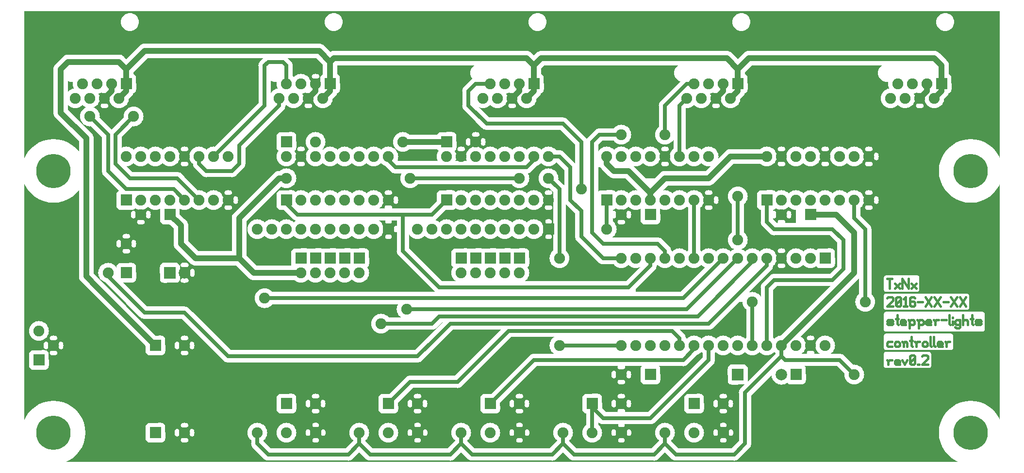
<source format=gbr>
G04 start of page 2 for group 0 idx 0 *
G04 Title: controller, topMIXED *
G04 Creator: pcb 20140316 *
G04 CreationDate: Mon 01 Feb 2016 10:15:17 PM GMT UTC *
G04 For: veox *
G04 Format: Gerber/RS-274X *
G04 PCB-Dimensions (mil): 6700.00 3100.00 *
G04 PCB-Coordinate-Origin: lower left *
%MOIN*%
%FSLAX25Y25*%
%LNTOP*%
%ADD22C,0.0300*%
%ADD21C,0.0394*%
%ADD20C,0.0630*%
%ADD19C,0.1181*%
%ADD18C,0.0315*%
%ADD17C,0.2362*%
%ADD16C,0.0787*%
%ADD15C,0.0750*%
%ADD14C,0.0150*%
%ADD13C,0.0250*%
%ADD12C,0.0400*%
%ADD11C,0.0001*%
G54D11*G36*
X632491Y6917D02*X634530Y4530D01*
X637140Y2300D01*
X640067Y506D01*
X641290Y0D01*
X632491D01*
Y6917D01*
G37*
G36*
Y186917D02*X634530Y184530D01*
X637140Y182300D01*
X640067Y180506D01*
X643239Y179193D01*
X646577Y178391D01*
X650000Y178122D01*
X653423Y178391D01*
X656761Y179193D01*
X659933Y180506D01*
X662860Y182300D01*
X665470Y184530D01*
X667700Y187140D01*
X669494Y190067D01*
X670000Y191290D01*
Y28710D01*
X669494Y29933D01*
X667700Y32860D01*
X665470Y35470D01*
X662860Y37700D01*
X659933Y39494D01*
X656761Y40807D01*
X653423Y41609D01*
X650000Y41878D01*
X646577Y41609D01*
X643239Y40807D01*
X640067Y39494D01*
X637140Y37700D01*
X634530Y35470D01*
X632491Y33083D01*
Y77013D01*
X636715Y77014D01*
X636945Y77069D01*
X637163Y77159D01*
X637364Y77283D01*
X637544Y77436D01*
X637697Y77616D01*
X637821Y77817D01*
X637911Y78035D01*
X637966Y78265D01*
X637980Y78500D01*
X637966Y86835D01*
X637911Y87065D01*
X637821Y87283D01*
X637697Y87484D01*
X637544Y87664D01*
X637364Y87817D01*
X637163Y87941D01*
X636945Y88031D01*
X636715Y88086D01*
X636480Y88100D01*
X632491Y88099D01*
Y89534D01*
X658330Y89539D01*
X658560Y89594D01*
X658778Y89684D01*
X658979Y89808D01*
X659159Y89961D01*
X659312Y90141D01*
X659436Y90342D01*
X659526Y90560D01*
X659581Y90790D01*
X659595Y91025D01*
X659581Y101835D01*
X659526Y102065D01*
X659436Y102283D01*
X659312Y102484D01*
X659159Y102664D01*
X658979Y102817D01*
X658778Y102941D01*
X658560Y103031D01*
X658330Y103086D01*
X658095Y103100D01*
X632491Y103095D01*
Y104510D01*
X647605Y104514D01*
X647835Y104569D01*
X648053Y104659D01*
X648254Y104783D01*
X648434Y104936D01*
X648587Y105116D01*
X648711Y105317D01*
X648801Y105535D01*
X648856Y105765D01*
X648870Y106000D01*
X648856Y114335D01*
X648801Y114565D01*
X648711Y114783D01*
X648587Y114984D01*
X648434Y115164D01*
X648254Y115317D01*
X648053Y115441D01*
X647835Y115531D01*
X647605Y115586D01*
X647370Y115600D01*
X632491Y115596D01*
Y186917D01*
G37*
G36*
Y250419D02*X633397Y251326D01*
X633546Y251454D01*
X634058Y252052D01*
X634469Y252723D01*
X634758Y253420D01*
X635116Y253569D01*
X635519Y253815D01*
X635878Y254122D01*
X636185Y254481D01*
X636431Y254884D01*
X636612Y255320D01*
X636722Y255779D01*
X636750Y256250D01*
X636722Y264221D01*
X636612Y264680D01*
X636431Y265116D01*
X636185Y265519D01*
X635878Y265878D01*
X635519Y266185D01*
X635116Y266431D01*
X635000Y266479D01*
Y272304D01*
X635015Y272500D01*
X634954Y273284D01*
X634954Y273285D01*
X634770Y274050D01*
X634469Y274777D01*
X634058Y275448D01*
X633546Y276046D01*
X633397Y276174D01*
X632491Y277081D01*
Y296332D01*
X632500Y296331D01*
X633465Y296407D01*
X634406Y296633D01*
X635300Y297004D01*
X636126Y297510D01*
X636862Y298138D01*
X637490Y298874D01*
X637996Y299700D01*
X638367Y300594D01*
X638593Y301535D01*
X638650Y302500D01*
X638593Y303465D01*
X638367Y304406D01*
X637996Y305300D01*
X637490Y306126D01*
X636862Y306862D01*
X636126Y307490D01*
X635300Y307996D01*
X634406Y308367D01*
X633465Y308593D01*
X632500Y308669D01*
X632491Y308668D01*
Y310000D01*
X670000D01*
Y208710D01*
X669494Y209933D01*
X667700Y212860D01*
X665470Y215470D01*
X662860Y217700D01*
X659933Y219494D01*
X656761Y220807D01*
X653423Y221609D01*
X650000Y221878D01*
X646577Y221609D01*
X643239Y220807D01*
X640067Y219494D01*
X637140Y217700D01*
X634530Y215470D01*
X632491Y213083D01*
Y250419D01*
G37*
G36*
Y103095D02*X615003Y103091D01*
Y104506D01*
X632491Y104510D01*
Y103095D01*
G37*
G36*
Y88099D02*X615003Y88093D01*
Y89530D01*
X632491Y89534D01*
Y88099D01*
G37*
G36*
Y33083D02*X632300Y32860D01*
X630506Y29933D01*
X629193Y26761D01*
X628391Y23423D01*
X628122Y20000D01*
X628391Y16577D01*
X629193Y13239D01*
X630506Y10067D01*
X632300Y7140D01*
X632491Y6917D01*
Y0D01*
X615003D01*
Y64511D01*
X621535Y64514D01*
X621765Y64569D01*
X621983Y64659D01*
X622184Y64783D01*
X622364Y64936D01*
X622517Y65116D01*
X622641Y65317D01*
X622731Y65535D01*
X622786Y65765D01*
X622800Y66000D01*
X622786Y74335D01*
X622731Y74565D01*
X622641Y74783D01*
X622517Y74984D01*
X622364Y75164D01*
X622184Y75317D01*
X621983Y75441D01*
X621765Y75531D01*
X621535Y75586D01*
X621300Y75600D01*
X615003Y75597D01*
Y77007D01*
X632491Y77013D01*
Y33083D01*
G37*
G36*
Y277081D02*X628674Y280897D01*
X628546Y281046D01*
X627948Y281558D01*
X627277Y281969D01*
X626550Y282270D01*
X625785Y282454D01*
X625784Y282454D01*
X625000Y282515D01*
X624804Y282500D01*
X615003D01*
Y310000D01*
X632491D01*
Y308668D01*
X631535Y308593D01*
X630594Y308367D01*
X629700Y307996D01*
X628874Y307490D01*
X628138Y306862D01*
X627510Y306126D01*
X627004Y305300D01*
X626633Y304406D01*
X626407Y303465D01*
X626331Y302500D01*
X626407Y301535D01*
X626633Y300594D01*
X627004Y299700D01*
X627510Y298874D01*
X628138Y298138D01*
X628874Y297510D01*
X629700Y297004D01*
X630594Y296633D01*
X631535Y296407D01*
X632491Y296332D01*
Y277081D01*
G37*
G36*
X615003Y246991D02*X615471Y247028D01*
X615930Y247138D01*
X616366Y247319D01*
X616769Y247565D01*
X617121Y247879D01*
X618303Y249060D01*
X618313Y248941D01*
X618561Y247908D01*
X618967Y246926D01*
X619522Y246020D01*
X620212Y245212D01*
X621020Y244522D01*
X621926Y243967D01*
X622908Y243561D01*
X623941Y243313D01*
X625000Y243229D01*
X626059Y243313D01*
X627092Y243561D01*
X628074Y243967D01*
X628980Y244522D01*
X629788Y245212D01*
X630478Y246020D01*
X631033Y246926D01*
X631439Y247908D01*
X631687Y248941D01*
X631730Y249659D01*
X632491Y250419D01*
Y213083D01*
X632300Y212860D01*
X630506Y209933D01*
X629193Y206761D01*
X628391Y203423D01*
X628122Y200000D01*
X628391Y196577D01*
X629193Y193239D01*
X630506Y190067D01*
X632300Y187140D01*
X632491Y186917D01*
Y115596D01*
X615003Y115592D01*
Y243240D01*
X615722Y243279D01*
X616435Y243394D01*
X616662Y243462D01*
X616876Y243565D01*
X617070Y243701D01*
X617242Y243864D01*
X617385Y244053D01*
X617497Y244262D01*
X617575Y244486D01*
X617617Y244719D01*
X617622Y244956D01*
X617590Y245190D01*
X617522Y245417D01*
X617419Y245631D01*
X617284Y245825D01*
X617120Y245996D01*
X616931Y246140D01*
X616723Y246252D01*
X616499Y246330D01*
X616266Y246372D01*
X616029Y246377D01*
X615795Y246341D01*
X615400Y246271D01*
X615003Y246250D01*
Y246991D01*
G37*
G36*
Y103091D02*X606525Y103089D01*
Y104504D01*
X615003Y104506D01*
Y103091D01*
G37*
G36*
Y88093D02*X606525Y88091D01*
Y89528D01*
X615003Y89530D01*
Y88093D01*
G37*
G36*
Y75597D02*X606525Y75593D01*
Y77005D01*
X615003Y77007D01*
Y75597D01*
G37*
G36*
Y0D02*X606525D01*
Y64507D01*
X615003Y64511D01*
Y0D01*
G37*
G36*
Y282500D02*X606525D01*
Y310000D01*
X615003D01*
Y282500D01*
G37*
G36*
X606525Y243424D02*X607092Y243561D01*
X608074Y243967D01*
X608980Y244522D01*
X609788Y245212D01*
X610478Y246020D01*
X611033Y246926D01*
X611439Y247908D01*
X611687Y248941D01*
X611750Y250000D01*
X611687Y251059D01*
X611439Y252092D01*
X611033Y253074D01*
X610895Y253300D01*
X611059Y253313D01*
X612092Y253561D01*
X612979Y253928D01*
X613069Y253860D01*
X613277Y253748D01*
X613501Y253670D01*
X613734Y253628D01*
X613971Y253623D01*
X614205Y253659D01*
X614462Y253704D01*
X612879Y252121D01*
X612565Y251769D01*
X612319Y251366D01*
X612138Y250930D01*
X612028Y250471D01*
X611991Y250000D01*
X612028Y249529D01*
X612138Y249070D01*
X612319Y248634D01*
X612565Y248231D01*
X612872Y247872D01*
X613231Y247565D01*
X613634Y247319D01*
X614070Y247138D01*
X614529Y247028D01*
X615000Y246991D01*
X615003Y246991D01*
Y246250D01*
X615000Y246250D01*
X614600Y246271D01*
X614204Y246336D01*
X613971Y246372D01*
X613735Y246367D01*
X613502Y246325D01*
X613279Y246247D01*
X613071Y246135D01*
X612884Y245992D01*
X612720Y245822D01*
X612586Y245628D01*
X612483Y245415D01*
X612415Y245189D01*
X612383Y244955D01*
X612388Y244719D01*
X612430Y244487D01*
X612508Y244264D01*
X612620Y244056D01*
X612763Y243868D01*
X612933Y243705D01*
X613127Y243570D01*
X613340Y243468D01*
X613567Y243404D01*
X614278Y243279D01*
X615000Y243240D01*
X615003Y243240D01*
Y115592D01*
X606525Y115590D01*
Y117009D01*
X613450Y117014D01*
X613680Y117069D01*
X613898Y117159D01*
X614099Y117283D01*
X614279Y117436D01*
X614432Y117616D01*
X614556Y117817D01*
X614646Y118035D01*
X614701Y118265D01*
X614715Y118500D01*
X614701Y126835D01*
X614646Y127065D01*
X614556Y127283D01*
X614432Y127484D01*
X614279Y127664D01*
X614099Y127817D01*
X613898Y127941D01*
X613680Y128031D01*
X613450Y128086D01*
X613215Y128100D01*
X606525Y128096D01*
Y243424D01*
G37*
G36*
Y282500D02*X497696D01*
X497500Y282515D01*
X496715Y282454D01*
X495950Y282270D01*
X495223Y281969D01*
X494552Y281558D01*
X493954Y281046D01*
X493826Y280897D01*
X492491Y279562D01*
Y296332D01*
X492500Y296331D01*
X493465Y296407D01*
X494406Y296633D01*
X495300Y297004D01*
X496126Y297510D01*
X496862Y298138D01*
X497490Y298874D01*
X497996Y299700D01*
X498367Y300594D01*
X498593Y301535D01*
X498650Y302500D01*
X498593Y303465D01*
X498367Y304406D01*
X497996Y305300D01*
X497490Y306126D01*
X496862Y306862D01*
X496126Y307490D01*
X495300Y307996D01*
X494406Y308367D01*
X493465Y308593D01*
X492500Y308669D01*
X492491Y308668D01*
Y310000D01*
X606525D01*
Y282500D01*
G37*
G36*
X492491Y279562D02*X490000Y277071D01*
X486174Y280897D01*
X486046Y281046D01*
X485448Y281558D01*
X484777Y281969D01*
X484050Y282270D01*
X483285Y282454D01*
X483284Y282454D01*
X482500Y282515D01*
X482304Y282500D01*
X355196D01*
X355000Y282515D01*
X354215Y282454D01*
X353450Y282270D01*
X352723Y281969D01*
X352491Y281826D01*
Y296332D01*
X352500Y296331D01*
X353465Y296407D01*
X354406Y296633D01*
X355300Y297004D01*
X356126Y297510D01*
X356862Y298138D01*
X357490Y298874D01*
X357996Y299700D01*
X358367Y300594D01*
X358593Y301535D01*
X358650Y302500D01*
X358593Y303465D01*
X358367Y304406D01*
X357996Y305300D01*
X357490Y306126D01*
X356862Y306862D01*
X356126Y307490D01*
X355300Y307996D01*
X354406Y308367D01*
X353465Y308593D01*
X352500Y308669D01*
X352491Y308668D01*
Y310000D01*
X492491D01*
Y308668D01*
X491535Y308593D01*
X490594Y308367D01*
X489700Y307996D01*
X488874Y307490D01*
X488138Y306862D01*
X487510Y306126D01*
X487004Y305300D01*
X486633Y304406D01*
X486407Y303465D01*
X486331Y302500D01*
X486407Y301535D01*
X486633Y300594D01*
X487004Y299700D01*
X487510Y298874D01*
X488138Y298138D01*
X488874Y297510D01*
X489700Y297004D01*
X490594Y296633D01*
X491535Y296407D01*
X492491Y296332D01*
Y279562D01*
G37*
G36*
X352491Y281826D02*X352052Y281558D01*
X351454Y281046D01*
X351326Y280897D01*
X350000Y279571D01*
X348674Y280897D01*
X348546Y281046D01*
X347948Y281558D01*
X347277Y281969D01*
X346550Y282270D01*
X345785Y282454D01*
X345784Y282454D01*
X345000Y282515D01*
X344804Y282500D01*
X212696D01*
X212500Y282515D01*
X212491Y282515D01*
Y296332D01*
X212500Y296331D01*
X213465Y296407D01*
X214406Y296633D01*
X215300Y297004D01*
X216126Y297510D01*
X216862Y298138D01*
X217490Y298874D01*
X217996Y299700D01*
X218367Y300594D01*
X218593Y301535D01*
X218650Y302500D01*
X218593Y303465D01*
X218367Y304406D01*
X217996Y305300D01*
X217490Y306126D01*
X216862Y306862D01*
X216126Y307490D01*
X215300Y307996D01*
X214406Y308367D01*
X213465Y308593D01*
X212500Y308669D01*
X212491Y308668D01*
Y310000D01*
X352491D01*
Y308668D01*
X351535Y308593D01*
X350594Y308367D01*
X349700Y307996D01*
X348874Y307490D01*
X348138Y306862D01*
X347510Y306126D01*
X347004Y305300D01*
X346633Y304406D01*
X346407Y303465D01*
X346331Y302500D01*
X346407Y301535D01*
X346633Y300594D01*
X347004Y299700D01*
X347510Y298874D01*
X348138Y298138D01*
X348874Y297510D01*
X349700Y297004D01*
X350594Y296633D01*
X351535Y296407D01*
X352491Y296332D01*
Y281826D01*
G37*
G36*
X212491Y282515D02*X211715Y282454D01*
X210950Y282270D01*
X210223Y281969D01*
X210148Y281923D01*
X206174Y285897D01*
X206046Y286046D01*
X205448Y286558D01*
X205032Y286813D01*
X204777Y286969D01*
X204050Y287270D01*
X203285Y287454D01*
X202500Y287515D01*
X202304Y287500D01*
X82696D01*
X82500Y287515D01*
X81715Y287454D01*
X80950Y287270D01*
X80223Y286969D01*
X79552Y286558D01*
X79552Y286557D01*
X78954Y286046D01*
X78826Y285897D01*
X72491Y279562D01*
Y296332D01*
X72500Y296331D01*
X73465Y296407D01*
X74406Y296633D01*
X75300Y297004D01*
X76126Y297510D01*
X76862Y298138D01*
X77490Y298874D01*
X77996Y299700D01*
X78367Y300594D01*
X78593Y301535D01*
X78650Y302500D01*
X78593Y303465D01*
X78367Y304406D01*
X77996Y305300D01*
X77490Y306126D01*
X76862Y306862D01*
X76126Y307490D01*
X75300Y307996D01*
X74406Y308367D01*
X73465Y308593D01*
X72500Y308669D01*
X72491Y308668D01*
Y310000D01*
X212491D01*
Y308668D01*
X211535Y308593D01*
X210594Y308367D01*
X209700Y307996D01*
X208874Y307490D01*
X208138Y306862D01*
X207510Y306126D01*
X207004Y305300D01*
X206633Y304406D01*
X206407Y303465D01*
X206331Y302500D01*
X206407Y301535D01*
X206633Y300594D01*
X207004Y299700D01*
X207510Y298874D01*
X208138Y298138D01*
X208874Y297510D01*
X209700Y297004D01*
X210594Y296633D01*
X211535Y296407D01*
X212491Y296332D01*
Y282515D01*
G37*
G36*
X72491Y279562D02*X70000Y277071D01*
X68674Y278397D01*
X68546Y278546D01*
X67948Y279058D01*
X67277Y279469D01*
X66550Y279770D01*
X65785Y279954D01*
X65784Y279954D01*
X65000Y280015D01*
X64804Y280000D01*
X30196D01*
X30000Y280015D01*
X29215Y279954D01*
X28450Y279770D01*
X27723Y279469D01*
X27052Y279058D01*
X26454Y278546D01*
X26326Y278397D01*
X21603Y273674D01*
X21454Y273546D01*
X20942Y272948D01*
X20531Y272277D01*
X20230Y271550D01*
X20046Y270785D01*
X20046Y270784D01*
X19985Y270000D01*
X20000Y269804D01*
Y240196D01*
X19985Y240000D01*
X20046Y239215D01*
X20230Y238450D01*
X20531Y237723D01*
X20942Y237052D01*
X20943Y237052D01*
X21454Y236454D01*
X21603Y236326D01*
X37500Y220429D01*
Y213094D01*
X35470Y215470D01*
X32860Y217700D01*
X29933Y219494D01*
X26761Y220807D01*
X23423Y221609D01*
X20000Y221878D01*
X16577Y221609D01*
X13239Y220807D01*
X10067Y219494D01*
X7140Y217700D01*
X4530Y215470D01*
X2300Y212860D01*
X506Y209933D01*
X0Y208710D01*
Y310000D01*
X72491D01*
Y308668D01*
X71535Y308593D01*
X70594Y308367D01*
X69700Y307996D01*
X68874Y307490D01*
X68138Y306862D01*
X67510Y306126D01*
X67004Y305300D01*
X66633Y304406D01*
X66407Y303465D01*
X66331Y302500D01*
X66407Y301535D01*
X66633Y300594D01*
X67004Y299700D01*
X67510Y298874D01*
X68138Y298138D01*
X68874Y297510D01*
X69700Y297004D01*
X70594Y296633D01*
X71535Y296407D01*
X72491Y296332D01*
Y279562D01*
G37*
G36*
X585191Y272500D02*X588890D01*
X588874Y272490D01*
X588138Y271862D01*
X587510Y271126D01*
X587004Y270300D01*
X586633Y269406D01*
X586407Y268465D01*
X586331Y267500D01*
X586407Y266535D01*
X586633Y265594D01*
X587004Y264700D01*
X587510Y263874D01*
X588138Y263138D01*
X588874Y262510D01*
X589700Y262004D01*
X590594Y261633D01*
X591535Y261407D01*
X592500Y261331D01*
X593395Y261402D01*
X593313Y261059D01*
X593229Y260000D01*
X593313Y258941D01*
X593561Y257908D01*
X593967Y256926D01*
X594105Y256700D01*
X593941Y256687D01*
X592908Y256439D01*
X591926Y256033D01*
X591020Y255478D01*
X590212Y254788D01*
X589522Y253980D01*
X588967Y253074D01*
X588561Y252092D01*
X588313Y251059D01*
X588229Y250000D01*
X588313Y248941D01*
X588561Y247908D01*
X588967Y246926D01*
X589522Y246020D01*
X590212Y245212D01*
X591020Y244522D01*
X591926Y243967D01*
X592908Y243561D01*
X593941Y243313D01*
X595000Y243229D01*
X596059Y243313D01*
X597092Y243561D01*
X598074Y243967D01*
X598980Y244522D01*
X599788Y245212D01*
X600000Y245461D01*
X600212Y245212D01*
X601020Y244522D01*
X601926Y243967D01*
X602908Y243561D01*
X603941Y243313D01*
X605000Y243229D01*
X606059Y243313D01*
X606525Y243424D01*
Y128096D01*
X591515Y128086D01*
X591285Y128031D01*
X591067Y127941D01*
X590866Y127817D01*
X590686Y127664D01*
X590533Y127484D01*
X590409Y127283D01*
X590319Y127065D01*
X590264Y126835D01*
X590250Y126600D01*
X590264Y118265D01*
X590319Y118035D01*
X590409Y117817D01*
X590533Y117616D01*
X590686Y117436D01*
X590866Y117283D01*
X591067Y117159D01*
X591285Y117069D01*
X591515Y117014D01*
X591750Y117000D01*
X606525Y117009D01*
Y115590D01*
X591515Y115586D01*
X591285Y115531D01*
X591067Y115441D01*
X590866Y115317D01*
X590686Y115164D01*
X590533Y114984D01*
X590409Y114783D01*
X590319Y114565D01*
X590264Y114335D01*
X590250Y114100D01*
X590264Y105765D01*
X590319Y105535D01*
X590409Y105317D01*
X590533Y105116D01*
X590686Y104936D01*
X590866Y104783D01*
X591067Y104659D01*
X591285Y104569D01*
X591515Y104514D01*
X591750Y104500D01*
X606525Y104504D01*
Y103089D01*
X591515Y103086D01*
X591285Y103031D01*
X591067Y102941D01*
X590866Y102817D01*
X590686Y102664D01*
X590533Y102484D01*
X590409Y102283D01*
X590319Y102065D01*
X590264Y101835D01*
X590250Y101600D01*
X590264Y90790D01*
X590319Y90560D01*
X590409Y90342D01*
X590533Y90141D01*
X590686Y89961D01*
X590866Y89808D01*
X591067Y89684D01*
X591285Y89594D01*
X591515Y89539D01*
X591750Y89525D01*
X606525Y89528D01*
Y88091D01*
X591515Y88086D01*
X591285Y88031D01*
X591067Y87941D01*
X590866Y87817D01*
X590686Y87664D01*
X590533Y87484D01*
X590409Y87283D01*
X590319Y87065D01*
X590264Y86835D01*
X590250Y86600D01*
X590264Y78265D01*
X590319Y78035D01*
X590409Y77817D01*
X590533Y77616D01*
X590686Y77436D01*
X590866Y77283D01*
X591067Y77159D01*
X591285Y77069D01*
X591515Y77014D01*
X591750Y77000D01*
X606525Y77005D01*
Y75593D01*
X591515Y75586D01*
X591285Y75531D01*
X591067Y75441D01*
X590866Y75317D01*
X590686Y75164D01*
X590533Y74984D01*
X590409Y74783D01*
X590319Y74565D01*
X590264Y74335D01*
X590250Y74100D01*
X590264Y65765D01*
X590319Y65535D01*
X590409Y65317D01*
X590533Y65116D01*
X590686Y64936D01*
X590866Y64783D01*
X591067Y64659D01*
X591285Y64569D01*
X591515Y64514D01*
X591750Y64500D01*
X606525Y64507D01*
Y0D01*
X585191D01*
Y177386D01*
X585281Y177388D01*
X585513Y177430D01*
X585736Y177508D01*
X585944Y177620D01*
X586132Y177763D01*
X586295Y177933D01*
X586430Y178127D01*
X586532Y178340D01*
X586596Y178567D01*
X586721Y179278D01*
X586760Y180000D01*
X586721Y180722D01*
X586606Y181435D01*
X586538Y181662D01*
X586435Y181876D01*
X586299Y182070D01*
X586136Y182242D01*
X585947Y182385D01*
X585738Y182497D01*
X585514Y182575D01*
X585281Y182617D01*
X585191Y182619D01*
Y207386D01*
X585281Y207388D01*
X585513Y207430D01*
X585736Y207508D01*
X585944Y207620D01*
X586132Y207763D01*
X586295Y207933D01*
X586430Y208127D01*
X586532Y208340D01*
X586596Y208567D01*
X586721Y209278D01*
X586760Y210000D01*
X586721Y210722D01*
X586606Y211435D01*
X586538Y211662D01*
X586435Y211876D01*
X586299Y212070D01*
X586136Y212242D01*
X585947Y212385D01*
X585738Y212497D01*
X585514Y212575D01*
X585281Y212617D01*
X585191Y212619D01*
Y272500D01*
G37*
G36*
X580003Y103731D02*X580574Y103967D01*
X581480Y104522D01*
X582288Y105212D01*
X582978Y106020D01*
X583533Y106926D01*
X583939Y107908D01*
X584187Y108941D01*
X584250Y110000D01*
X584187Y111059D01*
X583939Y112092D01*
X583533Y113074D01*
X582978Y113980D01*
X582288Y114788D01*
X581750Y115247D01*
Y159833D01*
X581763Y160000D01*
X581711Y160667D01*
X581711Y160667D01*
X581554Y161317D01*
X581298Y161935D01*
X580949Y162506D01*
X580514Y163014D01*
X580387Y163123D01*
X580003Y163508D01*
Y173240D01*
X580722Y173279D01*
X581435Y173394D01*
X581662Y173462D01*
X581876Y173565D01*
X582070Y173701D01*
X582242Y173864D01*
X582385Y174053D01*
X582497Y174262D01*
X582575Y174486D01*
X582617Y174719D01*
X582622Y174956D01*
X582590Y175190D01*
X582522Y175417D01*
X582419Y175631D01*
X582284Y175825D01*
X582120Y175996D01*
X581931Y176140D01*
X581723Y176252D01*
X581499Y176330D01*
X581266Y176372D01*
X581029Y176377D01*
X580795Y176341D01*
X580400Y176271D01*
X580003Y176250D01*
Y183750D01*
X580400Y183729D01*
X580796Y183664D01*
X581029Y183628D01*
X581265Y183633D01*
X581498Y183675D01*
X581721Y183753D01*
X581929Y183865D01*
X582116Y184008D01*
X582280Y184178D01*
X582414Y184372D01*
X582517Y184585D01*
X582585Y184811D01*
X582617Y185045D01*
X582612Y185281D01*
X582570Y185513D01*
X582492Y185736D01*
X582380Y185944D01*
X582237Y186132D01*
X582067Y186295D01*
X581873Y186430D01*
X581660Y186532D01*
X581433Y186596D01*
X580722Y186721D01*
X580003Y186760D01*
Y203240D01*
X580722Y203279D01*
X581435Y203394D01*
X581662Y203462D01*
X581876Y203565D01*
X582070Y203701D01*
X582242Y203864D01*
X582385Y204053D01*
X582497Y204262D01*
X582575Y204486D01*
X582617Y204719D01*
X582622Y204956D01*
X582590Y205190D01*
X582522Y205417D01*
X582419Y205631D01*
X582284Y205825D01*
X582120Y205996D01*
X581931Y206140D01*
X581723Y206252D01*
X581499Y206330D01*
X581266Y206372D01*
X581029Y206377D01*
X580795Y206341D01*
X580400Y206271D01*
X580003Y206250D01*
Y213750D01*
X580400Y213729D01*
X580796Y213664D01*
X581029Y213628D01*
X581265Y213633D01*
X581498Y213675D01*
X581721Y213753D01*
X581929Y213865D01*
X582116Y214008D01*
X582280Y214178D01*
X582414Y214372D01*
X582517Y214585D01*
X582585Y214811D01*
X582617Y215045D01*
X582612Y215281D01*
X582570Y215513D01*
X582492Y215736D01*
X582380Y215944D01*
X582237Y216132D01*
X582067Y216295D01*
X581873Y216430D01*
X581660Y216532D01*
X581433Y216596D01*
X580722Y216721D01*
X580003Y216760D01*
Y272500D01*
X585191D01*
Y212619D01*
X585044Y212622D01*
X584810Y212590D01*
X584583Y212522D01*
X584369Y212419D01*
X584175Y212284D01*
X584004Y212120D01*
X583860Y211931D01*
X583748Y211723D01*
X583670Y211499D01*
X583628Y211266D01*
X583623Y211029D01*
X583659Y210795D01*
X583729Y210400D01*
X583750Y210000D01*
X583729Y209600D01*
X583664Y209204D01*
X583628Y208971D01*
X583633Y208735D01*
X583675Y208502D01*
X583753Y208279D01*
X583865Y208071D01*
X584008Y207884D01*
X584178Y207720D01*
X584372Y207586D01*
X584585Y207483D01*
X584811Y207415D01*
X585045Y207383D01*
X585191Y207386D01*
Y182619D01*
X585044Y182622D01*
X584810Y182590D01*
X584583Y182522D01*
X584369Y182419D01*
X584175Y182284D01*
X584004Y182120D01*
X583860Y181931D01*
X583748Y181723D01*
X583670Y181499D01*
X583628Y181266D01*
X583623Y181029D01*
X583659Y180795D01*
X583729Y180400D01*
X583750Y180000D01*
X583729Y179600D01*
X583664Y179204D01*
X583628Y178971D01*
X583633Y178735D01*
X583675Y178502D01*
X583753Y178279D01*
X583865Y178071D01*
X584008Y177884D01*
X584178Y177720D01*
X584372Y177586D01*
X584585Y177483D01*
X584811Y177415D01*
X585045Y177383D01*
X585191Y177386D01*
Y0D01*
X580003D01*
Y103731D01*
G37*
G36*
Y163508D02*X574250Y169260D01*
Y174753D01*
X574788Y175212D01*
X575478Y176020D01*
X576033Y176926D01*
X576439Y177908D01*
X576687Y178941D01*
X576750Y180000D01*
X576687Y181059D01*
X576439Y182092D01*
X576033Y183074D01*
X575478Y183980D01*
X574788Y184788D01*
X573980Y185478D01*
X573074Y186033D01*
X572092Y186439D01*
X571059Y186687D01*
X570000Y186771D01*
X568941Y186687D01*
X567908Y186439D01*
X566926Y186033D01*
X566020Y185478D01*
X565212Y184788D01*
X565000Y184539D01*
X564990Y184551D01*
Y205449D01*
X565000Y205461D01*
X565212Y205212D01*
X566020Y204522D01*
X566926Y203967D01*
X567908Y203561D01*
X568941Y203313D01*
X570000Y203229D01*
X571059Y203313D01*
X572092Y203561D01*
X573074Y203967D01*
X573980Y204522D01*
X574788Y205212D01*
X575478Y206020D01*
X576033Y206926D01*
X576439Y207908D01*
X576687Y208941D01*
X576750Y210000D01*
X576687Y211059D01*
X576439Y212092D01*
X576033Y213074D01*
X575478Y213980D01*
X574788Y214788D01*
X573980Y215478D01*
X573074Y216033D01*
X572092Y216439D01*
X571059Y216687D01*
X570000Y216771D01*
X568941Y216687D01*
X567908Y216439D01*
X566926Y216033D01*
X566020Y215478D01*
X565212Y214788D01*
X565000Y214539D01*
X564990Y214551D01*
Y272500D01*
X580003D01*
Y216760D01*
X580000Y216760D01*
X579278Y216721D01*
X578565Y216606D01*
X578338Y216538D01*
X578124Y216435D01*
X577930Y216299D01*
X577758Y216136D01*
X577615Y215947D01*
X577503Y215738D01*
X577425Y215514D01*
X577383Y215281D01*
X577378Y215044D01*
X577410Y214810D01*
X577478Y214583D01*
X577581Y214369D01*
X577716Y214175D01*
X577880Y214004D01*
X578069Y213860D01*
X578277Y213748D01*
X578501Y213670D01*
X578734Y213628D01*
X578971Y213623D01*
X579205Y213659D01*
X579600Y213729D01*
X580000Y213750D01*
X580003Y213750D01*
Y206250D01*
X580000Y206250D01*
X579600Y206271D01*
X579204Y206336D01*
X578971Y206372D01*
X578735Y206367D01*
X578502Y206325D01*
X578279Y206247D01*
X578071Y206135D01*
X577884Y205992D01*
X577720Y205822D01*
X577586Y205628D01*
X577483Y205415D01*
X577415Y205189D01*
X577383Y204955D01*
X577388Y204719D01*
X577430Y204487D01*
X577508Y204264D01*
X577620Y204056D01*
X577763Y203868D01*
X577933Y203705D01*
X578127Y203570D01*
X578340Y203468D01*
X578567Y203404D01*
X579278Y203279D01*
X580000Y203240D01*
X580003Y203240D01*
Y186760D01*
X580000Y186760D01*
X579278Y186721D01*
X578565Y186606D01*
X578338Y186538D01*
X578124Y186435D01*
X577930Y186299D01*
X577758Y186136D01*
X577615Y185947D01*
X577503Y185738D01*
X577425Y185514D01*
X577383Y185281D01*
X577378Y185044D01*
X577410Y184810D01*
X577478Y184583D01*
X577581Y184369D01*
X577716Y184175D01*
X577880Y184004D01*
X578069Y183860D01*
X578277Y183748D01*
X578501Y183670D01*
X578734Y183628D01*
X578971Y183623D01*
X579205Y183659D01*
X579600Y183729D01*
X580000Y183750D01*
X580003Y183750D01*
Y176250D01*
X580000Y176250D01*
X579600Y176271D01*
X579204Y176336D01*
X578971Y176372D01*
X578735Y176367D01*
X578502Y176325D01*
X578279Y176247D01*
X578071Y176135D01*
X577884Y175992D01*
X577720Y175822D01*
X577586Y175628D01*
X577483Y175415D01*
X577415Y175189D01*
X577383Y174955D01*
X577388Y174719D01*
X577430Y174487D01*
X577508Y174264D01*
X577620Y174056D01*
X577763Y173868D01*
X577933Y173705D01*
X578127Y173570D01*
X578340Y173468D01*
X578567Y173404D01*
X579278Y173279D01*
X580000Y173240D01*
X580003Y173240D01*
Y163508D01*
G37*
G36*
X550003Y155750D02*X553240D01*
X558250Y150740D01*
Y134260D01*
X553240Y129250D01*
X550003D01*
Y133263D01*
X554221Y133278D01*
X554680Y133388D01*
X555116Y133569D01*
X555519Y133815D01*
X555878Y134122D01*
X556185Y134481D01*
X556431Y134884D01*
X556612Y135320D01*
X556722Y135779D01*
X556750Y136250D01*
X556722Y144221D01*
X556612Y144680D01*
X556431Y145116D01*
X556185Y145519D01*
X555878Y145878D01*
X555519Y146185D01*
X555116Y146431D01*
X554680Y146612D01*
X554221Y146722D01*
X553750Y146750D01*
X550003Y146737D01*
Y155750D01*
G37*
G36*
X564990Y184551D02*X564788Y184788D01*
X563980Y185478D01*
X563074Y186033D01*
X562092Y186439D01*
X561059Y186687D01*
X560000Y186771D01*
X558941Y186687D01*
X557908Y186439D01*
X556926Y186033D01*
X556020Y185478D01*
X555212Y184788D01*
X555000Y184539D01*
X554788Y184788D01*
X553980Y185478D01*
X553074Y186033D01*
X552092Y186439D01*
X551059Y186687D01*
X550003Y186771D01*
Y203240D01*
X550722Y203279D01*
X551435Y203394D01*
X551662Y203462D01*
X551876Y203565D01*
X552070Y203701D01*
X552242Y203864D01*
X552385Y204053D01*
X552497Y204262D01*
X552575Y204486D01*
X552617Y204719D01*
X552622Y204956D01*
X552590Y205190D01*
X552522Y205417D01*
X552419Y205631D01*
X552284Y205825D01*
X552120Y205996D01*
X551931Y206140D01*
X551723Y206252D01*
X551499Y206330D01*
X551266Y206372D01*
X551029Y206377D01*
X550795Y206341D01*
X550400Y206271D01*
X550003Y206250D01*
Y213750D01*
X550400Y213729D01*
X550796Y213664D01*
X551029Y213628D01*
X551265Y213633D01*
X551498Y213675D01*
X551721Y213753D01*
X551929Y213865D01*
X552116Y214008D01*
X552280Y214178D01*
X552414Y214372D01*
X552517Y214585D01*
X552585Y214811D01*
X552617Y215045D01*
X552612Y215281D01*
X552570Y215513D01*
X552492Y215736D01*
X552380Y215944D01*
X552237Y216132D01*
X552067Y216295D01*
X551873Y216430D01*
X551660Y216532D01*
X551433Y216596D01*
X550722Y216721D01*
X550003Y216760D01*
Y272500D01*
X564990D01*
Y214551D01*
X564788Y214788D01*
X563980Y215478D01*
X563074Y216033D01*
X562092Y216439D01*
X561059Y216687D01*
X560000Y216771D01*
X558941Y216687D01*
X557908Y216439D01*
X556926Y216033D01*
X556020Y215478D01*
X555212Y214788D01*
X554522Y213980D01*
X553967Y213074D01*
X553561Y212092D01*
X553313Y211059D01*
X553229Y210000D01*
X553313Y208941D01*
X553561Y207908D01*
X553967Y206926D01*
X554522Y206020D01*
X555212Y205212D01*
X556020Y204522D01*
X556926Y203967D01*
X557908Y203561D01*
X558941Y203313D01*
X560000Y203229D01*
X561059Y203313D01*
X562092Y203561D01*
X563074Y203967D01*
X563980Y204522D01*
X564788Y205212D01*
X564990Y205449D01*
Y184551D01*
G37*
G36*
X534990Y135449D02*X535000Y135461D01*
X535212Y135212D01*
X536020Y134522D01*
X536926Y133967D01*
X537908Y133561D01*
X538941Y133313D01*
X540000Y133229D01*
X541059Y133313D01*
X542092Y133561D01*
X543074Y133967D01*
X543849Y134442D01*
X544122Y134122D01*
X544481Y133815D01*
X544884Y133569D01*
X545320Y133388D01*
X545779Y133278D01*
X546250Y133250D01*
X550003Y133263D01*
Y129250D01*
X534990D01*
Y135449D01*
G37*
G36*
Y155750D02*X550003D01*
Y146737D01*
X545779Y146722D01*
X545320Y146612D01*
X544884Y146431D01*
X544481Y146185D01*
X544122Y145878D01*
X543849Y145558D01*
X543074Y146033D01*
X542092Y146439D01*
X541059Y146687D01*
X540000Y146771D01*
X538941Y146687D01*
X537908Y146439D01*
X536926Y146033D01*
X536020Y145478D01*
X535212Y144788D01*
X535000Y144539D01*
X534990Y144551D01*
Y155750D01*
G37*
G36*
X550003Y186771D02*X550000Y186771D01*
X548941Y186687D01*
X547908Y186439D01*
X546926Y186033D01*
X546020Y185478D01*
X545212Y184788D01*
X545000Y184539D01*
X544788Y184788D01*
X543980Y185478D01*
X543074Y186033D01*
X542092Y186439D01*
X541059Y186687D01*
X540000Y186771D01*
X538941Y186687D01*
X537908Y186439D01*
X536926Y186033D01*
X536020Y185478D01*
X535212Y184788D01*
X535000Y184539D01*
X534990Y184551D01*
Y205449D01*
X535000Y205461D01*
X535212Y205212D01*
X536020Y204522D01*
X536926Y203967D01*
X537908Y203561D01*
X538941Y203313D01*
X540000Y203229D01*
X541059Y203313D01*
X542092Y203561D01*
X543074Y203967D01*
X543980Y204522D01*
X544788Y205212D01*
X545478Y206020D01*
X546033Y206926D01*
X546439Y207908D01*
X546687Y208941D01*
X546750Y210000D01*
X546687Y211059D01*
X546439Y212092D01*
X546033Y213074D01*
X545478Y213980D01*
X544788Y214788D01*
X543980Y215478D01*
X543074Y216033D01*
X542092Y216439D01*
X541059Y216687D01*
X540000Y216771D01*
X538941Y216687D01*
X537908Y216439D01*
X536926Y216033D01*
X536020Y215478D01*
X535212Y214788D01*
X535000Y214539D01*
X534990Y214551D01*
Y272500D01*
X550003D01*
Y216760D01*
X550000Y216760D01*
X549278Y216721D01*
X548565Y216606D01*
X548338Y216538D01*
X548124Y216435D01*
X547930Y216299D01*
X547758Y216136D01*
X547615Y215947D01*
X547503Y215738D01*
X547425Y215514D01*
X547383Y215281D01*
X547378Y215044D01*
X547410Y214810D01*
X547478Y214583D01*
X547581Y214369D01*
X547716Y214175D01*
X547880Y214004D01*
X548069Y213860D01*
X548277Y213748D01*
X548501Y213670D01*
X548734Y213628D01*
X548971Y213623D01*
X549205Y213659D01*
X549600Y213729D01*
X550000Y213750D01*
X550003Y213750D01*
Y206250D01*
X550000Y206250D01*
X549600Y206271D01*
X549204Y206336D01*
X548971Y206372D01*
X548735Y206367D01*
X548502Y206325D01*
X548279Y206247D01*
X548071Y206135D01*
X547884Y205992D01*
X547720Y205822D01*
X547586Y205628D01*
X547483Y205415D01*
X547415Y205189D01*
X547383Y204955D01*
X547388Y204719D01*
X547430Y204487D01*
X547508Y204264D01*
X547620Y204056D01*
X547763Y203868D01*
X547933Y203705D01*
X548127Y203570D01*
X548340Y203468D01*
X548567Y203404D01*
X549278Y203279D01*
X550000Y203240D01*
X550003Y203240D01*
Y186771D01*
G37*
G36*
X520003Y155750D02*X534990D01*
Y144551D01*
X534788Y144788D01*
X533980Y145478D01*
X533074Y146033D01*
X532092Y146439D01*
X531059Y146687D01*
X530000Y146771D01*
X528941Y146687D01*
X527908Y146439D01*
X526926Y146033D01*
X526020Y145478D01*
X525212Y144788D01*
X524522Y143980D01*
X523967Y143074D01*
X523561Y142092D01*
X523313Y141059D01*
X523229Y140000D01*
X523313Y138941D01*
X523561Y137908D01*
X523967Y136926D01*
X524522Y136020D01*
X525212Y135212D01*
X526020Y134522D01*
X526926Y133967D01*
X527908Y133561D01*
X528941Y133313D01*
X530000Y133229D01*
X531059Y133313D01*
X532092Y133561D01*
X533074Y133967D01*
X533980Y134522D01*
X534788Y135212D01*
X534990Y135449D01*
Y129250D01*
X520003D01*
Y133240D01*
X520722Y133279D01*
X521435Y133394D01*
X521662Y133462D01*
X521876Y133565D01*
X522070Y133701D01*
X522242Y133864D01*
X522385Y134053D01*
X522497Y134262D01*
X522575Y134486D01*
X522617Y134719D01*
X522622Y134956D01*
X522590Y135190D01*
X522522Y135417D01*
X522419Y135631D01*
X522284Y135825D01*
X522120Y135996D01*
X521931Y136140D01*
X521723Y136252D01*
X521499Y136330D01*
X521266Y136372D01*
X521029Y136377D01*
X520795Y136341D01*
X520400Y136271D01*
X520003Y136250D01*
Y143750D01*
X520400Y143729D01*
X520796Y143664D01*
X521029Y143628D01*
X521265Y143633D01*
X521498Y143675D01*
X521721Y143753D01*
X521929Y143865D01*
X522116Y144008D01*
X522280Y144178D01*
X522414Y144372D01*
X522517Y144585D01*
X522585Y144811D01*
X522617Y145045D01*
X522612Y145281D01*
X522570Y145513D01*
X522492Y145736D01*
X522380Y145944D01*
X522237Y146132D01*
X522067Y146295D01*
X521873Y146430D01*
X521660Y146532D01*
X521433Y146596D01*
X520722Y146721D01*
X520003Y146760D01*
Y155750D01*
G37*
G36*
X534990Y184551D02*X534788Y184788D01*
X533980Y185478D01*
X533074Y186033D01*
X532092Y186439D01*
X531059Y186687D01*
X530000Y186771D01*
X528941Y186687D01*
X527908Y186439D01*
X526926Y186033D01*
X526020Y185478D01*
X525212Y184788D01*
X525000Y184539D01*
X524788Y184788D01*
X523980Y185478D01*
X523074Y186033D01*
X522092Y186439D01*
X521059Y186687D01*
X520003Y186771D01*
Y203240D01*
X520722Y203279D01*
X521435Y203394D01*
X521662Y203462D01*
X521876Y203565D01*
X522070Y203701D01*
X522242Y203864D01*
X522385Y204053D01*
X522497Y204262D01*
X522575Y204486D01*
X522617Y204719D01*
X522622Y204956D01*
X522590Y205190D01*
X522522Y205417D01*
X522419Y205631D01*
X522284Y205825D01*
X522120Y205996D01*
X521931Y206140D01*
X521723Y206252D01*
X521499Y206330D01*
X521266Y206372D01*
X521029Y206377D01*
X520795Y206341D01*
X520400Y206271D01*
X520003Y206250D01*
Y213750D01*
X520400Y213729D01*
X520796Y213664D01*
X521029Y213628D01*
X521265Y213633D01*
X521498Y213675D01*
X521721Y213753D01*
X521929Y213865D01*
X522116Y214008D01*
X522280Y214178D01*
X522414Y214372D01*
X522517Y214585D01*
X522585Y214811D01*
X522617Y215045D01*
X522612Y215281D01*
X522570Y215513D01*
X522492Y215736D01*
X522380Y215944D01*
X522237Y216132D01*
X522067Y216295D01*
X521873Y216430D01*
X521660Y216532D01*
X521433Y216596D01*
X520722Y216721D01*
X520003Y216760D01*
Y272500D01*
X534990D01*
Y214551D01*
X534788Y214788D01*
X533980Y215478D01*
X533074Y216033D01*
X532092Y216439D01*
X531059Y216687D01*
X530000Y216771D01*
X528941Y216687D01*
X527908Y216439D01*
X526926Y216033D01*
X526020Y215478D01*
X525212Y214788D01*
X524522Y213980D01*
X523967Y213074D01*
X523561Y212092D01*
X523313Y211059D01*
X523229Y210000D01*
X523313Y208941D01*
X523561Y207908D01*
X523967Y206926D01*
X524522Y206020D01*
X525212Y205212D01*
X526020Y204522D01*
X526926Y203967D01*
X527908Y203561D01*
X528941Y203313D01*
X530000Y203229D01*
X531059Y203313D01*
X532092Y203561D01*
X533074Y203967D01*
X533980Y204522D01*
X534788Y205212D01*
X534990Y205449D01*
Y184551D01*
G37*
G36*
X520003Y186771D02*X520000Y186771D01*
X518941Y186687D01*
X517908Y186439D01*
X516926Y186033D01*
X516151Y185558D01*
X515878Y185878D01*
X515519Y186185D01*
X515116Y186431D01*
X514680Y186612D01*
X514221Y186722D01*
X513750Y186750D01*
X505779Y186722D01*
X505320Y186612D01*
X504884Y186431D01*
X504481Y186185D01*
X504122Y185878D01*
X503815Y185519D01*
X503569Y185116D01*
X503388Y184680D01*
X503278Y184221D01*
X503250Y183750D01*
X503278Y175779D01*
X503388Y175320D01*
X503569Y174884D01*
X503815Y174481D01*
X504122Y174122D01*
X504481Y173815D01*
X504884Y173569D01*
X505320Y173388D01*
X505750Y173285D01*
Y165167D01*
X505737Y165000D01*
X505789Y164333D01*
X505946Y163683D01*
X506202Y163065D01*
X506551Y162494D01*
X506551Y162494D01*
X506986Y161986D01*
X507113Y161877D01*
X511877Y157113D01*
X511986Y156986D01*
X512494Y156551D01*
X512494Y156551D01*
X512715Y156416D01*
X513065Y156202D01*
X513683Y155946D01*
X514333Y155789D01*
X514333D01*
X515000Y155737D01*
X515167Y155750D01*
X520003D01*
Y146760D01*
X520000Y146760D01*
X519278Y146721D01*
X518565Y146606D01*
X518338Y146538D01*
X518124Y146435D01*
X517930Y146299D01*
X517758Y146136D01*
X517615Y145947D01*
X517503Y145738D01*
X517425Y145514D01*
X517383Y145281D01*
X517378Y145044D01*
X517410Y144810D01*
X517478Y144583D01*
X517581Y144369D01*
X517716Y144175D01*
X517880Y144004D01*
X518069Y143860D01*
X518277Y143748D01*
X518501Y143670D01*
X518734Y143628D01*
X518971Y143623D01*
X519205Y143659D01*
X519600Y143729D01*
X520000Y143750D01*
X520003Y143750D01*
Y136250D01*
X520000Y136250D01*
X519600Y136271D01*
X519204Y136336D01*
X518971Y136372D01*
X518735Y136367D01*
X518502Y136325D01*
X518279Y136247D01*
X518071Y136135D01*
X517884Y135992D01*
X517720Y135822D01*
X517586Y135628D01*
X517483Y135415D01*
X517415Y135189D01*
X517383Y134955D01*
X517388Y134719D01*
X517430Y134487D01*
X517508Y134264D01*
X517620Y134056D01*
X517763Y133868D01*
X517933Y133705D01*
X518127Y133570D01*
X518340Y133468D01*
X518567Y133404D01*
X519278Y133279D01*
X520000Y133240D01*
X520003Y133240D01*
Y129250D01*
X515167D01*
X515000Y129263D01*
X514333Y129211D01*
X513683Y129054D01*
X513065Y128798D01*
X512494Y128449D01*
X512494Y128449D01*
X511986Y128014D01*
X511877Y127887D01*
X507113Y123123D01*
X506986Y123014D01*
X506551Y122506D01*
X506202Y121935D01*
X505946Y121317D01*
X505789Y120667D01*
X505789Y120666D01*
X505737Y120000D01*
X505750Y119834D01*
Y113535D01*
X505478Y113980D01*
X504788Y114788D01*
X503980Y115478D01*
X503074Y116033D01*
X502092Y116439D01*
X501059Y116687D01*
X500000Y116771D01*
X498941Y116687D01*
X497908Y116439D01*
X497126Y116116D01*
X512887Y131877D01*
X513014Y131986D01*
X513449Y132494D01*
X513449Y132494D01*
X513798Y133065D01*
X514054Y133683D01*
X514211Y134333D01*
X514243Y134747D01*
X514788Y135212D01*
X515478Y136020D01*
X516033Y136926D01*
X516439Y137908D01*
X516687Y138941D01*
X516750Y140000D01*
X516687Y141059D01*
X516439Y142092D01*
X516033Y143074D01*
X515478Y143980D01*
X514788Y144788D01*
X513980Y145478D01*
X513074Y146033D01*
X512092Y146439D01*
X511059Y146687D01*
X510000Y146771D01*
X508941Y146687D01*
X507908Y146439D01*
X506926Y146033D01*
X506020Y145478D01*
X505212Y144788D01*
X505000Y144539D01*
X504788Y144788D01*
X503980Y145478D01*
X503074Y146033D01*
X502092Y146439D01*
X501059Y146687D01*
X500000Y146771D01*
X498941Y146687D01*
X497908Y146439D01*
X496926Y146033D01*
X496020Y145478D01*
X495212Y144788D01*
X495000Y144539D01*
X494788Y144788D01*
X493980Y145478D01*
X493074Y146033D01*
X492550Y146250D01*
X493074Y146467D01*
X493980Y147022D01*
X494788Y147712D01*
X495478Y148520D01*
X496033Y149426D01*
X496439Y150408D01*
X496687Y151441D01*
X496750Y152500D01*
X496687Y153559D01*
X496439Y154592D01*
X496033Y155574D01*
X495478Y156480D01*
X494788Y157288D01*
X494250Y157747D01*
Y177253D01*
X494788Y177712D01*
X495478Y178520D01*
X496033Y179426D01*
X496439Y180408D01*
X496687Y181441D01*
X496750Y182500D01*
X496687Y183559D01*
X496439Y184592D01*
X496033Y185574D01*
X495478Y186480D01*
X494788Y187288D01*
X493980Y187978D01*
X493074Y188533D01*
X492092Y188939D01*
X491059Y189187D01*
X490000Y189271D01*
X488941Y189187D01*
X487908Y188939D01*
X486926Y188533D01*
X486020Y187978D01*
X485212Y187288D01*
X484522Y186480D01*
X483967Y185574D01*
X483561Y184592D01*
X483313Y183559D01*
X483229Y182500D01*
X483313Y181441D01*
X483561Y180408D01*
X483967Y179426D01*
X484522Y178520D01*
X485212Y177712D01*
X485750Y177253D01*
Y157747D01*
X485212Y157288D01*
X484522Y156480D01*
X483967Y155574D01*
X483561Y154592D01*
X483313Y153559D01*
X483229Y152500D01*
X483313Y151441D01*
X483561Y150408D01*
X483967Y149426D01*
X484522Y148520D01*
X485212Y147712D01*
X486020Y147022D01*
X486926Y146467D01*
X487450Y146250D01*
X486926Y146033D01*
X486020Y145478D01*
X485212Y144788D01*
X485000Y144539D01*
X484788Y144788D01*
X483980Y145478D01*
X483074Y146033D01*
X482092Y146439D01*
X481059Y146687D01*
X480000Y146771D01*
X478941Y146687D01*
X477908Y146439D01*
X476926Y146033D01*
X476020Y145478D01*
X475212Y144788D01*
X475191Y144763D01*
Y177386D01*
X475281Y177388D01*
X475513Y177430D01*
X475736Y177508D01*
X475944Y177620D01*
X476132Y177763D01*
X476295Y177933D01*
X476430Y178127D01*
X476532Y178340D01*
X476596Y178567D01*
X476721Y179278D01*
X476760Y180000D01*
X476721Y180722D01*
X476606Y181435D01*
X476538Y181662D01*
X476435Y181876D01*
X476299Y182070D01*
X476136Y182242D01*
X475947Y182385D01*
X475738Y182497D01*
X475514Y182575D01*
X475281Y182617D01*
X475191Y182619D01*
Y193120D01*
X487071Y205000D01*
X505461D01*
X506020Y204522D01*
X506926Y203967D01*
X507908Y203561D01*
X508941Y203313D01*
X510000Y203229D01*
X511059Y203313D01*
X512092Y203561D01*
X513074Y203967D01*
X513980Y204522D01*
X514788Y205212D01*
X515478Y206020D01*
X516033Y206926D01*
X516439Y207908D01*
X516687Y208941D01*
X516750Y210000D01*
X516687Y211059D01*
X516439Y212092D01*
X516033Y213074D01*
X515478Y213980D01*
X514788Y214788D01*
X513980Y215478D01*
X513074Y216033D01*
X512092Y216439D01*
X511059Y216687D01*
X510000Y216771D01*
X508941Y216687D01*
X507908Y216439D01*
X506926Y216033D01*
X506020Y215478D01*
X505461Y215000D01*
X485196D01*
X485000Y215015D01*
X484215Y214954D01*
X483450Y214770D01*
X482723Y214469D01*
X482052Y214058D01*
X481454Y213546D01*
X481326Y213397D01*
X476630Y208701D01*
X476687Y208941D01*
X476750Y210000D01*
X476687Y211059D01*
X476439Y212092D01*
X476033Y213074D01*
X475478Y213980D01*
X475191Y214315D01*
Y243251D01*
X475722Y243279D01*
X476435Y243394D01*
X476662Y243462D01*
X476876Y243565D01*
X477070Y243701D01*
X477242Y243864D01*
X477385Y244053D01*
X477497Y244262D01*
X477575Y244486D01*
X477617Y244719D01*
X477622Y244956D01*
X477590Y245190D01*
X477522Y245417D01*
X477419Y245631D01*
X477284Y245825D01*
X477120Y245996D01*
X476931Y246140D01*
X476723Y246252D01*
X476499Y246330D01*
X476266Y246372D01*
X476029Y246377D01*
X475795Y246341D01*
X475400Y246271D01*
X475191Y246260D01*
Y247006D01*
X475471Y247028D01*
X475930Y247138D01*
X476366Y247319D01*
X476769Y247565D01*
X477121Y247879D01*
X478303Y249060D01*
X478313Y248941D01*
X478561Y247908D01*
X478967Y246926D01*
X479522Y246020D01*
X480212Y245212D01*
X481020Y244522D01*
X481926Y243967D01*
X482908Y243561D01*
X483941Y243313D01*
X485000Y243229D01*
X486059Y243313D01*
X487092Y243561D01*
X488074Y243967D01*
X488980Y244522D01*
X489788Y245212D01*
X490478Y246020D01*
X491033Y246926D01*
X491439Y247908D01*
X491687Y248941D01*
X491730Y249659D01*
X493397Y251326D01*
X493546Y251454D01*
X494057Y252052D01*
X494058Y252052D01*
X494469Y252723D01*
X494758Y253420D01*
X495116Y253569D01*
X495519Y253815D01*
X495878Y254122D01*
X496185Y254481D01*
X496431Y254884D01*
X496612Y255320D01*
X496722Y255779D01*
X496750Y256250D01*
X496722Y264221D01*
X496612Y264680D01*
X496431Y265116D01*
X496185Y265519D01*
X495878Y265878D01*
X495519Y266185D01*
X495116Y266431D01*
X495000Y266479D01*
Y267929D01*
X499571Y272500D01*
X520003D01*
Y216760D01*
X520000Y216760D01*
X519278Y216721D01*
X518565Y216606D01*
X518338Y216538D01*
X518124Y216435D01*
X517930Y216299D01*
X517758Y216136D01*
X517615Y215947D01*
X517503Y215738D01*
X517425Y215514D01*
X517383Y215281D01*
X517378Y215044D01*
X517410Y214810D01*
X517478Y214583D01*
X517581Y214369D01*
X517716Y214175D01*
X517880Y214004D01*
X518069Y213860D01*
X518277Y213748D01*
X518501Y213670D01*
X518734Y213628D01*
X518971Y213623D01*
X519205Y213659D01*
X519600Y213729D01*
X520000Y213750D01*
X520003Y213750D01*
Y206250D01*
X520000Y206250D01*
X519600Y206271D01*
X519204Y206336D01*
X518971Y206372D01*
X518735Y206367D01*
X518502Y206325D01*
X518279Y206247D01*
X518071Y206135D01*
X517884Y205992D01*
X517720Y205822D01*
X517586Y205628D01*
X517483Y205415D01*
X517415Y205189D01*
X517383Y204955D01*
X517388Y204719D01*
X517430Y204487D01*
X517508Y204264D01*
X517620Y204056D01*
X517763Y203868D01*
X517933Y203705D01*
X518127Y203570D01*
X518340Y203468D01*
X518567Y203404D01*
X519278Y203279D01*
X520000Y203240D01*
X520003Y203240D01*
Y186771D01*
G37*
G36*
X539997Y65750D02*X558240D01*
X563285Y60705D01*
X563229Y60000D01*
X563313Y58941D01*
X563561Y57908D01*
X563967Y56926D01*
X564522Y56020D01*
X565212Y55212D01*
X566020Y54522D01*
X566926Y53967D01*
X567908Y53561D01*
X568941Y53313D01*
X570000Y53229D01*
X571059Y53313D01*
X572092Y53561D01*
X573074Y53967D01*
X573980Y54522D01*
X574788Y55212D01*
X575478Y56020D01*
X576033Y56926D01*
X576439Y57908D01*
X576687Y58941D01*
X576750Y60000D01*
X576687Y61059D01*
X576439Y62092D01*
X576033Y63074D01*
X575478Y63980D01*
X574788Y64788D01*
X573980Y65478D01*
X573074Y66033D01*
X572092Y66439D01*
X571059Y66687D01*
X570000Y66771D01*
X569295Y66715D01*
X563123Y72887D01*
X563014Y73014D01*
X562506Y73449D01*
X561935Y73798D01*
X561317Y74054D01*
X560667Y74211D01*
X560667Y74211D01*
X560000Y74263D01*
X559834Y74250D01*
X553535D01*
X553980Y74522D01*
X554788Y75212D01*
X555478Y76020D01*
X556033Y76926D01*
X556439Y77908D01*
X556687Y78941D01*
X556750Y80000D01*
X556687Y81059D01*
X556439Y82092D01*
X556033Y83074D01*
X555478Y83980D01*
X554788Y84788D01*
X553980Y85478D01*
X553074Y86033D01*
X552092Y86439D01*
X551059Y86687D01*
X550000Y86771D01*
X548941Y86687D01*
X547908Y86439D01*
X546926Y86033D01*
X546020Y85478D01*
X545212Y84788D01*
X544522Y83980D01*
X543967Y83074D01*
X543561Y82092D01*
X543313Y81059D01*
X543229Y80000D01*
X543313Y78941D01*
X543561Y77908D01*
X543967Y76926D01*
X544522Y76020D01*
X545212Y75212D01*
X546020Y74522D01*
X546465Y74250D01*
X542491D01*
X542497Y74262D01*
X542575Y74486D01*
X542617Y74719D01*
X542622Y74956D01*
X542590Y75190D01*
X542522Y75417D01*
X542419Y75631D01*
X542284Y75825D01*
X542120Y75996D01*
X541931Y76140D01*
X541723Y76252D01*
X541499Y76330D01*
X541266Y76372D01*
X541029Y76377D01*
X540795Y76341D01*
X540400Y76271D01*
X540000Y76250D01*
X539997Y76250D01*
Y83750D01*
X540000Y83750D01*
X540400Y83729D01*
X540796Y83664D01*
X541029Y83628D01*
X541265Y83633D01*
X541498Y83675D01*
X541721Y83753D01*
X541929Y83865D01*
X542116Y84008D01*
X542280Y84178D01*
X542414Y84372D01*
X542517Y84585D01*
X542585Y84811D01*
X542617Y85045D01*
X542612Y85281D01*
X542570Y85513D01*
X542492Y85736D01*
X542380Y85944D01*
X542237Y86132D01*
X542067Y86295D01*
X541873Y86430D01*
X541660Y86532D01*
X541433Y86596D01*
X540722Y86721D01*
X540000Y86760D01*
X539997Y86760D01*
Y92926D01*
X573250Y126179D01*
Y115247D01*
X572712Y114788D01*
X572022Y113980D01*
X571467Y113074D01*
X571061Y112092D01*
X570813Y111059D01*
X570729Y110000D01*
X570813Y108941D01*
X571061Y107908D01*
X571467Y106926D01*
X572022Y106020D01*
X572712Y105212D01*
X573520Y104522D01*
X574426Y103967D01*
X575408Y103561D01*
X576441Y103313D01*
X577500Y103229D01*
X578559Y103313D01*
X579592Y103561D01*
X580003Y103731D01*
Y0D01*
X539997D01*
Y65750D01*
G37*
G36*
Y76250D02*X539600Y76271D01*
X539204Y76336D01*
X538971Y76372D01*
X538735Y76367D01*
X538502Y76325D01*
X538279Y76247D01*
X538071Y76135D01*
X537884Y75992D01*
X537720Y75822D01*
X537586Y75628D01*
X537483Y75415D01*
X537415Y75189D01*
X537383Y74955D01*
X537388Y74719D01*
X537430Y74487D01*
X537508Y74264D01*
X537515Y74250D01*
X533535D01*
X533980Y74522D01*
X534788Y75212D01*
X535478Y76020D01*
X536033Y76926D01*
X536439Y77908D01*
X536687Y78941D01*
X536750Y80000D01*
X536687Y81059D01*
X536439Y82092D01*
X536033Y83074D01*
X535478Y83980D01*
X534788Y84788D01*
X533980Y85478D01*
X533092Y86021D01*
X539997Y92926D01*
Y86760D01*
X539278Y86721D01*
X538565Y86606D01*
X538338Y86538D01*
X538124Y86435D01*
X537930Y86299D01*
X537758Y86136D01*
X537615Y85947D01*
X537503Y85738D01*
X537425Y85514D01*
X537383Y85281D01*
X537378Y85044D01*
X537410Y84810D01*
X537478Y84583D01*
X537581Y84369D01*
X537716Y84175D01*
X537880Y84004D01*
X538069Y83860D01*
X538277Y83748D01*
X538501Y83670D01*
X538734Y83628D01*
X538971Y83623D01*
X539205Y83659D01*
X539600Y83729D01*
X539997Y83750D01*
Y76250D01*
G37*
G36*
X475191Y750D02*X487334D01*
X487500Y737D01*
X488166Y789D01*
X488167Y789D01*
X488817Y946D01*
X489435Y1202D01*
X490006Y1551D01*
X490514Y1986D01*
X490623Y2113D01*
X497887Y9377D01*
X498014Y9486D01*
X498449Y9994D01*
X498449Y9994D01*
X498798Y10565D01*
X499054Y11183D01*
X499211Y11833D01*
X499263Y12500D01*
X499250Y12667D01*
Y45740D01*
X513076Y59565D01*
X513127Y58911D01*
X513382Y57850D01*
X513800Y56841D01*
X514371Y55910D01*
X515080Y55080D01*
X515910Y54371D01*
X516841Y53800D01*
X517850Y53382D01*
X518911Y53127D01*
X520000Y53042D01*
X521089Y53127D01*
X522150Y53382D01*
X523159Y53800D01*
X523972Y54298D01*
X524122Y54122D01*
X524481Y53815D01*
X524884Y53569D01*
X525320Y53388D01*
X525779Y53278D01*
X526250Y53250D01*
X534221Y53278D01*
X534680Y53388D01*
X535116Y53569D01*
X535519Y53815D01*
X535878Y54122D01*
X536185Y54481D01*
X536431Y54884D01*
X536612Y55320D01*
X536722Y55779D01*
X536750Y56250D01*
X536722Y64221D01*
X536612Y64680D01*
X536431Y65116D01*
X536185Y65519D01*
X535987Y65750D01*
X539997D01*
Y0D01*
X475191D01*
Y750D01*
G37*
G36*
Y214315D02*X474788Y214788D01*
X473980Y215478D01*
X473074Y216033D01*
X472092Y216439D01*
X471059Y216687D01*
X470003Y216771D01*
Y245464D01*
X470478Y246020D01*
X471033Y246926D01*
X471439Y247908D01*
X471687Y248941D01*
X471750Y250000D01*
X471687Y251059D01*
X471439Y252092D01*
X471033Y253074D01*
X470895Y253300D01*
X471059Y253313D01*
X472092Y253561D01*
X472979Y253928D01*
X473069Y253860D01*
X473277Y253748D01*
X473501Y253670D01*
X473734Y253628D01*
X473971Y253623D01*
X474205Y253659D01*
X474462Y253704D01*
X472879Y252121D01*
X472565Y251769D01*
X472319Y251366D01*
X472138Y250930D01*
X472028Y250471D01*
X471991Y250000D01*
X472028Y249529D01*
X472138Y249070D01*
X472319Y248634D01*
X472565Y248231D01*
X472872Y247872D01*
X473231Y247565D01*
X473634Y247319D01*
X474070Y247138D01*
X474529Y247028D01*
X475000Y246991D01*
X475191Y247006D01*
Y246260D01*
X475000Y246250D01*
X474600Y246271D01*
X474204Y246336D01*
X473971Y246372D01*
X473735Y246367D01*
X473502Y246325D01*
X473279Y246247D01*
X473071Y246135D01*
X472884Y245992D01*
X472720Y245822D01*
X472586Y245628D01*
X472483Y245415D01*
X472415Y245189D01*
X472383Y244955D01*
X472388Y244719D01*
X472430Y244487D01*
X472508Y244264D01*
X472620Y244056D01*
X472763Y243868D01*
X472933Y243705D01*
X473127Y243570D01*
X473340Y243468D01*
X473567Y243404D01*
X474278Y243279D01*
X475000Y243240D01*
X475191Y243251D01*
Y214315D01*
G37*
G36*
Y144763D02*X475000Y144539D01*
X474788Y144788D01*
X473980Y145478D01*
X473074Y146033D01*
X472092Y146439D01*
X471059Y146687D01*
X470003Y146771D01*
Y173240D01*
X470722Y173279D01*
X471435Y173394D01*
X471662Y173462D01*
X471876Y173565D01*
X472070Y173701D01*
X472242Y173864D01*
X472385Y174053D01*
X472497Y174262D01*
X472575Y174486D01*
X472617Y174719D01*
X472622Y174956D01*
X472590Y175190D01*
X472522Y175417D01*
X472419Y175631D01*
X472284Y175825D01*
X472120Y175996D01*
X471931Y176140D01*
X471723Y176252D01*
X471499Y176330D01*
X471266Y176372D01*
X471029Y176377D01*
X470795Y176341D01*
X470400Y176271D01*
X470003Y176250D01*
Y183750D01*
X470400Y183729D01*
X470796Y183664D01*
X471029Y183628D01*
X471265Y183633D01*
X471498Y183675D01*
X471721Y183753D01*
X471929Y183865D01*
X472116Y184008D01*
X472280Y184178D01*
X472414Y184372D01*
X472517Y184585D01*
X472585Y184811D01*
X472617Y185045D01*
X472612Y185281D01*
X472570Y185513D01*
X472492Y185736D01*
X472380Y185944D01*
X472237Y186132D01*
X472067Y186295D01*
X471873Y186430D01*
X471660Y186532D01*
X471433Y186596D01*
X470722Y186721D01*
X470003Y186760D01*
Y189985D01*
X470784Y190046D01*
X470785Y190046D01*
X471550Y190230D01*
X472277Y190531D01*
X472948Y190942D01*
X473546Y191454D01*
X473674Y191603D01*
X475191Y193120D01*
Y182619D01*
X475044Y182622D01*
X474810Y182590D01*
X474583Y182522D01*
X474369Y182419D01*
X474175Y182284D01*
X474004Y182120D01*
X473860Y181931D01*
X473748Y181723D01*
X473670Y181499D01*
X473628Y181266D01*
X473623Y181029D01*
X473659Y180795D01*
X473729Y180400D01*
X473750Y180000D01*
X473729Y179600D01*
X473664Y179204D01*
X473628Y178971D01*
X473633Y178735D01*
X473675Y178502D01*
X473753Y178279D01*
X473865Y178071D01*
X474008Y177884D01*
X474178Y177720D01*
X474372Y177586D01*
X474585Y177483D01*
X474811Y177415D01*
X475045Y177383D01*
X475191Y177386D01*
Y144763D01*
G37*
G36*
X470003Y750D02*X475191D01*
Y0D01*
X470003D01*
Y750D01*
G37*
G36*
Y216771D02*X470000Y216771D01*
X468941Y216687D01*
X467908Y216439D01*
X466926Y216033D01*
X466020Y215478D01*
X465212Y214788D01*
X465000Y214539D01*
X464788Y214788D01*
X463980Y215478D01*
X463074Y216033D01*
X462092Y216439D01*
X461059Y216687D01*
X460000Y216771D01*
X458941Y216687D01*
X457908Y216439D01*
X456926Y216033D01*
X456020Y215478D01*
X455212Y214788D01*
X455000Y214539D01*
X454788Y214788D01*
X454250Y215247D01*
Y243240D01*
X454295Y243285D01*
X455000Y243229D01*
X456059Y243313D01*
X457092Y243561D01*
X458074Y243967D01*
X458980Y244522D01*
X459788Y245212D01*
X460000Y245461D01*
X460212Y245212D01*
X461020Y244522D01*
X461926Y243967D01*
X462908Y243561D01*
X463941Y243313D01*
X465000Y243229D01*
X466059Y243313D01*
X467092Y243561D01*
X468074Y243967D01*
X468980Y244522D01*
X469788Y245212D01*
X470003Y245464D01*
Y216771D01*
G37*
G36*
Y146771D02*X470000Y146771D01*
X468941Y146687D01*
X467908Y146439D01*
X466926Y146033D01*
X466020Y145478D01*
X465212Y144788D01*
X465000Y144539D01*
X464788Y144788D01*
X464250Y145247D01*
Y174753D01*
X464788Y175212D01*
X465478Y176020D01*
X466033Y176926D01*
X466439Y177908D01*
X466687Y178941D01*
X466750Y180000D01*
X466687Y181059D01*
X466439Y182092D01*
X466033Y183074D01*
X465478Y183980D01*
X464788Y184788D01*
X463980Y185478D01*
X463074Y186033D01*
X462092Y186439D01*
X461059Y186687D01*
X460000Y186771D01*
X458941Y186687D01*
X457908Y186439D01*
X456926Y186033D01*
X456020Y185478D01*
X455212Y184788D01*
X455000Y184539D01*
X454788Y184788D01*
X453980Y185478D01*
X453074Y186033D01*
X452092Y186439D01*
X451059Y186687D01*
X450000Y186771D01*
X448941Y186687D01*
X447908Y186439D01*
X446926Y186033D01*
X446020Y185478D01*
X445212Y184788D01*
X445000Y184539D01*
X444788Y184788D01*
X443980Y185478D01*
X443074Y186033D01*
X442092Y186439D01*
X441059Y186687D01*
X440000Y186771D01*
X438941Y186687D01*
X438701Y186630D01*
X442071Y190000D01*
X469804D01*
X470000Y189985D01*
X470003Y189985D01*
Y186760D01*
X470000Y186760D01*
X469278Y186721D01*
X468565Y186606D01*
X468338Y186538D01*
X468124Y186435D01*
X467930Y186299D01*
X467758Y186136D01*
X467615Y185947D01*
X467503Y185738D01*
X467425Y185514D01*
X467383Y185281D01*
X467378Y185044D01*
X467410Y184810D01*
X467478Y184583D01*
X467581Y184369D01*
X467716Y184175D01*
X467880Y184004D01*
X468069Y183860D01*
X468277Y183748D01*
X468501Y183670D01*
X468734Y183628D01*
X468971Y183623D01*
X469205Y183659D01*
X469600Y183729D01*
X470000Y183750D01*
X470003Y183750D01*
Y176250D01*
X470000Y176250D01*
X469600Y176271D01*
X469204Y176336D01*
X468971Y176372D01*
X468735Y176367D01*
X468502Y176325D01*
X468279Y176247D01*
X468071Y176135D01*
X467884Y175992D01*
X467720Y175822D01*
X467586Y175628D01*
X467483Y175415D01*
X467415Y175189D01*
X467383Y174955D01*
X467388Y174719D01*
X467430Y174487D01*
X467508Y174264D01*
X467620Y174056D01*
X467763Y173868D01*
X467933Y173705D01*
X468127Y173570D01*
X468340Y173468D01*
X468567Y173404D01*
X469278Y173279D01*
X470000Y173240D01*
X470003Y173240D01*
Y146771D01*
G37*
G36*
X360003Y750D02*X362334D01*
X362500Y737D01*
X363166Y789D01*
X363167Y789D01*
X363817Y946D01*
X364435Y1202D01*
X365006Y1551D01*
X365514Y1986D01*
X365623Y2113D01*
X370000Y6490D01*
X374377Y2113D01*
X374486Y1986D01*
X374994Y1551D01*
X374994Y1551D01*
X375215Y1416D01*
X375565Y1202D01*
X376183Y946D01*
X376833Y789D01*
X376833D01*
X377500Y737D01*
X377667Y750D01*
X432334D01*
X432500Y737D01*
X433166Y789D01*
X433167Y789D01*
X433817Y946D01*
X434435Y1202D01*
X435006Y1551D01*
X435514Y1986D01*
X435623Y2113D01*
X440000Y6490D01*
X444377Y2113D01*
X444486Y1986D01*
X444994Y1551D01*
X444994Y1551D01*
X445215Y1416D01*
X445565Y1202D01*
X446183Y946D01*
X446833Y789D01*
X446833D01*
X447500Y737D01*
X447667Y750D01*
X470003D01*
Y0D01*
X360003D01*
Y750D01*
G37*
G36*
X485191Y53187D02*X485592Y53091D01*
X486063Y53063D01*
X494408Y53091D01*
X494635Y53145D01*
X492113Y50623D01*
X491986Y50514D01*
X491551Y50006D01*
X491202Y49435D01*
X490946Y48817D01*
X490789Y48167D01*
X490789Y48166D01*
X490737Y47500D01*
X490750Y47334D01*
Y14260D01*
X485740Y9250D01*
X485191D01*
Y17750D01*
X485250Y17745D01*
X485485Y17764D01*
X485715Y17819D01*
X485933Y17909D01*
X486134Y18033D01*
X486314Y18186D01*
X486467Y18366D01*
X486591Y18567D01*
X486681Y18785D01*
X486736Y19015D01*
X486750Y19250D01*
Y20750D01*
X486736Y20985D01*
X486681Y21215D01*
X486591Y21433D01*
X486467Y21634D01*
X486314Y21814D01*
X486134Y21967D01*
X485933Y22091D01*
X485715Y22181D01*
X485485Y22236D01*
X485250Y22255D01*
X485191Y22250D01*
Y37386D01*
X485281Y37388D01*
X485513Y37430D01*
X485736Y37508D01*
X485944Y37620D01*
X486132Y37763D01*
X486295Y37933D01*
X486430Y38127D01*
X486532Y38340D01*
X486596Y38567D01*
X486721Y39278D01*
X486760Y40000D01*
X486721Y40722D01*
X486606Y41435D01*
X486538Y41662D01*
X486435Y41876D01*
X486299Y42070D01*
X486136Y42242D01*
X485947Y42385D01*
X485738Y42497D01*
X485514Y42575D01*
X485281Y42617D01*
X485191Y42619D01*
Y53187D01*
G37*
G36*
Y75237D02*X485212Y75212D01*
X486020Y74522D01*
X486926Y73967D01*
X487908Y73561D01*
X488941Y73313D01*
X490000Y73229D01*
X491059Y73313D01*
X492092Y73561D01*
X493074Y73967D01*
X493980Y74522D01*
X494788Y75212D01*
X495000Y75461D01*
X495212Y75212D01*
X496020Y74522D01*
X496926Y73967D01*
X497908Y73561D01*
X498941Y73313D01*
X500000Y73229D01*
X501059Y73313D01*
X502092Y73561D01*
X503074Y73967D01*
X503980Y74522D01*
X504788Y75212D01*
X505000Y75461D01*
X505212Y75212D01*
X506020Y74522D01*
X506926Y73967D01*
X507908Y73561D01*
X508941Y73313D01*
X510000Y73229D01*
X511059Y73313D01*
X512092Y73561D01*
X513074Y73967D01*
X513980Y74522D01*
X514788Y75212D01*
X515000Y75461D01*
X515212Y75212D01*
X515750Y74753D01*
Y74260D01*
X496855Y55365D01*
X496909Y55592D01*
X496937Y56063D01*
X496909Y64408D01*
X496799Y64867D01*
X496618Y65303D01*
X496372Y65706D01*
X496065Y66065D01*
X495706Y66372D01*
X495303Y66618D01*
X494867Y66799D01*
X494408Y66909D01*
X493937Y66937D01*
X485592Y66909D01*
X485191Y66813D01*
Y75237D01*
G37*
G36*
X480003Y73229D02*X481059Y73313D01*
X482092Y73561D01*
X483074Y73967D01*
X483980Y74522D01*
X484788Y75212D01*
X485000Y75461D01*
X485191Y75237D01*
Y66813D01*
X485133Y66799D01*
X484697Y66618D01*
X484294Y66372D01*
X483935Y66065D01*
X483628Y65706D01*
X483382Y65303D01*
X483201Y64867D01*
X483091Y64408D01*
X483063Y63937D01*
X483091Y55592D01*
X483201Y55133D01*
X483382Y54697D01*
X483628Y54294D01*
X483935Y53935D01*
X484294Y53628D01*
X484697Y53382D01*
X485133Y53201D01*
X485191Y53187D01*
Y42619D01*
X485044Y42622D01*
X484810Y42590D01*
X484583Y42522D01*
X484369Y42419D01*
X484175Y42284D01*
X484004Y42120D01*
X483860Y41931D01*
X483748Y41723D01*
X483670Y41499D01*
X483628Y41266D01*
X483623Y41029D01*
X483659Y40795D01*
X483729Y40400D01*
X483750Y40000D01*
X483729Y39600D01*
X483664Y39204D01*
X483628Y38971D01*
X483633Y38735D01*
X483675Y38502D01*
X483753Y38279D01*
X483865Y38071D01*
X484008Y37884D01*
X484178Y37720D01*
X484372Y37586D01*
X484585Y37483D01*
X484811Y37415D01*
X485045Y37383D01*
X485191Y37386D01*
Y22250D01*
X485015Y22236D01*
X484785Y22181D01*
X484567Y22091D01*
X484366Y21967D01*
X484186Y21814D01*
X484033Y21634D01*
X483909Y21433D01*
X483819Y21215D01*
X483764Y20985D01*
X483750Y20750D01*
Y19250D01*
X483764Y19015D01*
X483819Y18785D01*
X483909Y18567D01*
X484033Y18366D01*
X484186Y18186D01*
X484366Y18033D01*
X484567Y17909D01*
X484785Y17819D01*
X485015Y17764D01*
X485191Y17750D01*
Y9250D01*
X480003D01*
Y13250D01*
X480750D01*
X480985Y13264D01*
X481215Y13319D01*
X481433Y13409D01*
X481634Y13533D01*
X481814Y13686D01*
X481967Y13866D01*
X482091Y14067D01*
X482181Y14285D01*
X482236Y14515D01*
X482255Y14750D01*
X482236Y14985D01*
X482181Y15215D01*
X482091Y15433D01*
X481967Y15634D01*
X481814Y15814D01*
X481634Y15967D01*
X481433Y16091D01*
X481215Y16181D01*
X480985Y16236D01*
X480750Y16250D01*
X480003D01*
Y23750D01*
X480750D01*
X480985Y23764D01*
X481215Y23819D01*
X481433Y23909D01*
X481634Y24033D01*
X481814Y24186D01*
X481967Y24366D01*
X482091Y24567D01*
X482181Y24785D01*
X482236Y25015D01*
X482255Y25250D01*
X482236Y25485D01*
X482181Y25715D01*
X482091Y25933D01*
X481967Y26134D01*
X481814Y26314D01*
X481634Y26467D01*
X481433Y26591D01*
X481215Y26681D01*
X480985Y26736D01*
X480750Y26750D01*
X480003D01*
Y33240D01*
X480722Y33279D01*
X481435Y33394D01*
X481662Y33462D01*
X481876Y33565D01*
X482070Y33701D01*
X482242Y33864D01*
X482385Y34053D01*
X482497Y34262D01*
X482575Y34486D01*
X482617Y34719D01*
X482622Y34956D01*
X482590Y35190D01*
X482522Y35417D01*
X482419Y35631D01*
X482284Y35825D01*
X482120Y35996D01*
X481931Y36140D01*
X481723Y36252D01*
X481499Y36330D01*
X481266Y36372D01*
X481029Y36377D01*
X480795Y36341D01*
X480400Y36271D01*
X480003Y36250D01*
Y43750D01*
X480400Y43729D01*
X480796Y43664D01*
X481029Y43628D01*
X481265Y43633D01*
X481498Y43675D01*
X481721Y43753D01*
X481929Y43865D01*
X482116Y44008D01*
X482280Y44178D01*
X482414Y44372D01*
X482517Y44585D01*
X482585Y44811D01*
X482617Y45045D01*
X482612Y45281D01*
X482570Y45513D01*
X482492Y45736D01*
X482380Y45944D01*
X482237Y46132D01*
X482067Y46295D01*
X481873Y46430D01*
X481660Y46532D01*
X481433Y46596D01*
X480722Y46721D01*
X480003Y46760D01*
Y73229D01*
G37*
G36*
X474809Y75237D02*X475000Y75461D01*
X475212Y75212D01*
X476020Y74522D01*
X476926Y73967D01*
X477908Y73561D01*
X478941Y73313D01*
X480000Y73229D01*
X480003Y73229D01*
Y46760D01*
X480000Y46760D01*
X479278Y46721D01*
X478565Y46606D01*
X478338Y46538D01*
X478124Y46435D01*
X477930Y46299D01*
X477758Y46136D01*
X477615Y45947D01*
X477503Y45738D01*
X477425Y45514D01*
X477383Y45281D01*
X477378Y45044D01*
X477410Y44810D01*
X477478Y44583D01*
X477581Y44369D01*
X477716Y44175D01*
X477880Y44004D01*
X478069Y43860D01*
X478277Y43748D01*
X478501Y43670D01*
X478734Y43628D01*
X478971Y43623D01*
X479205Y43659D01*
X479600Y43729D01*
X480000Y43750D01*
X480003Y43750D01*
Y36250D01*
X480000Y36250D01*
X479600Y36271D01*
X479204Y36336D01*
X478971Y36372D01*
X478735Y36367D01*
X478502Y36325D01*
X478279Y36247D01*
X478071Y36135D01*
X477884Y35992D01*
X477720Y35822D01*
X477586Y35628D01*
X477483Y35415D01*
X477415Y35189D01*
X477383Y34955D01*
X477388Y34719D01*
X477430Y34487D01*
X477508Y34264D01*
X477620Y34056D01*
X477763Y33868D01*
X477933Y33705D01*
X478127Y33570D01*
X478340Y33468D01*
X478567Y33404D01*
X479278Y33279D01*
X480000Y33240D01*
X480003Y33240D01*
Y26750D01*
X479250D01*
X479015Y26736D01*
X478785Y26681D01*
X478567Y26591D01*
X478366Y26467D01*
X478186Y26314D01*
X478033Y26134D01*
X477909Y25933D01*
X477819Y25715D01*
X477764Y25485D01*
X477745Y25250D01*
X477764Y25015D01*
X477819Y24785D01*
X477909Y24567D01*
X478033Y24366D01*
X478186Y24186D01*
X478366Y24033D01*
X478567Y23909D01*
X478785Y23819D01*
X479015Y23764D01*
X479250Y23750D01*
X480003D01*
Y16250D01*
X479250D01*
X479015Y16236D01*
X478785Y16181D01*
X478567Y16091D01*
X478366Y15967D01*
X478186Y15814D01*
X478033Y15634D01*
X477909Y15433D01*
X477819Y15215D01*
X477764Y14985D01*
X477745Y14750D01*
X477764Y14515D01*
X477819Y14285D01*
X477909Y14067D01*
X478033Y13866D01*
X478186Y13686D01*
X478366Y13533D01*
X478567Y13409D01*
X478785Y13319D01*
X479015Y13264D01*
X479250Y13250D01*
X480003D01*
Y9250D01*
X474809D01*
Y17750D01*
X474985Y17764D01*
X475215Y17819D01*
X475433Y17909D01*
X475634Y18033D01*
X475814Y18186D01*
X475967Y18366D01*
X476091Y18567D01*
X476181Y18785D01*
X476236Y19015D01*
X476250Y19250D01*
Y20750D01*
X476236Y20985D01*
X476181Y21215D01*
X476091Y21433D01*
X475967Y21634D01*
X475814Y21814D01*
X475634Y21967D01*
X475433Y22091D01*
X475215Y22181D01*
X474985Y22236D01*
X474809Y22250D01*
Y37381D01*
X474956Y37378D01*
X475190Y37410D01*
X475417Y37478D01*
X475631Y37581D01*
X475825Y37716D01*
X475996Y37880D01*
X476140Y38069D01*
X476252Y38277D01*
X476330Y38501D01*
X476372Y38734D01*
X476377Y38971D01*
X476341Y39205D01*
X476271Y39600D01*
X476250Y40000D01*
X476271Y40400D01*
X476336Y40796D01*
X476372Y41029D01*
X476367Y41265D01*
X476325Y41498D01*
X476247Y41721D01*
X476135Y41929D01*
X475992Y42116D01*
X475822Y42280D01*
X475628Y42414D01*
X475415Y42517D01*
X475189Y42585D01*
X474955Y42617D01*
X474809Y42614D01*
Y75237D01*
G37*
G36*
X459990Y53979D02*X472887Y66877D01*
X473014Y66986D01*
X473449Y67494D01*
X473449Y67494D01*
X473798Y68065D01*
X474054Y68683D01*
X474211Y69333D01*
X474263Y70000D01*
X474250Y70167D01*
Y74753D01*
X474788Y75212D01*
X474809Y75237D01*
Y42614D01*
X474719Y42612D01*
X474487Y42570D01*
X474264Y42492D01*
X474056Y42380D01*
X473868Y42237D01*
X473705Y42067D01*
X473570Y41873D01*
X473468Y41660D01*
X473404Y41433D01*
X473279Y40722D01*
X473240Y40000D01*
X473279Y39278D01*
X473394Y38565D01*
X473462Y38338D01*
X473565Y38124D01*
X473701Y37930D01*
X473864Y37758D01*
X474053Y37615D01*
X474262Y37503D01*
X474486Y37425D01*
X474719Y37383D01*
X474809Y37381D01*
Y22250D01*
X474750Y22255D01*
X474515Y22236D01*
X474285Y22181D01*
X474067Y22091D01*
X473866Y21967D01*
X473686Y21814D01*
X473533Y21634D01*
X473409Y21433D01*
X473319Y21215D01*
X473264Y20985D01*
X473250Y20750D01*
Y19250D01*
X473264Y19015D01*
X473319Y18785D01*
X473409Y18567D01*
X473533Y18366D01*
X473686Y18186D01*
X473866Y18033D01*
X474067Y17909D01*
X474285Y17819D01*
X474515Y17764D01*
X474750Y17745D01*
X474809Y17750D01*
Y9250D01*
X459990D01*
Y13230D01*
X460000Y13229D01*
X461059Y13313D01*
X462092Y13561D01*
X463074Y13967D01*
X463980Y14522D01*
X464788Y15212D01*
X465478Y16020D01*
X466033Y16926D01*
X466439Y17908D01*
X466687Y18941D01*
X466750Y20000D01*
X466687Y21059D01*
X466439Y22092D01*
X466033Y23074D01*
X465478Y23980D01*
X464788Y24788D01*
X463980Y25478D01*
X463074Y26033D01*
X462092Y26439D01*
X461059Y26687D01*
X460000Y26771D01*
X459990Y26770D01*
Y33263D01*
X464221Y33278D01*
X464680Y33388D01*
X465116Y33569D01*
X465519Y33815D01*
X465878Y34122D01*
X466185Y34481D01*
X466431Y34884D01*
X466612Y35320D01*
X466722Y35779D01*
X466750Y36250D01*
X466722Y44221D01*
X466612Y44680D01*
X466431Y45116D01*
X466185Y45519D01*
X465878Y45878D01*
X465519Y46185D01*
X465116Y46431D01*
X464680Y46612D01*
X464221Y46722D01*
X463750Y46750D01*
X459990Y46737D01*
Y53979D01*
G37*
G36*
Y71479D02*X462064Y73554D01*
X462092Y73561D01*
X463074Y73967D01*
X463980Y74522D01*
X464788Y75212D01*
X465000Y75461D01*
X465212Y75212D01*
X465750Y74753D01*
Y71760D01*
X459990Y66000D01*
Y71479D01*
G37*
G36*
X415250Y25750D02*X429834D01*
X430000Y25737D01*
X430666Y25789D01*
X430667Y25789D01*
X431317Y25946D01*
X431935Y26202D01*
X432506Y26551D01*
X433014Y26986D01*
X433123Y27113D01*
X459990Y53979D01*
Y46737D01*
X455779Y46722D01*
X455320Y46612D01*
X454884Y46431D01*
X454481Y46185D01*
X454122Y45878D01*
X453815Y45519D01*
X453569Y45116D01*
X453388Y44680D01*
X453278Y44221D01*
X453250Y43750D01*
X453278Y35779D01*
X453388Y35320D01*
X453569Y34884D01*
X453815Y34481D01*
X454122Y34122D01*
X454481Y33815D01*
X454884Y33569D01*
X455320Y33388D01*
X455779Y33278D01*
X456250Y33250D01*
X459990Y33263D01*
Y26770D01*
X458941Y26687D01*
X457908Y26439D01*
X456926Y26033D01*
X456020Y25478D01*
X455212Y24788D01*
X454522Y23980D01*
X453967Y23074D01*
X453561Y22092D01*
X453313Y21059D01*
X453229Y20000D01*
X453313Y18941D01*
X453561Y17908D01*
X453967Y16926D01*
X454522Y16020D01*
X455212Y15212D01*
X456020Y14522D01*
X456926Y13967D01*
X457908Y13561D01*
X458941Y13313D01*
X459990Y13230D01*
Y9250D01*
X449260D01*
X444250Y14260D01*
Y14753D01*
X444788Y15212D01*
X445478Y16020D01*
X446033Y16926D01*
X446439Y17908D01*
X446687Y18941D01*
X446750Y20000D01*
X446687Y21059D01*
X446439Y22092D01*
X446033Y23074D01*
X445478Y23980D01*
X444788Y24788D01*
X443980Y25478D01*
X443074Y26033D01*
X442092Y26439D01*
X441059Y26687D01*
X440000Y26771D01*
X438941Y26687D01*
X437908Y26439D01*
X436926Y26033D01*
X436020Y25478D01*
X435212Y24788D01*
X434522Y23980D01*
X433967Y23074D01*
X433561Y22092D01*
X433313Y21059D01*
X433229Y20000D01*
X433313Y18941D01*
X433561Y17908D01*
X433967Y16926D01*
X434522Y16020D01*
X435212Y15212D01*
X435750Y14753D01*
Y14260D01*
X430740Y9250D01*
X415250D01*
Y17745D01*
X415485Y17764D01*
X415715Y17819D01*
X415933Y17909D01*
X416134Y18033D01*
X416314Y18186D01*
X416467Y18366D01*
X416591Y18567D01*
X416681Y18785D01*
X416736Y19015D01*
X416750Y19250D01*
Y20750D01*
X416736Y20985D01*
X416681Y21215D01*
X416591Y21433D01*
X416467Y21634D01*
X416314Y21814D01*
X416134Y21967D01*
X415933Y22091D01*
X415715Y22181D01*
X415485Y22236D01*
X415250Y22255D01*
Y25750D01*
G37*
G36*
X410003Y23750D02*X410750D01*
X410985Y23764D01*
X411215Y23819D01*
X411433Y23909D01*
X411634Y24033D01*
X411814Y24186D01*
X411967Y24366D01*
X412091Y24567D01*
X412181Y24785D01*
X412236Y25015D01*
X412255Y25250D01*
X412236Y25485D01*
X412181Y25715D01*
X412166Y25750D01*
X415250D01*
Y22255D01*
X415015Y22236D01*
X414785Y22181D01*
X414567Y22091D01*
X414366Y21967D01*
X414186Y21814D01*
X414033Y21634D01*
X413909Y21433D01*
X413819Y21215D01*
X413764Y20985D01*
X413750Y20750D01*
Y19250D01*
X413764Y19015D01*
X413819Y18785D01*
X413909Y18567D01*
X414033Y18366D01*
X414186Y18186D01*
X414366Y18033D01*
X414567Y17909D01*
X414785Y17819D01*
X415015Y17764D01*
X415250Y17745D01*
Y9250D01*
X410003D01*
Y13250D01*
X410750D01*
X410985Y13264D01*
X411215Y13319D01*
X411433Y13409D01*
X411634Y13533D01*
X411814Y13686D01*
X411967Y13866D01*
X412091Y14067D01*
X412181Y14285D01*
X412236Y14515D01*
X412255Y14750D01*
X412236Y14985D01*
X412181Y15215D01*
X412091Y15433D01*
X411967Y15634D01*
X411814Y15814D01*
X411634Y15967D01*
X411433Y16091D01*
X411215Y16181D01*
X410985Y16236D01*
X410750Y16250D01*
X410003D01*
Y23750D01*
G37*
G36*
X415191Y65750D02*X424013D01*
X423815Y65519D01*
X423569Y65116D01*
X423388Y64680D01*
X423278Y64221D01*
X423250Y63750D01*
X423278Y55779D01*
X423388Y55320D01*
X423569Y54884D01*
X423815Y54481D01*
X424122Y54122D01*
X424481Y53815D01*
X424884Y53569D01*
X425320Y53388D01*
X425779Y53278D01*
X426250Y53250D01*
X434221Y53278D01*
X434680Y53388D01*
X435116Y53569D01*
X435519Y53815D01*
X435878Y54122D01*
X436185Y54481D01*
X436431Y54884D01*
X436612Y55320D01*
X436722Y55779D01*
X436750Y56250D01*
X436722Y64221D01*
X436612Y64680D01*
X436431Y65116D01*
X436185Y65519D01*
X435987Y65750D01*
X452334D01*
X452500Y65737D01*
X453166Y65789D01*
X453167Y65789D01*
X453817Y65946D01*
X454435Y66202D01*
X455006Y66551D01*
X455514Y66986D01*
X455623Y67113D01*
X459990Y71479D01*
Y66000D01*
X428240Y34250D01*
X415191D01*
Y37386D01*
X415281Y37388D01*
X415513Y37430D01*
X415736Y37508D01*
X415944Y37620D01*
X416132Y37763D01*
X416295Y37933D01*
X416430Y38127D01*
X416532Y38340D01*
X416596Y38567D01*
X416721Y39278D01*
X416760Y40000D01*
X416721Y40722D01*
X416606Y41435D01*
X416538Y41662D01*
X416435Y41876D01*
X416299Y42070D01*
X416136Y42242D01*
X415947Y42385D01*
X415738Y42497D01*
X415514Y42575D01*
X415281Y42617D01*
X415191Y42619D01*
Y57386D01*
X415281Y57388D01*
X415513Y57430D01*
X415736Y57508D01*
X415944Y57620D01*
X416132Y57763D01*
X416295Y57933D01*
X416430Y58127D01*
X416532Y58340D01*
X416596Y58567D01*
X416721Y59278D01*
X416760Y60000D01*
X416721Y60722D01*
X416606Y61435D01*
X416538Y61662D01*
X416435Y61876D01*
X416299Y62070D01*
X416136Y62242D01*
X415947Y62385D01*
X415738Y62497D01*
X415514Y62575D01*
X415281Y62617D01*
X415191Y62619D01*
Y65750D01*
G37*
G36*
X410003Y63750D02*X410400Y63729D01*
X410796Y63664D01*
X411029Y63628D01*
X411265Y63633D01*
X411498Y63675D01*
X411721Y63753D01*
X411929Y63865D01*
X412116Y64008D01*
X412280Y64178D01*
X412414Y64372D01*
X412517Y64585D01*
X412585Y64811D01*
X412617Y65045D01*
X412612Y65281D01*
X412570Y65513D01*
X412492Y65736D01*
X412485Y65750D01*
X415191D01*
Y62619D01*
X415044Y62622D01*
X414810Y62590D01*
X414583Y62522D01*
X414369Y62419D01*
X414175Y62284D01*
X414004Y62120D01*
X413860Y61931D01*
X413748Y61723D01*
X413670Y61499D01*
X413628Y61266D01*
X413623Y61029D01*
X413659Y60795D01*
X413729Y60400D01*
X413750Y60000D01*
X413729Y59600D01*
X413664Y59204D01*
X413628Y58971D01*
X413633Y58735D01*
X413675Y58502D01*
X413753Y58279D01*
X413865Y58071D01*
X414008Y57884D01*
X414178Y57720D01*
X414372Y57586D01*
X414585Y57483D01*
X414811Y57415D01*
X415045Y57383D01*
X415191Y57386D01*
Y42619D01*
X415044Y42622D01*
X414810Y42590D01*
X414583Y42522D01*
X414369Y42419D01*
X414175Y42284D01*
X414004Y42120D01*
X413860Y41931D01*
X413748Y41723D01*
X413670Y41499D01*
X413628Y41266D01*
X413623Y41029D01*
X413659Y40795D01*
X413729Y40400D01*
X413750Y40000D01*
X413729Y39600D01*
X413664Y39204D01*
X413628Y38971D01*
X413633Y38735D01*
X413675Y38502D01*
X413753Y38279D01*
X413865Y38071D01*
X414008Y37884D01*
X414178Y37720D01*
X414372Y37586D01*
X414585Y37483D01*
X414811Y37415D01*
X415045Y37383D01*
X415191Y37386D01*
Y34250D01*
X412491D01*
X412497Y34262D01*
X412575Y34486D01*
X412617Y34719D01*
X412622Y34956D01*
X412590Y35190D01*
X412522Y35417D01*
X412419Y35631D01*
X412284Y35825D01*
X412120Y35996D01*
X411931Y36140D01*
X411723Y36252D01*
X411499Y36330D01*
X411266Y36372D01*
X411029Y36377D01*
X410795Y36341D01*
X410400Y36271D01*
X410003Y36250D01*
Y43750D01*
X410400Y43729D01*
X410796Y43664D01*
X411029Y43628D01*
X411265Y43633D01*
X411498Y43675D01*
X411721Y43753D01*
X411929Y43865D01*
X412116Y44008D01*
X412280Y44178D01*
X412414Y44372D01*
X412517Y44585D01*
X412585Y44811D01*
X412617Y45045D01*
X412612Y45281D01*
X412570Y45513D01*
X412492Y45736D01*
X412380Y45944D01*
X412237Y46132D01*
X412067Y46295D01*
X411873Y46430D01*
X411660Y46532D01*
X411433Y46596D01*
X410722Y46721D01*
X410003Y46760D01*
Y53240D01*
X410722Y53279D01*
X411435Y53394D01*
X411662Y53462D01*
X411876Y53565D01*
X412070Y53701D01*
X412242Y53864D01*
X412385Y54053D01*
X412497Y54262D01*
X412575Y54486D01*
X412617Y54719D01*
X412622Y54956D01*
X412590Y55190D01*
X412522Y55417D01*
X412419Y55631D01*
X412284Y55825D01*
X412120Y55996D01*
X411931Y56140D01*
X411723Y56252D01*
X411499Y56330D01*
X411266Y56372D01*
X411029Y56377D01*
X410795Y56341D01*
X410400Y56271D01*
X410003Y56250D01*
Y63750D01*
G37*
G36*
X404809Y25750D02*X407834D01*
X407819Y25715D01*
X407764Y25485D01*
X407745Y25250D01*
X407764Y25015D01*
X407819Y24785D01*
X407909Y24567D01*
X408033Y24366D01*
X408186Y24186D01*
X408366Y24033D01*
X408567Y23909D01*
X408785Y23819D01*
X409015Y23764D01*
X409250Y23750D01*
X410003D01*
Y16250D01*
X409250D01*
X409015Y16236D01*
X408785Y16181D01*
X408567Y16091D01*
X408366Y15967D01*
X408186Y15814D01*
X408033Y15634D01*
X407909Y15433D01*
X407819Y15215D01*
X407764Y14985D01*
X407745Y14750D01*
X407764Y14515D01*
X407819Y14285D01*
X407909Y14067D01*
X408033Y13866D01*
X408186Y13686D01*
X408366Y13533D01*
X408567Y13409D01*
X408785Y13319D01*
X409015Y13264D01*
X409250Y13250D01*
X410003D01*
Y9250D01*
X404809D01*
Y17750D01*
X404985Y17764D01*
X405215Y17819D01*
X405433Y17909D01*
X405634Y18033D01*
X405814Y18186D01*
X405967Y18366D01*
X406091Y18567D01*
X406181Y18785D01*
X406236Y19015D01*
X406250Y19250D01*
Y20750D01*
X406236Y20985D01*
X406181Y21215D01*
X406091Y21433D01*
X405967Y21634D01*
X405814Y21814D01*
X405634Y21967D01*
X405433Y22091D01*
X405215Y22181D01*
X404985Y22236D01*
X404809Y22250D01*
Y25750D01*
G37*
G36*
Y65750D02*X407509D01*
X407503Y65738D01*
X407425Y65514D01*
X407383Y65281D01*
X407378Y65044D01*
X407410Y64810D01*
X407478Y64583D01*
X407581Y64369D01*
X407716Y64175D01*
X407880Y64004D01*
X408069Y63860D01*
X408277Y63748D01*
X408501Y63670D01*
X408734Y63628D01*
X408971Y63623D01*
X409205Y63659D01*
X409600Y63729D01*
X410000Y63750D01*
X410003Y63750D01*
Y56250D01*
X410000Y56250D01*
X409600Y56271D01*
X409204Y56336D01*
X408971Y56372D01*
X408735Y56367D01*
X408502Y56325D01*
X408279Y56247D01*
X408071Y56135D01*
X407884Y55992D01*
X407720Y55822D01*
X407586Y55628D01*
X407483Y55415D01*
X407415Y55189D01*
X407383Y54955D01*
X407388Y54719D01*
X407430Y54487D01*
X407508Y54264D01*
X407620Y54056D01*
X407763Y53868D01*
X407933Y53705D01*
X408127Y53570D01*
X408340Y53468D01*
X408567Y53404D01*
X409278Y53279D01*
X410000Y53240D01*
X410003Y53240D01*
Y46760D01*
X410000Y46760D01*
X409278Y46721D01*
X408565Y46606D01*
X408338Y46538D01*
X408124Y46435D01*
X407930Y46299D01*
X407758Y46136D01*
X407615Y45947D01*
X407503Y45738D01*
X407425Y45514D01*
X407383Y45281D01*
X407378Y45044D01*
X407410Y44810D01*
X407478Y44583D01*
X407581Y44369D01*
X407716Y44175D01*
X407880Y44004D01*
X408069Y43860D01*
X408277Y43748D01*
X408501Y43670D01*
X408734Y43628D01*
X408971Y43623D01*
X409205Y43659D01*
X409600Y43729D01*
X410000Y43750D01*
X410003Y43750D01*
Y36250D01*
X410000Y36250D01*
X409600Y36271D01*
X409204Y36336D01*
X408971Y36372D01*
X408735Y36367D01*
X408502Y36325D01*
X408279Y36247D01*
X408071Y36135D01*
X407884Y35992D01*
X407720Y35822D01*
X407586Y35628D01*
X407483Y35415D01*
X407415Y35189D01*
X407383Y34955D01*
X407388Y34719D01*
X407430Y34487D01*
X407508Y34264D01*
X407515Y34250D01*
X404809D01*
Y37381D01*
X404956Y37378D01*
X405190Y37410D01*
X405417Y37478D01*
X405631Y37581D01*
X405825Y37716D01*
X405996Y37880D01*
X406140Y38069D01*
X406252Y38277D01*
X406330Y38501D01*
X406372Y38734D01*
X406377Y38971D01*
X406341Y39205D01*
X406271Y39600D01*
X406250Y40000D01*
X406271Y40400D01*
X406336Y40796D01*
X406372Y41029D01*
X406367Y41265D01*
X406325Y41498D01*
X406247Y41721D01*
X406135Y41929D01*
X405992Y42116D01*
X405822Y42280D01*
X405628Y42414D01*
X405415Y42517D01*
X405189Y42585D01*
X404955Y42617D01*
X404809Y42614D01*
Y57381D01*
X404956Y57378D01*
X405190Y57410D01*
X405417Y57478D01*
X405631Y57581D01*
X405825Y57716D01*
X405996Y57880D01*
X406140Y58069D01*
X406252Y58277D01*
X406330Y58501D01*
X406372Y58734D01*
X406377Y58971D01*
X406341Y59205D01*
X406271Y59600D01*
X406250Y60000D01*
X406271Y60400D01*
X406336Y60796D01*
X406372Y61029D01*
X406367Y61265D01*
X406325Y61498D01*
X406247Y61721D01*
X406135Y61929D01*
X405992Y62116D01*
X405822Y62280D01*
X405628Y62414D01*
X405415Y62517D01*
X405189Y62585D01*
X404955Y62617D01*
X404809Y62614D01*
Y65750D01*
G37*
G36*
X360003D02*X404809D01*
Y62614D01*
X404719Y62612D01*
X404487Y62570D01*
X404264Y62492D01*
X404056Y62380D01*
X403868Y62237D01*
X403705Y62067D01*
X403570Y61873D01*
X403468Y61660D01*
X403404Y61433D01*
X403279Y60722D01*
X403240Y60000D01*
X403279Y59278D01*
X403394Y58565D01*
X403462Y58338D01*
X403565Y58124D01*
X403701Y57930D01*
X403864Y57758D01*
X404053Y57615D01*
X404262Y57503D01*
X404486Y57425D01*
X404719Y57383D01*
X404809Y57381D01*
Y42614D01*
X404719Y42612D01*
X404487Y42570D01*
X404264Y42492D01*
X404056Y42380D01*
X403868Y42237D01*
X403705Y42067D01*
X403570Y41873D01*
X403468Y41660D01*
X403404Y41433D01*
X403279Y40722D01*
X403240Y40000D01*
X403279Y39278D01*
X403394Y38565D01*
X403462Y38338D01*
X403565Y38124D01*
X403701Y37930D01*
X403864Y37758D01*
X404053Y37615D01*
X404262Y37503D01*
X404486Y37425D01*
X404719Y37383D01*
X404809Y37381D01*
Y34250D01*
X399260D01*
X396748Y36762D01*
X396722Y44221D01*
X396612Y44680D01*
X396431Y45116D01*
X396185Y45519D01*
X395878Y45878D01*
X395519Y46185D01*
X395116Y46431D01*
X394680Y46612D01*
X394221Y46722D01*
X393750Y46750D01*
X385779Y46722D01*
X385320Y46612D01*
X384884Y46431D01*
X384481Y46185D01*
X384122Y45878D01*
X383815Y45519D01*
X383569Y45116D01*
X383388Y44680D01*
X383278Y44221D01*
X383250Y43750D01*
X383278Y35779D01*
X383388Y35320D01*
X383569Y34884D01*
X383815Y34481D01*
X384122Y34122D01*
X384481Y33815D01*
X384884Y33569D01*
X385320Y33388D01*
X385750Y33285D01*
Y25247D01*
X385212Y24788D01*
X384522Y23980D01*
X383967Y23074D01*
X383561Y22092D01*
X383313Y21059D01*
X383229Y20000D01*
X383313Y18941D01*
X383561Y17908D01*
X383967Y16926D01*
X384522Y16020D01*
X385212Y15212D01*
X386020Y14522D01*
X386926Y13967D01*
X387908Y13561D01*
X388941Y13313D01*
X390000Y13229D01*
X391059Y13313D01*
X392092Y13561D01*
X393074Y13967D01*
X393980Y14522D01*
X394788Y15212D01*
X395478Y16020D01*
X396033Y16926D01*
X396439Y17908D01*
X396687Y18941D01*
X396750Y20000D01*
X396687Y21059D01*
X396439Y22092D01*
X396033Y23074D01*
X395478Y23980D01*
X394788Y24788D01*
X394250Y25247D01*
Y27240D01*
X394377Y27113D01*
X394486Y26986D01*
X394994Y26551D01*
X394994Y26551D01*
X395215Y26416D01*
X395565Y26202D01*
X396183Y25946D01*
X396833Y25789D01*
X396833D01*
X397500Y25737D01*
X397667Y25750D01*
X404809D01*
Y22250D01*
X404750Y22255D01*
X404515Y22236D01*
X404285Y22181D01*
X404067Y22091D01*
X403866Y21967D01*
X403686Y21814D01*
X403533Y21634D01*
X403409Y21433D01*
X403319Y21215D01*
X403264Y20985D01*
X403250Y20750D01*
Y19250D01*
X403264Y19015D01*
X403319Y18785D01*
X403409Y18567D01*
X403533Y18366D01*
X403686Y18186D01*
X403866Y18033D01*
X404067Y17909D01*
X404285Y17819D01*
X404515Y17764D01*
X404750Y17745D01*
X404809Y17750D01*
Y9250D01*
X379260D01*
X374250Y14260D01*
Y14753D01*
X374788Y15212D01*
X375478Y16020D01*
X376033Y16926D01*
X376439Y17908D01*
X376687Y18941D01*
X376750Y20000D01*
X376687Y21059D01*
X376439Y22092D01*
X376033Y23074D01*
X375478Y23980D01*
X374788Y24788D01*
X373980Y25478D01*
X373074Y26033D01*
X372092Y26439D01*
X371059Y26687D01*
X370000Y26771D01*
X368941Y26687D01*
X367908Y26439D01*
X366926Y26033D01*
X366020Y25478D01*
X365212Y24788D01*
X364522Y23980D01*
X363967Y23074D01*
X363561Y22092D01*
X363313Y21059D01*
X363229Y20000D01*
X363313Y18941D01*
X363561Y17908D01*
X363967Y16926D01*
X364522Y16020D01*
X365212Y15212D01*
X365750Y14753D01*
Y14260D01*
X360740Y9250D01*
X360003D01*
Y65750D01*
G37*
G36*
Y85750D02*X363965D01*
X363520Y85478D01*
X362712Y84788D01*
X362022Y83980D01*
X361467Y83074D01*
X361061Y82092D01*
X360813Y81059D01*
X360729Y80000D01*
X360813Y78941D01*
X361061Y77908D01*
X361467Y76926D01*
X362022Y76020D01*
X362712Y75212D01*
X363520Y74522D01*
X363965Y74250D01*
X360003D01*
Y85750D01*
G37*
G36*
Y188229D02*X360705Y188285D01*
X363250Y185740D01*
Y145247D01*
X362712Y144788D01*
X362022Y143980D01*
X361467Y143074D01*
X361061Y142092D01*
X360813Y141059D01*
X360729Y140000D01*
X360813Y138941D01*
X361061Y137908D01*
X361467Y136926D01*
X362022Y136020D01*
X362712Y135212D01*
X363520Y134522D01*
X364426Y133967D01*
X365408Y133561D01*
X366441Y133313D01*
X367500Y133229D01*
X368559Y133313D01*
X369592Y133561D01*
X370574Y133967D01*
X371480Y134522D01*
X372288Y135212D01*
X372978Y136020D01*
X373533Y136926D01*
X373939Y137908D01*
X374187Y138941D01*
X374250Y140000D01*
X374187Y141059D01*
X373939Y142092D01*
X373533Y143074D01*
X372978Y143980D01*
X372288Y144788D01*
X371750Y145247D01*
Y177261D01*
X371986Y176986D01*
X372113Y176877D01*
X378250Y170740D01*
Y155166D01*
X378237Y155000D01*
X378289Y154333D01*
Y154333D01*
X378446Y153683D01*
X378702Y153065D01*
X378916Y152715D01*
X379051Y152494D01*
X379051Y152494D01*
X379486Y151986D01*
X379613Y151877D01*
X394377Y137113D01*
X394486Y136986D01*
X394994Y136551D01*
X394994Y136551D01*
X395215Y136416D01*
X395565Y136202D01*
X396183Y135946D01*
X396833Y135789D01*
X396833D01*
X397500Y135737D01*
X397667Y135750D01*
X404753D01*
X405212Y135212D01*
X406020Y134522D01*
X406926Y133967D01*
X407908Y133561D01*
X408941Y133313D01*
X410000Y133229D01*
X411059Y133313D01*
X412092Y133561D01*
X413074Y133967D01*
X413980Y134522D01*
X414788Y135212D01*
X415000Y135461D01*
X415212Y135212D01*
X416020Y134522D01*
X416926Y133967D01*
X417908Y133561D01*
X418941Y133313D01*
X420000Y133229D01*
X421059Y133313D01*
X422092Y133561D01*
X422874Y133884D01*
X413240Y124250D01*
X360003D01*
Y153250D01*
X360750D01*
X360985Y153264D01*
X361215Y153319D01*
X361433Y153409D01*
X361634Y153533D01*
X361814Y153686D01*
X361967Y153866D01*
X362091Y154067D01*
X362181Y154285D01*
X362236Y154515D01*
X362255Y154750D01*
X362236Y154985D01*
X362181Y155215D01*
X362091Y155433D01*
X361967Y155634D01*
X361814Y155814D01*
X361634Y155967D01*
X361433Y156091D01*
X361215Y156181D01*
X360985Y156236D01*
X360750Y156250D01*
X360003D01*
Y163750D01*
X360750D01*
X360985Y163764D01*
X361215Y163819D01*
X361433Y163909D01*
X361634Y164033D01*
X361814Y164186D01*
X361967Y164366D01*
X362091Y164567D01*
X362181Y164785D01*
X362236Y165015D01*
X362255Y165250D01*
X362236Y165485D01*
X362181Y165715D01*
X362091Y165933D01*
X361967Y166134D01*
X361814Y166314D01*
X361634Y166467D01*
X361433Y166591D01*
X361215Y166681D01*
X360985Y166736D01*
X360750Y166750D01*
X360003D01*
Y173240D01*
X360722Y173279D01*
X361435Y173394D01*
X361662Y173462D01*
X361876Y173565D01*
X362070Y173701D01*
X362242Y173864D01*
X362385Y174053D01*
X362497Y174262D01*
X362575Y174486D01*
X362617Y174719D01*
X362622Y174956D01*
X362590Y175190D01*
X362522Y175417D01*
X362419Y175631D01*
X362284Y175825D01*
X362120Y175996D01*
X361931Y176140D01*
X361723Y176252D01*
X361499Y176330D01*
X361266Y176372D01*
X361029Y176377D01*
X360795Y176341D01*
X360400Y176271D01*
X360003Y176250D01*
Y183750D01*
X360400Y183729D01*
X360796Y183664D01*
X361029Y183628D01*
X361265Y183633D01*
X361498Y183675D01*
X361721Y183753D01*
X361929Y183865D01*
X362116Y184008D01*
X362280Y184178D01*
X362414Y184372D01*
X362517Y184585D01*
X362585Y184811D01*
X362617Y185045D01*
X362612Y185281D01*
X362570Y185513D01*
X362492Y185736D01*
X362380Y185944D01*
X362237Y186132D01*
X362067Y186295D01*
X361873Y186430D01*
X361660Y186532D01*
X361433Y186596D01*
X360722Y186721D01*
X360003Y186760D01*
Y188229D01*
G37*
G36*
Y203229D02*X361059Y203313D01*
X362092Y203561D01*
X363074Y203967D01*
X363980Y204522D01*
X364788Y205212D01*
X365247Y205750D01*
X365740D01*
X370750Y200740D01*
Y190239D01*
X370514Y190514D01*
X370387Y190623D01*
X366709Y194302D01*
X366750Y195000D01*
X366687Y196059D01*
X366439Y197092D01*
X366033Y198074D01*
X365478Y198980D01*
X364788Y199788D01*
X363980Y200478D01*
X363074Y201033D01*
X362092Y201439D01*
X361059Y201687D01*
X360003Y201771D01*
Y203229D01*
G37*
G36*
Y228250D02*X368240D01*
X378250Y218240D01*
Y205239D01*
X378014Y205514D01*
X377887Y205623D01*
X370623Y212887D01*
X370514Y213014D01*
X370006Y213449D01*
X370006Y213449D01*
X369656Y213663D01*
X369435Y213798D01*
X368817Y214054D01*
X368167Y214211D01*
X367500Y214263D01*
X367333Y214250D01*
X365247D01*
X364788Y214788D01*
X363980Y215478D01*
X363074Y216033D01*
X362092Y216439D01*
X361059Y216687D01*
X360003Y216771D01*
Y228250D01*
G37*
G36*
X299997Y6487D02*X300000Y6490D01*
X304377Y2113D01*
X304486Y1986D01*
X304994Y1551D01*
X304994Y1551D01*
X305215Y1416D01*
X305565Y1202D01*
X306183Y946D01*
X306833Y789D01*
X306833D01*
X307500Y737D01*
X307667Y750D01*
X360003D01*
Y0D01*
X299997D01*
Y6487D01*
G37*
G36*
X345191Y59181D02*X351760Y65750D01*
X360003D01*
Y9250D01*
X345191D01*
Y17750D01*
X345250Y17745D01*
X345485Y17764D01*
X345715Y17819D01*
X345933Y17909D01*
X346134Y18033D01*
X346314Y18186D01*
X346467Y18366D01*
X346591Y18567D01*
X346681Y18785D01*
X346736Y19015D01*
X346750Y19250D01*
Y20750D01*
X346736Y20985D01*
X346681Y21215D01*
X346591Y21433D01*
X346467Y21634D01*
X346314Y21814D01*
X346134Y21967D01*
X345933Y22091D01*
X345715Y22181D01*
X345485Y22236D01*
X345250Y22255D01*
X345191Y22250D01*
Y37386D01*
X345281Y37388D01*
X345513Y37430D01*
X345736Y37508D01*
X345944Y37620D01*
X346132Y37763D01*
X346295Y37933D01*
X346430Y38127D01*
X346532Y38340D01*
X346596Y38567D01*
X346721Y39278D01*
X346760Y40000D01*
X346721Y40722D01*
X346606Y41435D01*
X346538Y41662D01*
X346435Y41876D01*
X346299Y42070D01*
X346136Y42242D01*
X345947Y42385D01*
X345738Y42497D01*
X345514Y42575D01*
X345281Y42617D01*
X345191Y42619D01*
Y59181D01*
G37*
G36*
X340003Y53992D02*X345191Y59181D01*
Y42619D01*
X345044Y42622D01*
X344810Y42590D01*
X344583Y42522D01*
X344369Y42419D01*
X344175Y42284D01*
X344004Y42120D01*
X343860Y41931D01*
X343748Y41723D01*
X343670Y41499D01*
X343628Y41266D01*
X343623Y41029D01*
X343659Y40795D01*
X343729Y40400D01*
X343750Y40000D01*
X343729Y39600D01*
X343664Y39204D01*
X343628Y38971D01*
X343633Y38735D01*
X343675Y38502D01*
X343753Y38279D01*
X343865Y38071D01*
X344008Y37884D01*
X344178Y37720D01*
X344372Y37586D01*
X344585Y37483D01*
X344811Y37415D01*
X345045Y37383D01*
X345191Y37386D01*
Y22250D01*
X345015Y22236D01*
X344785Y22181D01*
X344567Y22091D01*
X344366Y21967D01*
X344186Y21814D01*
X344033Y21634D01*
X343909Y21433D01*
X343819Y21215D01*
X343764Y20985D01*
X343750Y20750D01*
Y19250D01*
X343764Y19015D01*
X343819Y18785D01*
X343909Y18567D01*
X344033Y18366D01*
X344186Y18186D01*
X344366Y18033D01*
X344567Y17909D01*
X344785Y17819D01*
X345015Y17764D01*
X345191Y17750D01*
Y9250D01*
X340003D01*
Y13250D01*
X340750D01*
X340985Y13264D01*
X341215Y13319D01*
X341433Y13409D01*
X341634Y13533D01*
X341814Y13686D01*
X341967Y13866D01*
X342091Y14067D01*
X342181Y14285D01*
X342236Y14515D01*
X342255Y14750D01*
X342236Y14985D01*
X342181Y15215D01*
X342091Y15433D01*
X341967Y15634D01*
X341814Y15814D01*
X341634Y15967D01*
X341433Y16091D01*
X341215Y16181D01*
X340985Y16236D01*
X340750Y16250D01*
X340003D01*
Y23750D01*
X340750D01*
X340985Y23764D01*
X341215Y23819D01*
X341433Y23909D01*
X341634Y24033D01*
X341814Y24186D01*
X341967Y24366D01*
X342091Y24567D01*
X342181Y24785D01*
X342236Y25015D01*
X342255Y25250D01*
X342236Y25485D01*
X342181Y25715D01*
X342091Y25933D01*
X341967Y26134D01*
X341814Y26314D01*
X341634Y26467D01*
X341433Y26591D01*
X341215Y26681D01*
X340985Y26736D01*
X340750Y26750D01*
X340003D01*
Y33240D01*
X340722Y33279D01*
X341435Y33394D01*
X341662Y33462D01*
X341876Y33565D01*
X342070Y33701D01*
X342242Y33864D01*
X342385Y34053D01*
X342497Y34262D01*
X342575Y34486D01*
X342617Y34719D01*
X342622Y34956D01*
X342590Y35190D01*
X342522Y35417D01*
X342419Y35631D01*
X342284Y35825D01*
X342120Y35996D01*
X341931Y36140D01*
X341723Y36252D01*
X341499Y36330D01*
X341266Y36372D01*
X341029Y36377D01*
X340795Y36341D01*
X340400Y36271D01*
X340003Y36250D01*
Y43750D01*
X340400Y43729D01*
X340796Y43664D01*
X341029Y43628D01*
X341265Y43633D01*
X341498Y43675D01*
X341721Y43753D01*
X341929Y43865D01*
X342116Y44008D01*
X342280Y44178D01*
X342414Y44372D01*
X342517Y44585D01*
X342585Y44811D01*
X342617Y45045D01*
X342612Y45281D01*
X342570Y45513D01*
X342492Y45736D01*
X342380Y45944D01*
X342237Y46132D01*
X342067Y46295D01*
X341873Y46430D01*
X341660Y46532D01*
X341433Y46596D01*
X340722Y46721D01*
X340003Y46760D01*
Y53992D01*
G37*
G36*
Y85750D02*X360003D01*
Y74250D01*
X350167D01*
X350000Y74263D01*
X349333Y74211D01*
X348683Y74054D01*
X348065Y73798D01*
X347494Y73449D01*
X347494Y73449D01*
X346986Y73014D01*
X346877Y72887D01*
X340003Y66013D01*
Y85750D01*
G37*
G36*
X334809Y48798D02*X340003Y53992D01*
Y46760D01*
X340000Y46760D01*
X339278Y46721D01*
X338565Y46606D01*
X338338Y46538D01*
X338124Y46435D01*
X337930Y46299D01*
X337758Y46136D01*
X337615Y45947D01*
X337503Y45738D01*
X337425Y45514D01*
X337383Y45281D01*
X337378Y45044D01*
X337410Y44810D01*
X337478Y44583D01*
X337581Y44369D01*
X337716Y44175D01*
X337880Y44004D01*
X338069Y43860D01*
X338277Y43748D01*
X338501Y43670D01*
X338734Y43628D01*
X338971Y43623D01*
X339205Y43659D01*
X339600Y43729D01*
X340000Y43750D01*
X340003Y43750D01*
Y36250D01*
X340000Y36250D01*
X339600Y36271D01*
X339204Y36336D01*
X338971Y36372D01*
X338735Y36367D01*
X338502Y36325D01*
X338279Y36247D01*
X338071Y36135D01*
X337884Y35992D01*
X337720Y35822D01*
X337586Y35628D01*
X337483Y35415D01*
X337415Y35189D01*
X337383Y34955D01*
X337388Y34719D01*
X337430Y34487D01*
X337508Y34264D01*
X337620Y34056D01*
X337763Y33868D01*
X337933Y33705D01*
X338127Y33570D01*
X338340Y33468D01*
X338567Y33404D01*
X339278Y33279D01*
X340000Y33240D01*
X340003Y33240D01*
Y26750D01*
X339250D01*
X339015Y26736D01*
X338785Y26681D01*
X338567Y26591D01*
X338366Y26467D01*
X338186Y26314D01*
X338033Y26134D01*
X337909Y25933D01*
X337819Y25715D01*
X337764Y25485D01*
X337745Y25250D01*
X337764Y25015D01*
X337819Y24785D01*
X337909Y24567D01*
X338033Y24366D01*
X338186Y24186D01*
X338366Y24033D01*
X338567Y23909D01*
X338785Y23819D01*
X339015Y23764D01*
X339250Y23750D01*
X340003D01*
Y16250D01*
X339250D01*
X339015Y16236D01*
X338785Y16181D01*
X338567Y16091D01*
X338366Y15967D01*
X338186Y15814D01*
X338033Y15634D01*
X337909Y15433D01*
X337819Y15215D01*
X337764Y14985D01*
X337745Y14750D01*
X337764Y14515D01*
X337819Y14285D01*
X337909Y14067D01*
X338033Y13866D01*
X338186Y13686D01*
X338366Y13533D01*
X338567Y13409D01*
X338785Y13319D01*
X339015Y13264D01*
X339250Y13250D01*
X340003D01*
Y9250D01*
X334809D01*
Y17750D01*
X334985Y17764D01*
X335215Y17819D01*
X335433Y17909D01*
X335634Y18033D01*
X335814Y18186D01*
X335967Y18366D01*
X336091Y18567D01*
X336181Y18785D01*
X336236Y19015D01*
X336250Y19250D01*
Y20750D01*
X336236Y20985D01*
X336181Y21215D01*
X336091Y21433D01*
X335967Y21634D01*
X335814Y21814D01*
X335634Y21967D01*
X335433Y22091D01*
X335215Y22181D01*
X334985Y22236D01*
X334809Y22250D01*
Y37381D01*
X334956Y37378D01*
X335190Y37410D01*
X335417Y37478D01*
X335631Y37581D01*
X335825Y37716D01*
X335996Y37880D01*
X336140Y38069D01*
X336252Y38277D01*
X336330Y38501D01*
X336372Y38734D01*
X336377Y38971D01*
X336341Y39205D01*
X336271Y39600D01*
X336250Y40000D01*
X336271Y40400D01*
X336336Y40796D01*
X336372Y41029D01*
X336367Y41265D01*
X336325Y41498D01*
X336247Y41721D01*
X336135Y41929D01*
X335992Y42116D01*
X335822Y42280D01*
X335628Y42414D01*
X335415Y42517D01*
X335189Y42585D01*
X334955Y42617D01*
X334809Y42614D01*
Y48798D01*
G37*
G36*
Y85750D02*X340003D01*
Y66013D01*
X334809Y60819D01*
Y85750D01*
G37*
G36*
X319990Y33263D02*X324221Y33278D01*
X324680Y33388D01*
X325116Y33569D01*
X325519Y33815D01*
X325878Y34122D01*
X326185Y34481D01*
X326431Y34884D01*
X326612Y35320D01*
X326722Y35779D01*
X326750Y36250D01*
X326734Y40724D01*
X334809Y48798D01*
Y42614D01*
X334719Y42612D01*
X334487Y42570D01*
X334264Y42492D01*
X334056Y42380D01*
X333868Y42237D01*
X333705Y42067D01*
X333570Y41873D01*
X333468Y41660D01*
X333404Y41433D01*
X333279Y40722D01*
X333240Y40000D01*
X333279Y39278D01*
X333394Y38565D01*
X333462Y38338D01*
X333565Y38124D01*
X333701Y37930D01*
X333864Y37758D01*
X334053Y37615D01*
X334262Y37503D01*
X334486Y37425D01*
X334719Y37383D01*
X334809Y37381D01*
Y22250D01*
X334750Y22255D01*
X334515Y22236D01*
X334285Y22181D01*
X334067Y22091D01*
X333866Y21967D01*
X333686Y21814D01*
X333533Y21634D01*
X333409Y21433D01*
X333319Y21215D01*
X333264Y20985D01*
X333250Y20750D01*
Y19250D01*
X333264Y19015D01*
X333319Y18785D01*
X333409Y18567D01*
X333533Y18366D01*
X333686Y18186D01*
X333866Y18033D01*
X334067Y17909D01*
X334285Y17819D01*
X334515Y17764D01*
X334750Y17745D01*
X334809Y17750D01*
Y9250D01*
X319990D01*
Y13230D01*
X320000Y13229D01*
X321059Y13313D01*
X322092Y13561D01*
X323074Y13967D01*
X323980Y14522D01*
X324788Y15212D01*
X325478Y16020D01*
X326033Y16926D01*
X326439Y17908D01*
X326687Y18941D01*
X326750Y20000D01*
X326687Y21059D01*
X326439Y22092D01*
X326033Y23074D01*
X325478Y23980D01*
X324788Y24788D01*
X323980Y25478D01*
X323074Y26033D01*
X322092Y26439D01*
X321059Y26687D01*
X320000Y26771D01*
X319990Y26770D01*
Y33263D01*
G37*
G36*
Y71479D02*X334260Y85750D01*
X334809D01*
Y60819D01*
X320729Y46739D01*
X319990Y46737D01*
Y71479D01*
G37*
G36*
X299997Y51546D02*X300006Y51551D01*
X300514Y51986D01*
X300623Y52113D01*
X319990Y71479D01*
Y46737D01*
X315779Y46722D01*
X315320Y46612D01*
X314884Y46431D01*
X314481Y46185D01*
X314122Y45878D01*
X313815Y45519D01*
X313569Y45116D01*
X313388Y44680D01*
X313278Y44221D01*
X313250Y43750D01*
X313278Y35779D01*
X313388Y35320D01*
X313569Y34884D01*
X313815Y34481D01*
X314122Y34122D01*
X314481Y33815D01*
X314884Y33569D01*
X315320Y33388D01*
X315779Y33278D01*
X316250Y33250D01*
X319990Y33263D01*
Y26770D01*
X318941Y26687D01*
X317908Y26439D01*
X316926Y26033D01*
X316020Y25478D01*
X315212Y24788D01*
X314522Y23980D01*
X313967Y23074D01*
X313561Y22092D01*
X313313Y21059D01*
X313229Y20000D01*
X313313Y18941D01*
X313561Y17908D01*
X313967Y16926D01*
X314522Y16020D01*
X315212Y15212D01*
X316020Y14522D01*
X316926Y13967D01*
X317908Y13561D01*
X318941Y13313D01*
X319990Y13230D01*
Y9250D01*
X309260D01*
X304250Y14260D01*
Y14753D01*
X304788Y15212D01*
X305478Y16020D01*
X306033Y16926D01*
X306439Y17908D01*
X306687Y18941D01*
X306750Y20000D01*
X306687Y21059D01*
X306439Y22092D01*
X306033Y23074D01*
X305478Y23980D01*
X304788Y24788D01*
X303980Y25478D01*
X303074Y26033D01*
X302092Y26439D01*
X301059Y26687D01*
X300000Y26771D01*
X299997Y26771D01*
Y51546D01*
G37*
G36*
Y90750D02*X327240D01*
X299997Y63508D01*
Y90750D01*
G37*
G36*
Y190750D02*X334753D01*
X335212Y190212D01*
X336020Y189522D01*
X336926Y188967D01*
X337908Y188561D01*
X338941Y188313D01*
X340000Y188229D01*
X341059Y188313D01*
X342092Y188561D01*
X343074Y188967D01*
X343980Y189522D01*
X344788Y190212D01*
X345478Y191020D01*
X346033Y191926D01*
X346439Y192908D01*
X346687Y193941D01*
X346750Y195000D01*
X346687Y196059D01*
X346439Y197092D01*
X346033Y198074D01*
X345871Y198338D01*
X346317Y198446D01*
X346935Y198702D01*
X347506Y199051D01*
X348014Y199486D01*
X348123Y199613D01*
X352064Y203554D01*
X352092Y203561D01*
X353074Y203967D01*
X353980Y204522D01*
X354788Y205212D01*
X355000Y205461D01*
X355212Y205212D01*
X356020Y204522D01*
X356926Y203967D01*
X357908Y203561D01*
X358941Y203313D01*
X360000Y203229D01*
X360003Y203229D01*
Y201771D01*
X360000Y201771D01*
X358941Y201687D01*
X357908Y201439D01*
X356926Y201033D01*
X356020Y200478D01*
X355212Y199788D01*
X354522Y198980D01*
X353967Y198074D01*
X353561Y197092D01*
X353313Y196059D01*
X353229Y195000D01*
X353313Y193941D01*
X353561Y192908D01*
X353967Y191926D01*
X354522Y191020D01*
X355212Y190212D01*
X356020Y189522D01*
X356926Y188967D01*
X357908Y188561D01*
X358941Y188313D01*
X360000Y188229D01*
X360003Y188229D01*
Y186760D01*
X360000Y186760D01*
X359278Y186721D01*
X358565Y186606D01*
X358338Y186538D01*
X358124Y186435D01*
X357930Y186299D01*
X357758Y186136D01*
X357615Y185947D01*
X357503Y185738D01*
X357425Y185514D01*
X357383Y185281D01*
X357378Y185044D01*
X357410Y184810D01*
X357478Y184583D01*
X357581Y184369D01*
X357716Y184175D01*
X357880Y184004D01*
X358069Y183860D01*
X358277Y183748D01*
X358501Y183670D01*
X358734Y183628D01*
X358971Y183623D01*
X359205Y183659D01*
X359600Y183729D01*
X360000Y183750D01*
X360003Y183750D01*
Y176250D01*
X360000Y176250D01*
X359600Y176271D01*
X359204Y176336D01*
X358971Y176372D01*
X358735Y176367D01*
X358502Y176325D01*
X358279Y176247D01*
X358071Y176135D01*
X357884Y175992D01*
X357720Y175822D01*
X357586Y175628D01*
X357483Y175415D01*
X357415Y175189D01*
X357383Y174955D01*
X357388Y174719D01*
X357430Y174487D01*
X357508Y174264D01*
X357620Y174056D01*
X357763Y173868D01*
X357933Y173705D01*
X358127Y173570D01*
X358340Y173468D01*
X358567Y173404D01*
X359278Y173279D01*
X360000Y173240D01*
X360003Y173240D01*
Y166750D01*
X359250D01*
X359015Y166736D01*
X358785Y166681D01*
X358567Y166591D01*
X358366Y166467D01*
X358186Y166314D01*
X358033Y166134D01*
X357909Y165933D01*
X357819Y165715D01*
X357764Y165485D01*
X357745Y165250D01*
X357764Y165015D01*
X357819Y164785D01*
X357909Y164567D01*
X358033Y164366D01*
X358186Y164186D01*
X358366Y164033D01*
X358567Y163909D01*
X358785Y163819D01*
X359015Y163764D01*
X359250Y163750D01*
X360003D01*
Y156250D01*
X359250D01*
X359015Y156236D01*
X358785Y156181D01*
X358567Y156091D01*
X358366Y155967D01*
X358186Y155814D01*
X358033Y155634D01*
X357909Y155433D01*
X357819Y155215D01*
X357764Y154985D01*
X357745Y154750D01*
X357764Y154515D01*
X357819Y154285D01*
X357909Y154067D01*
X358033Y153866D01*
X358186Y153686D01*
X358366Y153533D01*
X358567Y153409D01*
X358785Y153319D01*
X359015Y153264D01*
X359250Y153250D01*
X360003D01*
Y124250D01*
X343535D01*
X343980Y124522D01*
X344788Y125212D01*
X345478Y126020D01*
X346033Y126926D01*
X346439Y127908D01*
X346687Y128941D01*
X346750Y130000D01*
X346687Y131059D01*
X346439Y132092D01*
X346033Y133074D01*
X345558Y133849D01*
X345878Y134122D01*
X346185Y134481D01*
X346431Y134884D01*
X346612Y135320D01*
X346722Y135779D01*
X346750Y136250D01*
X346722Y144221D01*
X346612Y144680D01*
X346431Y145116D01*
X346185Y145519D01*
X345878Y145878D01*
X345519Y146185D01*
X345116Y146431D01*
X344680Y146612D01*
X344221Y146722D01*
X343750Y146750D01*
X335779Y146722D01*
X335320Y146612D01*
X335000Y146479D01*
X334680Y146612D01*
X334221Y146722D01*
X333750Y146750D01*
X325779Y146722D01*
X325320Y146612D01*
X325000Y146479D01*
X324680Y146612D01*
X324221Y146722D01*
X323750Y146750D01*
X315779Y146722D01*
X315320Y146612D01*
X315000Y146479D01*
X314680Y146612D01*
X314221Y146722D01*
X313750Y146750D01*
X305779Y146722D01*
X305320Y146612D01*
X305000Y146479D01*
X304680Y146612D01*
X304221Y146722D01*
X303750Y146750D01*
X299997Y146737D01*
Y153229D01*
X300000Y153229D01*
X301059Y153313D01*
X302092Y153561D01*
X303074Y153967D01*
X303980Y154522D01*
X304788Y155212D01*
X305000Y155461D01*
X305212Y155212D01*
X306020Y154522D01*
X306926Y153967D01*
X307908Y153561D01*
X308941Y153313D01*
X310000Y153229D01*
X311059Y153313D01*
X312092Y153561D01*
X313074Y153967D01*
X313980Y154522D01*
X314788Y155212D01*
X315000Y155461D01*
X315212Y155212D01*
X316020Y154522D01*
X316926Y153967D01*
X317908Y153561D01*
X318941Y153313D01*
X320000Y153229D01*
X321059Y153313D01*
X322092Y153561D01*
X323074Y153967D01*
X323980Y154522D01*
X324788Y155212D01*
X325000Y155461D01*
X325212Y155212D01*
X326020Y154522D01*
X326926Y153967D01*
X327908Y153561D01*
X328941Y153313D01*
X330000Y153229D01*
X331059Y153313D01*
X332092Y153561D01*
X333074Y153967D01*
X333980Y154522D01*
X334788Y155212D01*
X335000Y155461D01*
X335212Y155212D01*
X336020Y154522D01*
X336926Y153967D01*
X337908Y153561D01*
X338941Y153313D01*
X340000Y153229D01*
X341059Y153313D01*
X342092Y153561D01*
X343074Y153967D01*
X343980Y154522D01*
X344788Y155212D01*
X345000Y155461D01*
X345212Y155212D01*
X346020Y154522D01*
X346926Y153967D01*
X347908Y153561D01*
X348941Y153313D01*
X350000Y153229D01*
X351059Y153313D01*
X352092Y153561D01*
X353074Y153967D01*
X353980Y154522D01*
X354788Y155212D01*
X355478Y156020D01*
X356033Y156926D01*
X356439Y157908D01*
X356687Y158941D01*
X356750Y160000D01*
X356687Y161059D01*
X356439Y162092D01*
X356033Y163074D01*
X355478Y163980D01*
X354788Y164788D01*
X353980Y165478D01*
X353074Y166033D01*
X352092Y166439D01*
X351059Y166687D01*
X350000Y166771D01*
X348941Y166687D01*
X347908Y166439D01*
X346926Y166033D01*
X346020Y165478D01*
X345212Y164788D01*
X345000Y164539D01*
X344788Y164788D01*
X343980Y165478D01*
X343074Y166033D01*
X342092Y166439D01*
X341059Y166687D01*
X340000Y166771D01*
X338941Y166687D01*
X337908Y166439D01*
X336926Y166033D01*
X336020Y165478D01*
X335212Y164788D01*
X335000Y164539D01*
X334788Y164788D01*
X333980Y165478D01*
X333074Y166033D01*
X332092Y166439D01*
X331059Y166687D01*
X330000Y166771D01*
X328941Y166687D01*
X327908Y166439D01*
X326926Y166033D01*
X326020Y165478D01*
X325212Y164788D01*
X325000Y164539D01*
X324788Y164788D01*
X323980Y165478D01*
X323074Y166033D01*
X322092Y166439D01*
X321059Y166687D01*
X320000Y166771D01*
X318941Y166687D01*
X317908Y166439D01*
X316926Y166033D01*
X316020Y165478D01*
X315212Y164788D01*
X315000Y164539D01*
X314788Y164788D01*
X313980Y165478D01*
X313074Y166033D01*
X312092Y166439D01*
X311059Y166687D01*
X310000Y166771D01*
X308941Y166687D01*
X307908Y166439D01*
X306926Y166033D01*
X306020Y165478D01*
X305212Y164788D01*
X305000Y164539D01*
X304788Y164788D01*
X303980Y165478D01*
X303074Y166033D01*
X302092Y166439D01*
X301059Y166687D01*
X300000Y166771D01*
X299997Y166771D01*
Y173229D01*
X300000Y173229D01*
X301059Y173313D01*
X302092Y173561D01*
X303074Y173967D01*
X303980Y174522D01*
X304788Y175212D01*
X305000Y175461D01*
X305212Y175212D01*
X306020Y174522D01*
X306926Y173967D01*
X307908Y173561D01*
X308941Y173313D01*
X310000Y173229D01*
X311059Y173313D01*
X312092Y173561D01*
X313074Y173967D01*
X313980Y174522D01*
X314788Y175212D01*
X315000Y175461D01*
X315212Y175212D01*
X316020Y174522D01*
X316926Y173967D01*
X317908Y173561D01*
X318941Y173313D01*
X320000Y173229D01*
X321059Y173313D01*
X322092Y173561D01*
X323074Y173967D01*
X323980Y174522D01*
X324788Y175212D01*
X325000Y175461D01*
X325212Y175212D01*
X326020Y174522D01*
X326926Y173967D01*
X327908Y173561D01*
X328941Y173313D01*
X330000Y173229D01*
X331059Y173313D01*
X332092Y173561D01*
X333074Y173967D01*
X333980Y174522D01*
X334788Y175212D01*
X335000Y175461D01*
X335212Y175212D01*
X336020Y174522D01*
X336926Y173967D01*
X337908Y173561D01*
X338941Y173313D01*
X340000Y173229D01*
X341059Y173313D01*
X342092Y173561D01*
X343074Y173967D01*
X343980Y174522D01*
X344788Y175212D01*
X345000Y175461D01*
X345212Y175212D01*
X346020Y174522D01*
X346926Y173967D01*
X347908Y173561D01*
X348941Y173313D01*
X350000Y173229D01*
X351059Y173313D01*
X352092Y173561D01*
X353074Y173967D01*
X353980Y174522D01*
X354788Y175212D01*
X355478Y176020D01*
X356033Y176926D01*
X356439Y177908D01*
X356687Y178941D01*
X356750Y180000D01*
X356687Y181059D01*
X356439Y182092D01*
X356033Y183074D01*
X355478Y183980D01*
X354788Y184788D01*
X353980Y185478D01*
X353074Y186033D01*
X352092Y186439D01*
X351059Y186687D01*
X350000Y186771D01*
X348941Y186687D01*
X347908Y186439D01*
X346926Y186033D01*
X346020Y185478D01*
X345212Y184788D01*
X345000Y184539D01*
X344788Y184788D01*
X343980Y185478D01*
X343074Y186033D01*
X342092Y186439D01*
X341059Y186687D01*
X340000Y186771D01*
X338941Y186687D01*
X337908Y186439D01*
X336926Y186033D01*
X336020Y185478D01*
X335212Y184788D01*
X335000Y184539D01*
X334788Y184788D01*
X333980Y185478D01*
X333074Y186033D01*
X332092Y186439D01*
X331059Y186687D01*
X330000Y186771D01*
X328941Y186687D01*
X327908Y186439D01*
X326926Y186033D01*
X326020Y185478D01*
X325212Y184788D01*
X325000Y184539D01*
X324788Y184788D01*
X323980Y185478D01*
X323074Y186033D01*
X322092Y186439D01*
X321059Y186687D01*
X320000Y186771D01*
X318941Y186687D01*
X317908Y186439D01*
X316926Y186033D01*
X316020Y185478D01*
X315212Y184788D01*
X315000Y184539D01*
X314788Y184788D01*
X313980Y185478D01*
X313074Y186033D01*
X312092Y186439D01*
X311059Y186687D01*
X310000Y186771D01*
X308941Y186687D01*
X307908Y186439D01*
X306926Y186033D01*
X306020Y185478D01*
X305212Y184788D01*
X305000Y184539D01*
X304788Y184788D01*
X303980Y185478D01*
X303074Y186033D01*
X302092Y186439D01*
X301059Y186687D01*
X300000Y186771D01*
X299997Y186771D01*
Y190750D01*
G37*
G36*
X315191Y228930D02*X315565Y228702D01*
X316183Y228446D01*
X316833Y228289D01*
X317500Y228237D01*
X317667Y228250D01*
X360003D01*
Y216771D01*
X360000Y216771D01*
X358941Y216687D01*
X357908Y216439D01*
X356926Y216033D01*
X356020Y215478D01*
X355212Y214788D01*
X355000Y214539D01*
X354788Y214788D01*
X353980Y215478D01*
X353074Y216033D01*
X352092Y216439D01*
X351059Y216687D01*
X350000Y216771D01*
X348941Y216687D01*
X347908Y216439D01*
X346926Y216033D01*
X346020Y215478D01*
X345212Y214788D01*
X345000Y214539D01*
X344788Y214788D01*
X343980Y215478D01*
X343074Y216033D01*
X342092Y216439D01*
X341059Y216687D01*
X340000Y216771D01*
X338941Y216687D01*
X337908Y216439D01*
X336926Y216033D01*
X336020Y215478D01*
X335212Y214788D01*
X335000Y214539D01*
X334788Y214788D01*
X333980Y215478D01*
X333074Y216033D01*
X332092Y216439D01*
X331059Y216687D01*
X330000Y216771D01*
X328941Y216687D01*
X327908Y216439D01*
X326926Y216033D01*
X326020Y215478D01*
X325212Y214788D01*
X325000Y214539D01*
X324788Y214788D01*
X323980Y215478D01*
X323074Y216033D01*
X322092Y216439D01*
X321059Y216687D01*
X320000Y216771D01*
X318941Y216687D01*
X317908Y216439D01*
X316926Y216033D01*
X316020Y215478D01*
X315212Y214788D01*
X315191Y214763D01*
Y217386D01*
X315281Y217388D01*
X315513Y217430D01*
X315736Y217508D01*
X315944Y217620D01*
X316132Y217763D01*
X316295Y217933D01*
X316430Y218127D01*
X316532Y218340D01*
X316596Y218567D01*
X316721Y219278D01*
X316760Y220000D01*
X316721Y220722D01*
X316606Y221435D01*
X316538Y221662D01*
X316435Y221876D01*
X316299Y222070D01*
X316136Y222242D01*
X315947Y222385D01*
X315738Y222497D01*
X315514Y222575D01*
X315281Y222617D01*
X315191Y222619D01*
Y228930D01*
G37*
G36*
X309997Y233992D02*X314377Y229613D01*
X314486Y229486D01*
X314994Y229051D01*
X314994Y229051D01*
X315191Y228930D01*
Y222619D01*
X315044Y222622D01*
X314810Y222590D01*
X314583Y222522D01*
X314369Y222419D01*
X314175Y222284D01*
X314004Y222120D01*
X313860Y221931D01*
X313748Y221723D01*
X313670Y221499D01*
X313628Y221266D01*
X313623Y221029D01*
X313659Y220795D01*
X313729Y220400D01*
X313750Y220000D01*
X313729Y219600D01*
X313664Y219204D01*
X313628Y218971D01*
X313633Y218735D01*
X313675Y218502D01*
X313753Y218279D01*
X313865Y218071D01*
X314008Y217884D01*
X314178Y217720D01*
X314372Y217586D01*
X314585Y217483D01*
X314811Y217415D01*
X315045Y217383D01*
X315191Y217386D01*
Y214763D01*
X315000Y214539D01*
X314788Y214788D01*
X313980Y215478D01*
X313074Y216033D01*
X312092Y216439D01*
X311059Y216687D01*
X310000Y216771D01*
X309997Y216771D01*
Y223750D01*
X310000Y223750D01*
X310400Y223729D01*
X310796Y223664D01*
X311029Y223628D01*
X311265Y223633D01*
X311498Y223675D01*
X311721Y223753D01*
X311929Y223865D01*
X312116Y224008D01*
X312280Y224178D01*
X312414Y224372D01*
X312517Y224585D01*
X312585Y224811D01*
X312617Y225045D01*
X312612Y225281D01*
X312570Y225513D01*
X312492Y225736D01*
X312380Y225944D01*
X312237Y226132D01*
X312067Y226295D01*
X311873Y226430D01*
X311660Y226532D01*
X311433Y226596D01*
X310722Y226721D01*
X310000Y226760D01*
X309997Y226760D01*
Y233992D01*
G37*
G36*
X304809Y239181D02*X309997Y233992D01*
Y226760D01*
X309278Y226721D01*
X308565Y226606D01*
X308338Y226538D01*
X308124Y226435D01*
X307930Y226299D01*
X307758Y226136D01*
X307615Y225947D01*
X307503Y225738D01*
X307425Y225514D01*
X307383Y225281D01*
X307378Y225044D01*
X307410Y224810D01*
X307478Y224583D01*
X307581Y224369D01*
X307716Y224175D01*
X307880Y224004D01*
X308069Y223860D01*
X308277Y223748D01*
X308501Y223670D01*
X308734Y223628D01*
X308971Y223623D01*
X309205Y223659D01*
X309600Y223729D01*
X309997Y223750D01*
Y216771D01*
X308941Y216687D01*
X307908Y216439D01*
X306926Y216033D01*
X306020Y215478D01*
X305212Y214788D01*
X304809Y214315D01*
Y217381D01*
X304956Y217378D01*
X305190Y217410D01*
X305417Y217478D01*
X305631Y217581D01*
X305825Y217716D01*
X305996Y217880D01*
X306140Y218069D01*
X306252Y218277D01*
X306330Y218501D01*
X306372Y218734D01*
X306377Y218971D01*
X306341Y219205D01*
X306271Y219600D01*
X306250Y220000D01*
X306271Y220400D01*
X306336Y220796D01*
X306372Y221029D01*
X306367Y221265D01*
X306325Y221498D01*
X306247Y221721D01*
X306135Y221929D01*
X305992Y222116D01*
X305822Y222280D01*
X305628Y222414D01*
X305415Y222517D01*
X305189Y222585D01*
X304955Y222617D01*
X304809Y222614D01*
Y239181D01*
G37*
G36*
Y272500D02*X308890D01*
X308874Y272490D01*
X308138Y271862D01*
X307510Y271126D01*
X307004Y270300D01*
X306633Y269406D01*
X306407Y268465D01*
X306331Y267500D01*
X306407Y266535D01*
X306633Y265594D01*
X307004Y264700D01*
X307510Y263874D01*
X307743Y263601D01*
X307494Y263449D01*
X307494Y263449D01*
X306986Y263014D01*
X306877Y262887D01*
X304809Y260819D01*
Y272500D01*
G37*
G36*
X299997D02*X304809D01*
Y260819D01*
X302113Y258123D01*
X301986Y258014D01*
X301551Y257506D01*
X301202Y256935D01*
X300946Y256317D01*
X300789Y255667D01*
X300789Y255666D01*
X300737Y255000D01*
X300750Y254834D01*
Y245166D01*
X300737Y245000D01*
X300789Y244333D01*
Y244333D01*
X300946Y243683D01*
X301202Y243065D01*
X301416Y242715D01*
X301551Y242494D01*
X301551Y242494D01*
X301986Y241986D01*
X302113Y241877D01*
X304809Y239181D01*
Y222614D01*
X304719Y222612D01*
X304487Y222570D01*
X304264Y222492D01*
X304056Y222380D01*
X303868Y222237D01*
X303705Y222067D01*
X303570Y221873D01*
X303468Y221660D01*
X303404Y221433D01*
X303279Y220722D01*
X303240Y220000D01*
X303279Y219278D01*
X303394Y218565D01*
X303462Y218338D01*
X303565Y218124D01*
X303701Y217930D01*
X303864Y217758D01*
X304053Y217615D01*
X304262Y217503D01*
X304486Y217425D01*
X304719Y217383D01*
X304809Y217381D01*
Y214315D01*
X304522Y213980D01*
X303967Y213074D01*
X303561Y212092D01*
X303313Y211059D01*
X303229Y210000D01*
X303313Y208941D01*
X303561Y207908D01*
X303967Y206926D01*
X304075Y206750D01*
X299997D01*
Y213750D01*
X300000Y213750D01*
X300400Y213729D01*
X300796Y213664D01*
X301029Y213628D01*
X301265Y213633D01*
X301498Y213675D01*
X301721Y213753D01*
X301929Y213865D01*
X302116Y214008D01*
X302280Y214178D01*
X302414Y214372D01*
X302517Y214585D01*
X302585Y214811D01*
X302617Y215045D01*
X302612Y215281D01*
X302570Y215513D01*
X302492Y215736D01*
X302380Y215944D01*
X302237Y216132D01*
X302067Y216295D01*
X301873Y216430D01*
X301660Y216532D01*
X301433Y216596D01*
X300722Y216721D01*
X300000Y216760D01*
X299997Y216760D01*
Y272500D01*
G37*
G36*
Y166771D02*X298941Y166687D01*
X297908Y166439D01*
X296926Y166033D01*
X296020Y165478D01*
X295212Y164788D01*
X295000Y164539D01*
X294788Y164788D01*
X293980Y165478D01*
X293074Y166033D01*
X292092Y166439D01*
X291059Y166687D01*
X290000Y166771D01*
X288941Y166687D01*
X287908Y166439D01*
X286926Y166033D01*
X286020Y165478D01*
X285212Y164788D01*
X285000Y164539D01*
X284788Y164788D01*
X283980Y165478D01*
X283074Y166033D01*
X282230Y166382D01*
X282506Y166551D01*
X283014Y166986D01*
X283123Y167113D01*
X289271Y173261D01*
X294221Y173278D01*
X294680Y173388D01*
X295116Y173569D01*
X295519Y173815D01*
X295878Y174122D01*
X296151Y174442D01*
X296926Y173967D01*
X297908Y173561D01*
X298941Y173313D01*
X299997Y173229D01*
Y166771D01*
G37*
G36*
Y146737D02*X295779Y146722D01*
X295320Y146612D01*
X294884Y146431D01*
X294481Y146185D01*
X294122Y145878D01*
X293815Y145519D01*
X293569Y145116D01*
X293388Y144680D01*
X293278Y144221D01*
X293250Y143750D01*
X293278Y135779D01*
X293388Y135320D01*
X293569Y134884D01*
X293815Y134481D01*
X294122Y134122D01*
X294442Y133849D01*
X293967Y133074D01*
X293561Y132092D01*
X293313Y131059D01*
X293229Y130000D01*
X293313Y128941D01*
X293561Y127908D01*
X293967Y126926D01*
X294522Y126020D01*
X295212Y125212D01*
X296020Y124522D01*
X296465Y124250D01*
X286760D01*
X264250Y146760D01*
Y156465D01*
X264522Y156020D01*
X265212Y155212D01*
X266020Y154522D01*
X266926Y153967D01*
X267908Y153561D01*
X268941Y153313D01*
X270000Y153229D01*
X271059Y153313D01*
X272092Y153561D01*
X273074Y153967D01*
X273980Y154522D01*
X274788Y155212D01*
X275000Y155461D01*
X275212Y155212D01*
X276020Y154522D01*
X276926Y153967D01*
X277908Y153561D01*
X278941Y153313D01*
X280000Y153229D01*
X281059Y153313D01*
X282092Y153561D01*
X283074Y153967D01*
X283980Y154522D01*
X284788Y155212D01*
X285000Y155461D01*
X285212Y155212D01*
X286020Y154522D01*
X286926Y153967D01*
X287908Y153561D01*
X288941Y153313D01*
X290000Y153229D01*
X291059Y153313D01*
X292092Y153561D01*
X293074Y153967D01*
X293980Y154522D01*
X294788Y155212D01*
X295000Y155461D01*
X295212Y155212D01*
X296020Y154522D01*
X296926Y153967D01*
X297908Y153561D01*
X298941Y153313D01*
X299997Y153229D01*
Y146737D01*
G37*
G36*
X179990Y750D02*X222334D01*
X222500Y737D01*
X223166Y789D01*
X223167Y789D01*
X223817Y946D01*
X224435Y1202D01*
X225006Y1551D01*
X225514Y1986D01*
X225623Y2113D01*
X230000Y6490D01*
X234377Y2113D01*
X234486Y1986D01*
X234994Y1551D01*
X234994Y1551D01*
X235215Y1416D01*
X235565Y1202D01*
X236183Y946D01*
X236833Y789D01*
X236833D01*
X237500Y737D01*
X237667Y750D01*
X292334D01*
X292500Y737D01*
X293166Y789D01*
X293167Y789D01*
X293817Y946D01*
X294435Y1202D01*
X295006Y1551D01*
X295514Y1986D01*
X295623Y2113D01*
X299997Y6487D01*
Y0D01*
X179990D01*
Y750D01*
G37*
G36*
X275191Y50750D02*X297334D01*
X297500Y50737D01*
X298166Y50789D01*
X298167Y50789D01*
X298817Y50946D01*
X299435Y51202D01*
X299997Y51546D01*
Y26771D01*
X298941Y26687D01*
X297908Y26439D01*
X296926Y26033D01*
X296020Y25478D01*
X295212Y24788D01*
X294522Y23980D01*
X293967Y23074D01*
X293561Y22092D01*
X293313Y21059D01*
X293229Y20000D01*
X293313Y18941D01*
X293561Y17908D01*
X293967Y16926D01*
X294522Y16020D01*
X295212Y15212D01*
X295750Y14753D01*
Y14260D01*
X290740Y9250D01*
X275191D01*
Y17750D01*
X275250Y17745D01*
X275485Y17764D01*
X275715Y17819D01*
X275933Y17909D01*
X276134Y18033D01*
X276314Y18186D01*
X276467Y18366D01*
X276591Y18567D01*
X276681Y18785D01*
X276736Y19015D01*
X276750Y19250D01*
Y20750D01*
X276736Y20985D01*
X276681Y21215D01*
X276591Y21433D01*
X276467Y21634D01*
X276314Y21814D01*
X276134Y21967D01*
X275933Y22091D01*
X275715Y22181D01*
X275485Y22236D01*
X275250Y22255D01*
X275191Y22250D01*
Y37386D01*
X275281Y37388D01*
X275513Y37430D01*
X275736Y37508D01*
X275944Y37620D01*
X276132Y37763D01*
X276295Y37933D01*
X276430Y38127D01*
X276532Y38340D01*
X276596Y38567D01*
X276721Y39278D01*
X276760Y40000D01*
X276721Y40722D01*
X276606Y41435D01*
X276538Y41662D01*
X276435Y41876D01*
X276299Y42070D01*
X276136Y42242D01*
X275947Y42385D01*
X275738Y42497D01*
X275514Y42575D01*
X275281Y42617D01*
X275191Y42619D01*
Y50750D01*
G37*
G36*
X270003D02*X275191D01*
Y42619D01*
X275044Y42622D01*
X274810Y42590D01*
X274583Y42522D01*
X274369Y42419D01*
X274175Y42284D01*
X274004Y42120D01*
X273860Y41931D01*
X273748Y41723D01*
X273670Y41499D01*
X273628Y41266D01*
X273623Y41029D01*
X273659Y40795D01*
X273729Y40400D01*
X273750Y40000D01*
X273729Y39600D01*
X273664Y39204D01*
X273628Y38971D01*
X273633Y38735D01*
X273675Y38502D01*
X273753Y38279D01*
X273865Y38071D01*
X274008Y37884D01*
X274178Y37720D01*
X274372Y37586D01*
X274585Y37483D01*
X274811Y37415D01*
X275045Y37383D01*
X275191Y37386D01*
Y22250D01*
X275015Y22236D01*
X274785Y22181D01*
X274567Y22091D01*
X274366Y21967D01*
X274186Y21814D01*
X274033Y21634D01*
X273909Y21433D01*
X273819Y21215D01*
X273764Y20985D01*
X273750Y20750D01*
Y19250D01*
X273764Y19015D01*
X273819Y18785D01*
X273909Y18567D01*
X274033Y18366D01*
X274186Y18186D01*
X274366Y18033D01*
X274567Y17909D01*
X274785Y17819D01*
X275015Y17764D01*
X275191Y17750D01*
Y9250D01*
X270003D01*
Y13250D01*
X270750D01*
X270985Y13264D01*
X271215Y13319D01*
X271433Y13409D01*
X271634Y13533D01*
X271814Y13686D01*
X271967Y13866D01*
X272091Y14067D01*
X272181Y14285D01*
X272236Y14515D01*
X272255Y14750D01*
X272236Y14985D01*
X272181Y15215D01*
X272091Y15433D01*
X271967Y15634D01*
X271814Y15814D01*
X271634Y15967D01*
X271433Y16091D01*
X271215Y16181D01*
X270985Y16236D01*
X270750Y16250D01*
X270003D01*
Y23750D01*
X270750D01*
X270985Y23764D01*
X271215Y23819D01*
X271433Y23909D01*
X271634Y24033D01*
X271814Y24186D01*
X271967Y24366D01*
X272091Y24567D01*
X272181Y24785D01*
X272236Y25015D01*
X272255Y25250D01*
X272236Y25485D01*
X272181Y25715D01*
X272091Y25933D01*
X271967Y26134D01*
X271814Y26314D01*
X271634Y26467D01*
X271433Y26591D01*
X271215Y26681D01*
X270985Y26736D01*
X270750Y26750D01*
X270003D01*
Y33240D01*
X270722Y33279D01*
X271435Y33394D01*
X271662Y33462D01*
X271876Y33565D01*
X272070Y33701D01*
X272242Y33864D01*
X272385Y34053D01*
X272497Y34262D01*
X272575Y34486D01*
X272617Y34719D01*
X272622Y34956D01*
X272590Y35190D01*
X272522Y35417D01*
X272419Y35631D01*
X272284Y35825D01*
X272120Y35996D01*
X271931Y36140D01*
X271723Y36252D01*
X271499Y36330D01*
X271266Y36372D01*
X271029Y36377D01*
X270795Y36341D01*
X270400Y36271D01*
X270003Y36250D01*
Y43750D01*
X270400Y43729D01*
X270796Y43664D01*
X271029Y43628D01*
X271265Y43633D01*
X271498Y43675D01*
X271721Y43753D01*
X271929Y43865D01*
X272116Y44008D01*
X272280Y44178D01*
X272414Y44372D01*
X272517Y44585D01*
X272585Y44811D01*
X272617Y45045D01*
X272612Y45281D01*
X272570Y45513D01*
X272492Y45736D01*
X272380Y45944D01*
X272237Y46132D01*
X272067Y46295D01*
X271873Y46430D01*
X271660Y46532D01*
X271433Y46596D01*
X270722Y46721D01*
X270003Y46760D01*
Y50750D01*
G37*
G36*
X264809Y48798D02*X266760Y50750D01*
X270003D01*
Y46760D01*
X270000Y46760D01*
X269278Y46721D01*
X268565Y46606D01*
X268338Y46538D01*
X268124Y46435D01*
X267930Y46299D01*
X267758Y46136D01*
X267615Y45947D01*
X267503Y45738D01*
X267425Y45514D01*
X267383Y45281D01*
X267378Y45044D01*
X267410Y44810D01*
X267478Y44583D01*
X267581Y44369D01*
X267716Y44175D01*
X267880Y44004D01*
X268069Y43860D01*
X268277Y43748D01*
X268501Y43670D01*
X268734Y43628D01*
X268971Y43623D01*
X269205Y43659D01*
X269600Y43729D01*
X270000Y43750D01*
X270003Y43750D01*
Y36250D01*
X270000Y36250D01*
X269600Y36271D01*
X269204Y36336D01*
X268971Y36372D01*
X268735Y36367D01*
X268502Y36325D01*
X268279Y36247D01*
X268071Y36135D01*
X267884Y35992D01*
X267720Y35822D01*
X267586Y35628D01*
X267483Y35415D01*
X267415Y35189D01*
X267383Y34955D01*
X267388Y34719D01*
X267430Y34487D01*
X267508Y34264D01*
X267620Y34056D01*
X267763Y33868D01*
X267933Y33705D01*
X268127Y33570D01*
X268340Y33468D01*
X268567Y33404D01*
X269278Y33279D01*
X270000Y33240D01*
X270003Y33240D01*
Y26750D01*
X269250D01*
X269015Y26736D01*
X268785Y26681D01*
X268567Y26591D01*
X268366Y26467D01*
X268186Y26314D01*
X268033Y26134D01*
X267909Y25933D01*
X267819Y25715D01*
X267764Y25485D01*
X267745Y25250D01*
X267764Y25015D01*
X267819Y24785D01*
X267909Y24567D01*
X268033Y24366D01*
X268186Y24186D01*
X268366Y24033D01*
X268567Y23909D01*
X268785Y23819D01*
X269015Y23764D01*
X269250Y23750D01*
X270003D01*
Y16250D01*
X269250D01*
X269015Y16236D01*
X268785Y16181D01*
X268567Y16091D01*
X268366Y15967D01*
X268186Y15814D01*
X268033Y15634D01*
X267909Y15433D01*
X267819Y15215D01*
X267764Y14985D01*
X267745Y14750D01*
X267764Y14515D01*
X267819Y14285D01*
X267909Y14067D01*
X268033Y13866D01*
X268186Y13686D01*
X268366Y13533D01*
X268567Y13409D01*
X268785Y13319D01*
X269015Y13264D01*
X269250Y13250D01*
X270003D01*
Y9250D01*
X264809D01*
Y17750D01*
X264985Y17764D01*
X265215Y17819D01*
X265433Y17909D01*
X265634Y18033D01*
X265814Y18186D01*
X265967Y18366D01*
X266091Y18567D01*
X266181Y18785D01*
X266236Y19015D01*
X266250Y19250D01*
Y20750D01*
X266236Y20985D01*
X266181Y21215D01*
X266091Y21433D01*
X265967Y21634D01*
X265814Y21814D01*
X265634Y21967D01*
X265433Y22091D01*
X265215Y22181D01*
X264985Y22236D01*
X264809Y22250D01*
Y37381D01*
X264956Y37378D01*
X265190Y37410D01*
X265417Y37478D01*
X265631Y37581D01*
X265825Y37716D01*
X265996Y37880D01*
X266140Y38069D01*
X266252Y38277D01*
X266330Y38501D01*
X266372Y38734D01*
X266377Y38971D01*
X266341Y39205D01*
X266271Y39600D01*
X266250Y40000D01*
X266271Y40400D01*
X266336Y40796D01*
X266372Y41029D01*
X266367Y41265D01*
X266325Y41498D01*
X266247Y41721D01*
X266135Y41929D01*
X265992Y42116D01*
X265822Y42280D01*
X265628Y42414D01*
X265415Y42517D01*
X265189Y42585D01*
X264955Y42617D01*
X264809Y42614D01*
Y48798D01*
G37*
G36*
X249990Y33263D02*X254221Y33278D01*
X254680Y33388D01*
X255116Y33569D01*
X255519Y33815D01*
X255878Y34122D01*
X256185Y34481D01*
X256431Y34884D01*
X256612Y35320D01*
X256722Y35779D01*
X256750Y36250D01*
X256734Y40724D01*
X264809Y48798D01*
Y42614D01*
X264719Y42612D01*
X264487Y42570D01*
X264264Y42492D01*
X264056Y42380D01*
X263868Y42237D01*
X263705Y42067D01*
X263570Y41873D01*
X263468Y41660D01*
X263404Y41433D01*
X263279Y40722D01*
X263240Y40000D01*
X263279Y39278D01*
X263394Y38565D01*
X263462Y38338D01*
X263565Y38124D01*
X263701Y37930D01*
X263864Y37758D01*
X264053Y37615D01*
X264262Y37503D01*
X264486Y37425D01*
X264719Y37383D01*
X264809Y37381D01*
Y22250D01*
X264750Y22255D01*
X264515Y22236D01*
X264285Y22181D01*
X264067Y22091D01*
X263866Y21967D01*
X263686Y21814D01*
X263533Y21634D01*
X263409Y21433D01*
X263319Y21215D01*
X263264Y20985D01*
X263250Y20750D01*
Y19250D01*
X263264Y19015D01*
X263319Y18785D01*
X263409Y18567D01*
X263533Y18366D01*
X263686Y18186D01*
X263866Y18033D01*
X264067Y17909D01*
X264285Y17819D01*
X264515Y17764D01*
X264750Y17745D01*
X264809Y17750D01*
Y9250D01*
X249990D01*
Y13230D01*
X250000Y13229D01*
X251059Y13313D01*
X252092Y13561D01*
X253074Y13967D01*
X253980Y14522D01*
X254788Y15212D01*
X255478Y16020D01*
X256033Y16926D01*
X256439Y17908D01*
X256687Y18941D01*
X256750Y20000D01*
X256687Y21059D01*
X256439Y22092D01*
X256033Y23074D01*
X255478Y23980D01*
X254788Y24788D01*
X253980Y25478D01*
X253074Y26033D01*
X252092Y26439D01*
X251059Y26687D01*
X250000Y26771D01*
X249990Y26770D01*
Y33263D01*
G37*
G36*
Y68250D02*X269834D01*
X270000Y68237D01*
X270666Y68289D01*
X270667Y68289D01*
X271317Y68446D01*
X271935Y68702D01*
X272506Y69051D01*
X273014Y69486D01*
X273123Y69613D01*
X294260Y90750D01*
X299997D01*
Y63508D01*
X295740Y59250D01*
X265167D01*
X265000Y59263D01*
X264333Y59211D01*
X263683Y59054D01*
X263065Y58798D01*
X262494Y58449D01*
X262494Y58449D01*
X261986Y58014D01*
X261877Y57887D01*
X250729Y46739D01*
X249990Y46737D01*
Y68250D01*
G37*
G36*
X205191D02*X249990D01*
Y46737D01*
X245779Y46722D01*
X245320Y46612D01*
X244884Y46431D01*
X244481Y46185D01*
X244122Y45878D01*
X243815Y45519D01*
X243569Y45116D01*
X243388Y44680D01*
X243278Y44221D01*
X243250Y43750D01*
X243278Y35779D01*
X243388Y35320D01*
X243569Y34884D01*
X243815Y34481D01*
X244122Y34122D01*
X244481Y33815D01*
X244884Y33569D01*
X245320Y33388D01*
X245779Y33278D01*
X246250Y33250D01*
X249990Y33263D01*
Y26770D01*
X248941Y26687D01*
X247908Y26439D01*
X246926Y26033D01*
X246020Y25478D01*
X245212Y24788D01*
X244522Y23980D01*
X243967Y23074D01*
X243561Y22092D01*
X243313Y21059D01*
X243229Y20000D01*
X243313Y18941D01*
X243561Y17908D01*
X243967Y16926D01*
X244522Y16020D01*
X245212Y15212D01*
X246020Y14522D01*
X246926Y13967D01*
X247908Y13561D01*
X248941Y13313D01*
X249990Y13230D01*
Y9250D01*
X239260D01*
X234250Y14260D01*
Y14753D01*
X234788Y15212D01*
X235478Y16020D01*
X236033Y16926D01*
X236439Y17908D01*
X236687Y18941D01*
X236750Y20000D01*
X236687Y21059D01*
X236439Y22092D01*
X236033Y23074D01*
X235478Y23980D01*
X234788Y24788D01*
X233980Y25478D01*
X233074Y26033D01*
X232092Y26439D01*
X231059Y26687D01*
X230000Y26771D01*
X228941Y26687D01*
X227908Y26439D01*
X226926Y26033D01*
X226020Y25478D01*
X225212Y24788D01*
X224522Y23980D01*
X223967Y23074D01*
X223561Y22092D01*
X223313Y21059D01*
X223229Y20000D01*
X223313Y18941D01*
X223561Y17908D01*
X223967Y16926D01*
X224522Y16020D01*
X225212Y15212D01*
X225750Y14753D01*
Y14260D01*
X220740Y9250D01*
X205191D01*
Y17750D01*
X205250Y17745D01*
X205485Y17764D01*
X205715Y17819D01*
X205933Y17909D01*
X206134Y18033D01*
X206314Y18186D01*
X206467Y18366D01*
X206591Y18567D01*
X206681Y18785D01*
X206736Y19015D01*
X206750Y19250D01*
Y20750D01*
X206736Y20985D01*
X206681Y21215D01*
X206591Y21433D01*
X206467Y21634D01*
X206314Y21814D01*
X206134Y21967D01*
X205933Y22091D01*
X205715Y22181D01*
X205485Y22236D01*
X205250Y22255D01*
X205191Y22250D01*
Y37386D01*
X205281Y37388D01*
X205513Y37430D01*
X205736Y37508D01*
X205944Y37620D01*
X206132Y37763D01*
X206295Y37933D01*
X206430Y38127D01*
X206532Y38340D01*
X206596Y38567D01*
X206721Y39278D01*
X206760Y40000D01*
X206721Y40722D01*
X206606Y41435D01*
X206538Y41662D01*
X206435Y41876D01*
X206299Y42070D01*
X206136Y42242D01*
X205947Y42385D01*
X205738Y42497D01*
X205514Y42575D01*
X205281Y42617D01*
X205191Y42619D01*
Y68250D01*
G37*
G36*
X200003D02*X205191D01*
Y42619D01*
X205044Y42622D01*
X204810Y42590D01*
X204583Y42522D01*
X204369Y42419D01*
X204175Y42284D01*
X204004Y42120D01*
X203860Y41931D01*
X203748Y41723D01*
X203670Y41499D01*
X203628Y41266D01*
X203623Y41029D01*
X203659Y40795D01*
X203729Y40400D01*
X203750Y40000D01*
X203729Y39600D01*
X203664Y39204D01*
X203628Y38971D01*
X203633Y38735D01*
X203675Y38502D01*
X203753Y38279D01*
X203865Y38071D01*
X204008Y37884D01*
X204178Y37720D01*
X204372Y37586D01*
X204585Y37483D01*
X204811Y37415D01*
X205045Y37383D01*
X205191Y37386D01*
Y22250D01*
X205015Y22236D01*
X204785Y22181D01*
X204567Y22091D01*
X204366Y21967D01*
X204186Y21814D01*
X204033Y21634D01*
X203909Y21433D01*
X203819Y21215D01*
X203764Y20985D01*
X203750Y20750D01*
Y19250D01*
X203764Y19015D01*
X203819Y18785D01*
X203909Y18567D01*
X204033Y18366D01*
X204186Y18186D01*
X204366Y18033D01*
X204567Y17909D01*
X204785Y17819D01*
X205015Y17764D01*
X205191Y17750D01*
Y9250D01*
X200003D01*
Y13250D01*
X200750D01*
X200985Y13264D01*
X201215Y13319D01*
X201433Y13409D01*
X201634Y13533D01*
X201814Y13686D01*
X201967Y13866D01*
X202091Y14067D01*
X202181Y14285D01*
X202236Y14515D01*
X202255Y14750D01*
X202236Y14985D01*
X202181Y15215D01*
X202091Y15433D01*
X201967Y15634D01*
X201814Y15814D01*
X201634Y15967D01*
X201433Y16091D01*
X201215Y16181D01*
X200985Y16236D01*
X200750Y16250D01*
X200003D01*
Y23750D01*
X200750D01*
X200985Y23764D01*
X201215Y23819D01*
X201433Y23909D01*
X201634Y24033D01*
X201814Y24186D01*
X201967Y24366D01*
X202091Y24567D01*
X202181Y24785D01*
X202236Y25015D01*
X202255Y25250D01*
X202236Y25485D01*
X202181Y25715D01*
X202091Y25933D01*
X201967Y26134D01*
X201814Y26314D01*
X201634Y26467D01*
X201433Y26591D01*
X201215Y26681D01*
X200985Y26736D01*
X200750Y26750D01*
X200003D01*
Y33240D01*
X200722Y33279D01*
X201435Y33394D01*
X201662Y33462D01*
X201876Y33565D01*
X202070Y33701D01*
X202242Y33864D01*
X202385Y34053D01*
X202497Y34262D01*
X202575Y34486D01*
X202617Y34719D01*
X202622Y34956D01*
X202590Y35190D01*
X202522Y35417D01*
X202419Y35631D01*
X202284Y35825D01*
X202120Y35996D01*
X201931Y36140D01*
X201723Y36252D01*
X201499Y36330D01*
X201266Y36372D01*
X201029Y36377D01*
X200795Y36341D01*
X200400Y36271D01*
X200003Y36250D01*
Y43750D01*
X200400Y43729D01*
X200796Y43664D01*
X201029Y43628D01*
X201265Y43633D01*
X201498Y43675D01*
X201721Y43753D01*
X201929Y43865D01*
X202116Y44008D01*
X202280Y44178D01*
X202414Y44372D01*
X202517Y44585D01*
X202585Y44811D01*
X202617Y45045D01*
X202612Y45281D01*
X202570Y45513D01*
X202492Y45736D01*
X202380Y45944D01*
X202237Y46132D01*
X202067Y46295D01*
X201873Y46430D01*
X201660Y46532D01*
X201433Y46596D01*
X200722Y46721D01*
X200003Y46760D01*
Y68250D01*
G37*
G36*
X194809D02*X200003D01*
Y46760D01*
X200000Y46760D01*
X199278Y46721D01*
X198565Y46606D01*
X198338Y46538D01*
X198124Y46435D01*
X197930Y46299D01*
X197758Y46136D01*
X197615Y45947D01*
X197503Y45738D01*
X197425Y45514D01*
X197383Y45281D01*
X197378Y45044D01*
X197410Y44810D01*
X197478Y44583D01*
X197581Y44369D01*
X197716Y44175D01*
X197880Y44004D01*
X198069Y43860D01*
X198277Y43748D01*
X198501Y43670D01*
X198734Y43628D01*
X198971Y43623D01*
X199205Y43659D01*
X199600Y43729D01*
X200000Y43750D01*
X200003Y43750D01*
Y36250D01*
X200000Y36250D01*
X199600Y36271D01*
X199204Y36336D01*
X198971Y36372D01*
X198735Y36367D01*
X198502Y36325D01*
X198279Y36247D01*
X198071Y36135D01*
X197884Y35992D01*
X197720Y35822D01*
X197586Y35628D01*
X197483Y35415D01*
X197415Y35189D01*
X197383Y34955D01*
X197388Y34719D01*
X197430Y34487D01*
X197508Y34264D01*
X197620Y34056D01*
X197763Y33868D01*
X197933Y33705D01*
X198127Y33570D01*
X198340Y33468D01*
X198567Y33404D01*
X199278Y33279D01*
X200000Y33240D01*
X200003Y33240D01*
Y26750D01*
X199250D01*
X199015Y26736D01*
X198785Y26681D01*
X198567Y26591D01*
X198366Y26467D01*
X198186Y26314D01*
X198033Y26134D01*
X197909Y25933D01*
X197819Y25715D01*
X197764Y25485D01*
X197745Y25250D01*
X197764Y25015D01*
X197819Y24785D01*
X197909Y24567D01*
X198033Y24366D01*
X198186Y24186D01*
X198366Y24033D01*
X198567Y23909D01*
X198785Y23819D01*
X199015Y23764D01*
X199250Y23750D01*
X200003D01*
Y16250D01*
X199250D01*
X199015Y16236D01*
X198785Y16181D01*
X198567Y16091D01*
X198366Y15967D01*
X198186Y15814D01*
X198033Y15634D01*
X197909Y15433D01*
X197819Y15215D01*
X197764Y14985D01*
X197745Y14750D01*
X197764Y14515D01*
X197819Y14285D01*
X197909Y14067D01*
X198033Y13866D01*
X198186Y13686D01*
X198366Y13533D01*
X198567Y13409D01*
X198785Y13319D01*
X199015Y13264D01*
X199250Y13250D01*
X200003D01*
Y9250D01*
X194809D01*
Y17750D01*
X194985Y17764D01*
X195215Y17819D01*
X195433Y17909D01*
X195634Y18033D01*
X195814Y18186D01*
X195967Y18366D01*
X196091Y18567D01*
X196181Y18785D01*
X196236Y19015D01*
X196250Y19250D01*
Y20750D01*
X196236Y20985D01*
X196181Y21215D01*
X196091Y21433D01*
X195967Y21634D01*
X195814Y21814D01*
X195634Y21967D01*
X195433Y22091D01*
X195215Y22181D01*
X194985Y22236D01*
X194809Y22250D01*
Y37381D01*
X194956Y37378D01*
X195190Y37410D01*
X195417Y37478D01*
X195631Y37581D01*
X195825Y37716D01*
X195996Y37880D01*
X196140Y38069D01*
X196252Y38277D01*
X196330Y38501D01*
X196372Y38734D01*
X196377Y38971D01*
X196341Y39205D01*
X196271Y39600D01*
X196250Y40000D01*
X196271Y40400D01*
X196336Y40796D01*
X196372Y41029D01*
X196367Y41265D01*
X196325Y41498D01*
X196247Y41721D01*
X196135Y41929D01*
X195992Y42116D01*
X195822Y42280D01*
X195628Y42414D01*
X195415Y42517D01*
X195189Y42585D01*
X194955Y42617D01*
X194809Y42614D01*
Y68250D01*
G37*
G36*
X179990D02*X194809D01*
Y42614D01*
X194719Y42612D01*
X194487Y42570D01*
X194264Y42492D01*
X194056Y42380D01*
X193868Y42237D01*
X193705Y42067D01*
X193570Y41873D01*
X193468Y41660D01*
X193404Y41433D01*
X193279Y40722D01*
X193240Y40000D01*
X193279Y39278D01*
X193394Y38565D01*
X193462Y38338D01*
X193565Y38124D01*
X193701Y37930D01*
X193864Y37758D01*
X194053Y37615D01*
X194262Y37503D01*
X194486Y37425D01*
X194719Y37383D01*
X194809Y37381D01*
Y22250D01*
X194750Y22255D01*
X194515Y22236D01*
X194285Y22181D01*
X194067Y22091D01*
X193866Y21967D01*
X193686Y21814D01*
X193533Y21634D01*
X193409Y21433D01*
X193319Y21215D01*
X193264Y20985D01*
X193250Y20750D01*
Y19250D01*
X193264Y19015D01*
X193319Y18785D01*
X193409Y18567D01*
X193533Y18366D01*
X193686Y18186D01*
X193866Y18033D01*
X194067Y17909D01*
X194285Y17819D01*
X194515Y17764D01*
X194750Y17745D01*
X194809Y17750D01*
Y9250D01*
X179990D01*
Y13230D01*
X180000Y13229D01*
X181059Y13313D01*
X182092Y13561D01*
X183074Y13967D01*
X183980Y14522D01*
X184788Y15212D01*
X185478Y16020D01*
X186033Y16926D01*
X186439Y17908D01*
X186687Y18941D01*
X186750Y20000D01*
X186687Y21059D01*
X186439Y22092D01*
X186033Y23074D01*
X185478Y23980D01*
X184788Y24788D01*
X183980Y25478D01*
X183074Y26033D01*
X182092Y26439D01*
X181059Y26687D01*
X180000Y26771D01*
X179990Y26770D01*
Y33263D01*
X184221Y33278D01*
X184680Y33388D01*
X185116Y33569D01*
X185519Y33815D01*
X185878Y34122D01*
X186185Y34481D01*
X186431Y34884D01*
X186612Y35320D01*
X186722Y35779D01*
X186750Y36250D01*
X186722Y44221D01*
X186612Y44680D01*
X186431Y45116D01*
X186185Y45519D01*
X185878Y45878D01*
X185519Y46185D01*
X185116Y46431D01*
X184680Y46612D01*
X184221Y46722D01*
X183750Y46750D01*
X179990Y46737D01*
Y68250D01*
G37*
G36*
Y108250D02*X256575D01*
X256467Y108074D01*
X256061Y107092D01*
X255813Y106059D01*
X255729Y105000D01*
X255813Y103941D01*
X256061Y102908D01*
X256467Y101926D01*
X257022Y101020D01*
X257712Y100212D01*
X258520Y99522D01*
X258965Y99250D01*
X250247D01*
X249788Y99788D01*
X248980Y100478D01*
X248074Y101033D01*
X247092Y101439D01*
X246059Y101687D01*
X245000Y101771D01*
X243941Y101687D01*
X242908Y101439D01*
X241926Y101033D01*
X241020Y100478D01*
X240212Y99788D01*
X239522Y98980D01*
X238967Y98074D01*
X238561Y97092D01*
X238313Y96059D01*
X238229Y95000D01*
X238313Y93941D01*
X238561Y92908D01*
X238967Y91926D01*
X239522Y91020D01*
X240212Y90212D01*
X241020Y89522D01*
X241926Y88967D01*
X242908Y88561D01*
X243941Y88313D01*
X245000Y88229D01*
X246059Y88313D01*
X247092Y88561D01*
X248074Y88967D01*
X248980Y89522D01*
X249788Y90212D01*
X250247Y90750D01*
X279834D01*
X280000Y90737D01*
X280666Y90789D01*
X280667Y90789D01*
X281317Y90946D01*
X281935Y91202D01*
X282506Y91551D01*
X283014Y91986D01*
X283123Y92113D01*
X286760Y95750D01*
X287240D01*
X268240Y76750D01*
X179990D01*
Y108250D01*
G37*
G36*
X250000Y163750D02*X250750D01*
X250985Y163764D01*
X251215Y163819D01*
X251433Y163909D01*
X251634Y164033D01*
X251814Y164186D01*
X251967Y164366D01*
X252091Y164567D01*
X252181Y164785D01*
X252236Y165015D01*
X252255Y165250D01*
X252236Y165485D01*
X252181Y165715D01*
X252166Y165750D01*
X255750D01*
Y162166D01*
X255715Y162181D01*
X255485Y162236D01*
X255250Y162255D01*
X255015Y162236D01*
X254785Y162181D01*
X254567Y162091D01*
X254366Y161967D01*
X254186Y161814D01*
X254033Y161634D01*
X253909Y161433D01*
X253819Y161215D01*
X253764Y160985D01*
X253750Y160750D01*
Y159250D01*
X253764Y159015D01*
X253819Y158785D01*
X253909Y158567D01*
X254033Y158366D01*
X254186Y158186D01*
X254366Y158033D01*
X254567Y157909D01*
X254785Y157819D01*
X255015Y157764D01*
X255250Y157745D01*
X255485Y157764D01*
X255715Y157819D01*
X255750Y157834D01*
Y145166D01*
X255737Y145000D01*
X255789Y144333D01*
Y144333D01*
X255946Y143683D01*
X256202Y143065D01*
X256416Y142715D01*
X256551Y142494D01*
X256551Y142494D01*
X256986Y141986D01*
X257113Y141877D01*
X281877Y117113D01*
X281986Y116986D01*
X282261Y116750D01*
X250000D01*
Y153250D01*
X250750D01*
X250985Y153264D01*
X251215Y153319D01*
X251433Y153409D01*
X251634Y153533D01*
X251814Y153686D01*
X251967Y153866D01*
X252091Y154067D01*
X252181Y154285D01*
X252236Y154515D01*
X252255Y154750D01*
X252236Y154985D01*
X252181Y155215D01*
X252091Y155433D01*
X251967Y155634D01*
X251814Y155814D01*
X251634Y155967D01*
X251433Y156091D01*
X251215Y156181D01*
X250985Y156236D01*
X250750Y156250D01*
X250000D01*
Y163750D01*
G37*
G36*
X179990Y153230D02*X180000Y153229D01*
X181059Y153313D01*
X182092Y153561D01*
X183074Y153967D01*
X183980Y154522D01*
X184788Y155212D01*
X185000Y155461D01*
X185212Y155212D01*
X186020Y154522D01*
X186926Y153967D01*
X187908Y153561D01*
X188941Y153313D01*
X190000Y153229D01*
X191059Y153313D01*
X192092Y153561D01*
X193074Y153967D01*
X193980Y154522D01*
X194788Y155212D01*
X195000Y155461D01*
X195212Y155212D01*
X196020Y154522D01*
X196926Y153967D01*
X197908Y153561D01*
X198941Y153313D01*
X200000Y153229D01*
X201059Y153313D01*
X202092Y153561D01*
X203074Y153967D01*
X203980Y154522D01*
X204788Y155212D01*
X205000Y155461D01*
X205212Y155212D01*
X206020Y154522D01*
X206926Y153967D01*
X207908Y153561D01*
X208941Y153313D01*
X210000Y153229D01*
X211059Y153313D01*
X212092Y153561D01*
X213074Y153967D01*
X213980Y154522D01*
X214788Y155212D01*
X215000Y155461D01*
X215212Y155212D01*
X216020Y154522D01*
X216926Y153967D01*
X217908Y153561D01*
X218941Y153313D01*
X220000Y153229D01*
X221059Y153313D01*
X222092Y153561D01*
X223074Y153967D01*
X223980Y154522D01*
X224788Y155212D01*
X225000Y155461D01*
X225212Y155212D01*
X226020Y154522D01*
X226926Y153967D01*
X227908Y153561D01*
X228941Y153313D01*
X230000Y153229D01*
X231059Y153313D01*
X232092Y153561D01*
X233074Y153967D01*
X233980Y154522D01*
X234788Y155212D01*
X235000Y155461D01*
X235212Y155212D01*
X236020Y154522D01*
X236926Y153967D01*
X237908Y153561D01*
X238941Y153313D01*
X240000Y153229D01*
X241059Y153313D01*
X242092Y153561D01*
X243074Y153967D01*
X243980Y154522D01*
X244788Y155212D01*
X245478Y156020D01*
X246033Y156926D01*
X246439Y157908D01*
X246687Y158941D01*
X246750Y160000D01*
X246687Y161059D01*
X246439Y162092D01*
X246033Y163074D01*
X245478Y163980D01*
X244788Y164788D01*
X243980Y165478D01*
X243535Y165750D01*
X247834D01*
X247819Y165715D01*
X247764Y165485D01*
X247745Y165250D01*
X247764Y165015D01*
X247819Y164785D01*
X247909Y164567D01*
X248033Y164366D01*
X248186Y164186D01*
X248366Y164033D01*
X248567Y163909D01*
X248785Y163819D01*
X249015Y163764D01*
X249250Y163750D01*
X250000D01*
Y156250D01*
X249250D01*
X249015Y156236D01*
X248785Y156181D01*
X248567Y156091D01*
X248366Y155967D01*
X248186Y155814D01*
X248033Y155634D01*
X247909Y155433D01*
X247819Y155215D01*
X247764Y154985D01*
X247745Y154750D01*
X247764Y154515D01*
X247819Y154285D01*
X247909Y154067D01*
X248033Y153866D01*
X248186Y153686D01*
X248366Y153533D01*
X248567Y153409D01*
X248785Y153319D01*
X249015Y153264D01*
X249250Y153250D01*
X250000D01*
Y116750D01*
X179990D01*
Y125000D01*
X185461D01*
X186020Y124522D01*
X186926Y123967D01*
X187908Y123561D01*
X188941Y123313D01*
X190000Y123229D01*
X191059Y123313D01*
X192092Y123561D01*
X193074Y123967D01*
X193980Y124522D01*
X194788Y125212D01*
X195000Y125461D01*
X195212Y125212D01*
X196020Y124522D01*
X196926Y123967D01*
X197908Y123561D01*
X198941Y123313D01*
X200000Y123229D01*
X201059Y123313D01*
X202092Y123561D01*
X203074Y123967D01*
X203980Y124522D01*
X204788Y125212D01*
X205000Y125461D01*
X205212Y125212D01*
X206020Y124522D01*
X206926Y123967D01*
X207908Y123561D01*
X208941Y123313D01*
X210000Y123229D01*
X211059Y123313D01*
X212092Y123561D01*
X213074Y123967D01*
X213980Y124522D01*
X214788Y125212D01*
X215000Y125461D01*
X215212Y125212D01*
X216020Y124522D01*
X216926Y123967D01*
X217908Y123561D01*
X218941Y123313D01*
X220000Y123229D01*
X221059Y123313D01*
X222092Y123561D01*
X223074Y123967D01*
X223980Y124522D01*
X224788Y125212D01*
X225000Y125461D01*
X225212Y125212D01*
X226020Y124522D01*
X226926Y123967D01*
X227908Y123561D01*
X228941Y123313D01*
X230000Y123229D01*
X231059Y123313D01*
X232092Y123561D01*
X233074Y123967D01*
X233980Y124522D01*
X234788Y125212D01*
X235478Y126020D01*
X236033Y126926D01*
X236439Y127908D01*
X236687Y128941D01*
X236750Y130000D01*
X236687Y131059D01*
X236439Y132092D01*
X236033Y133074D01*
X235558Y133849D01*
X235878Y134122D01*
X236185Y134481D01*
X236431Y134884D01*
X236612Y135320D01*
X236722Y135779D01*
X236750Y136250D01*
X236722Y144221D01*
X236612Y144680D01*
X236431Y145116D01*
X236185Y145519D01*
X235878Y145878D01*
X235519Y146185D01*
X235116Y146431D01*
X234680Y146612D01*
X234221Y146722D01*
X233750Y146750D01*
X225779Y146722D01*
X225320Y146612D01*
X225000Y146479D01*
X224680Y146612D01*
X224221Y146722D01*
X223750Y146750D01*
X215779Y146722D01*
X215320Y146612D01*
X215000Y146479D01*
X214680Y146612D01*
X214221Y146722D01*
X213750Y146750D01*
X205779Y146722D01*
X205320Y146612D01*
X205000Y146479D01*
X204680Y146612D01*
X204221Y146722D01*
X203750Y146750D01*
X195779Y146722D01*
X195320Y146612D01*
X195000Y146479D01*
X194680Y146612D01*
X194221Y146722D01*
X193750Y146750D01*
X185779Y146722D01*
X185320Y146612D01*
X184884Y146431D01*
X184481Y146185D01*
X184122Y145878D01*
X183815Y145519D01*
X183569Y145116D01*
X183388Y144680D01*
X183278Y144221D01*
X183250Y143750D01*
X183278Y135779D01*
X183388Y135320D01*
X183521Y135000D01*
X179990D01*
Y153230D01*
G37*
G36*
Y171500D02*X184377Y167113D01*
X184486Y166986D01*
X184994Y166551D01*
X184994Y166551D01*
X185565Y166202D01*
X186183Y165946D01*
X186614Y165842D01*
X186020Y165478D01*
X185212Y164788D01*
X185000Y164539D01*
X184788Y164788D01*
X183980Y165478D01*
X183074Y166033D01*
X182092Y166439D01*
X181059Y166687D01*
X180000Y166771D01*
X179990Y166770D01*
Y171500D01*
G37*
G36*
X255191Y198250D02*X259075D01*
X258967Y198074D01*
X258561Y197092D01*
X258313Y196059D01*
X258229Y195000D01*
X258313Y193941D01*
X258561Y192908D01*
X258967Y191926D01*
X259522Y191020D01*
X260212Y190212D01*
X261020Y189522D01*
X261926Y188967D01*
X262908Y188561D01*
X263941Y188313D01*
X265000Y188229D01*
X266059Y188313D01*
X267092Y188561D01*
X268074Y188967D01*
X268980Y189522D01*
X269788Y190212D01*
X270247Y190750D01*
X299997D01*
Y186771D01*
X298941Y186687D01*
X297908Y186439D01*
X296926Y186033D01*
X296151Y185558D01*
X295878Y185878D01*
X295519Y186185D01*
X295116Y186431D01*
X294680Y186612D01*
X294221Y186722D01*
X293750Y186750D01*
X285779Y186722D01*
X285320Y186612D01*
X284884Y186431D01*
X284481Y186185D01*
X284122Y185878D01*
X283815Y185519D01*
X283569Y185116D01*
X283388Y184680D01*
X283278Y184221D01*
X283250Y183750D01*
X283266Y179276D01*
X278240Y174250D01*
X260167D01*
X260000Y174263D01*
X259833Y174250D01*
X255191D01*
Y177386D01*
X255281Y177388D01*
X255513Y177430D01*
X255736Y177508D01*
X255944Y177620D01*
X256132Y177763D01*
X256295Y177933D01*
X256430Y178127D01*
X256532Y178340D01*
X256596Y178567D01*
X256721Y179278D01*
X256760Y180000D01*
X256721Y180722D01*
X256606Y181435D01*
X256538Y181662D01*
X256435Y181876D01*
X256299Y182070D01*
X256136Y182242D01*
X255947Y182385D01*
X255738Y182497D01*
X255514Y182575D01*
X255281Y182617D01*
X255191Y182619D01*
Y198250D01*
G37*
G36*
Y215237D02*X255212Y215212D01*
X256020Y214522D01*
X256926Y213967D01*
X257908Y213561D01*
X258941Y213313D01*
X260000Y213229D01*
X261059Y213313D01*
X262092Y213561D01*
X263074Y213967D01*
X263980Y214522D01*
X264539Y215000D01*
X283521D01*
X283569Y214884D01*
X283815Y214481D01*
X284122Y214122D01*
X284442Y213849D01*
X283967Y213074D01*
X283561Y212092D01*
X283313Y211059D01*
X283229Y210000D01*
X283313Y208941D01*
X283561Y207908D01*
X283967Y206926D01*
X284075Y206750D01*
X256760D01*
X256194Y207316D01*
X256439Y207908D01*
X256687Y208941D01*
X256750Y210000D01*
X256687Y211059D01*
X256439Y212092D01*
X256033Y213074D01*
X255478Y213980D01*
X255191Y214315D01*
Y215237D01*
G37*
G36*
Y272500D02*X299997D01*
Y216760D01*
X299278Y216721D01*
X298565Y216606D01*
X298338Y216538D01*
X298124Y216435D01*
X297930Y216299D01*
X297758Y216136D01*
X297615Y215947D01*
X297503Y215738D01*
X297425Y215514D01*
X297383Y215281D01*
X297378Y215044D01*
X297410Y214810D01*
X297478Y214583D01*
X297581Y214369D01*
X297716Y214175D01*
X297880Y214004D01*
X298069Y213860D01*
X298277Y213748D01*
X298501Y213670D01*
X298734Y213628D01*
X298971Y213623D01*
X299205Y213659D01*
X299600Y213729D01*
X299997Y213750D01*
Y206750D01*
X295925D01*
X296033Y206926D01*
X296439Y207908D01*
X296687Y208941D01*
X296750Y210000D01*
X296687Y211059D01*
X296439Y212092D01*
X296033Y213074D01*
X295558Y213849D01*
X295878Y214122D01*
X296185Y214481D01*
X296431Y214884D01*
X296612Y215320D01*
X296722Y215779D01*
X296750Y216250D01*
X296722Y224221D01*
X296612Y224680D01*
X296431Y225116D01*
X296185Y225519D01*
X295878Y225878D01*
X295519Y226185D01*
X295116Y226431D01*
X294680Y226612D01*
X294221Y226722D01*
X293750Y226750D01*
X285779Y226722D01*
X285320Y226612D01*
X284884Y226431D01*
X284481Y226185D01*
X284122Y225878D01*
X283815Y225519D01*
X283569Y225116D01*
X283521Y225000D01*
X264539D01*
X263980Y225478D01*
X263074Y226033D01*
X262092Y226439D01*
X261059Y226687D01*
X260000Y226771D01*
X258941Y226687D01*
X257908Y226439D01*
X256926Y226033D01*
X256020Y225478D01*
X255212Y224788D01*
X255191Y224763D01*
Y272500D01*
G37*
G36*
X249997Y201492D02*X251877Y199613D01*
X251986Y199486D01*
X252494Y199051D01*
X252494Y199051D01*
X253065Y198702D01*
X253683Y198446D01*
X254333Y198289D01*
X255000Y198237D01*
X255167Y198250D01*
X255191D01*
Y182619D01*
X255044Y182622D01*
X254810Y182590D01*
X254583Y182522D01*
X254369Y182419D01*
X254175Y182284D01*
X254004Y182120D01*
X253860Y181931D01*
X253748Y181723D01*
X253670Y181499D01*
X253628Y181266D01*
X253623Y181029D01*
X253659Y180795D01*
X253729Y180400D01*
X253750Y180000D01*
X253729Y179600D01*
X253664Y179204D01*
X253628Y178971D01*
X253633Y178735D01*
X253675Y178502D01*
X253753Y178279D01*
X253865Y178071D01*
X254008Y177884D01*
X254178Y177720D01*
X254372Y177586D01*
X254585Y177483D01*
X254811Y177415D01*
X255045Y177383D01*
X255191Y177386D01*
Y174250D01*
X252491D01*
X252497Y174262D01*
X252575Y174486D01*
X252617Y174719D01*
X252622Y174956D01*
X252590Y175190D01*
X252522Y175417D01*
X252419Y175631D01*
X252284Y175825D01*
X252120Y175996D01*
X251931Y176140D01*
X251723Y176252D01*
X251499Y176330D01*
X251266Y176372D01*
X251029Y176377D01*
X250795Y176341D01*
X250400Y176271D01*
X250000Y176250D01*
X249997Y176250D01*
Y183750D01*
X250000Y183750D01*
X250400Y183729D01*
X250796Y183664D01*
X251029Y183628D01*
X251265Y183633D01*
X251498Y183675D01*
X251721Y183753D01*
X251929Y183865D01*
X252116Y184008D01*
X252280Y184178D01*
X252414Y184372D01*
X252517Y184585D01*
X252585Y184811D01*
X252617Y185045D01*
X252612Y185281D01*
X252570Y185513D01*
X252492Y185736D01*
X252380Y185944D01*
X252237Y186132D01*
X252067Y186295D01*
X251873Y186430D01*
X251660Y186532D01*
X251433Y186596D01*
X250722Y186721D01*
X250000Y186760D01*
X249997Y186760D01*
Y201492D01*
G37*
G36*
Y272500D02*X255191D01*
Y224763D01*
X254522Y223980D01*
X253967Y223074D01*
X253561Y222092D01*
X253313Y221059D01*
X253229Y220000D01*
X253313Y218941D01*
X253561Y217908D01*
X253967Y216926D01*
X254522Y216020D01*
X255191Y215237D01*
Y214315D01*
X254788Y214788D01*
X253980Y215478D01*
X253074Y216033D01*
X252092Y216439D01*
X251059Y216687D01*
X250000Y216771D01*
X249997Y216771D01*
Y272500D01*
G37*
G36*
X195003Y205458D02*X195212Y205212D01*
X196020Y204522D01*
X196926Y203967D01*
X197908Y203561D01*
X198941Y203313D01*
X200000Y203229D01*
X201059Y203313D01*
X202092Y203561D01*
X203074Y203967D01*
X203980Y204522D01*
X204788Y205212D01*
X205000Y205461D01*
X205212Y205212D01*
X206020Y204522D01*
X206926Y203967D01*
X207908Y203561D01*
X208941Y203313D01*
X210000Y203229D01*
X211059Y203313D01*
X212092Y203561D01*
X213074Y203967D01*
X213980Y204522D01*
X214788Y205212D01*
X215000Y205461D01*
X215212Y205212D01*
X216020Y204522D01*
X216926Y203967D01*
X217908Y203561D01*
X218941Y203313D01*
X220000Y203229D01*
X221059Y203313D01*
X222092Y203561D01*
X223074Y203967D01*
X223980Y204522D01*
X224788Y205212D01*
X225000Y205461D01*
X225212Y205212D01*
X226020Y204522D01*
X226926Y203967D01*
X227908Y203561D01*
X228941Y203313D01*
X230000Y203229D01*
X231059Y203313D01*
X232092Y203561D01*
X233074Y203967D01*
X233980Y204522D01*
X234788Y205212D01*
X235000Y205461D01*
X235212Y205212D01*
X236020Y204522D01*
X236926Y203967D01*
X237908Y203561D01*
X238941Y203313D01*
X240000Y203229D01*
X241059Y203313D01*
X242092Y203561D01*
X243074Y203967D01*
X243980Y204522D01*
X244788Y205212D01*
X245000Y205461D01*
X245212Y205212D01*
X246020Y204522D01*
X246926Y203967D01*
X247908Y203561D01*
X247936Y203554D01*
X249997Y201492D01*
Y186760D01*
X249278Y186721D01*
X248565Y186606D01*
X248338Y186538D01*
X248124Y186435D01*
X247930Y186299D01*
X247758Y186136D01*
X247615Y185947D01*
X247503Y185738D01*
X247425Y185514D01*
X247383Y185281D01*
X247378Y185044D01*
X247410Y184810D01*
X247478Y184583D01*
X247581Y184369D01*
X247716Y184175D01*
X247880Y184004D01*
X248069Y183860D01*
X248277Y183748D01*
X248501Y183670D01*
X248734Y183628D01*
X248971Y183623D01*
X249205Y183659D01*
X249600Y183729D01*
X249997Y183750D01*
Y176250D01*
X249600Y176271D01*
X249204Y176336D01*
X248971Y176372D01*
X248735Y176367D01*
X248502Y176325D01*
X248279Y176247D01*
X248071Y176135D01*
X247884Y175992D01*
X247720Y175822D01*
X247586Y175628D01*
X247483Y175415D01*
X247415Y175189D01*
X247383Y174955D01*
X247388Y174719D01*
X247430Y174487D01*
X247508Y174264D01*
X247515Y174250D01*
X243535D01*
X243980Y174522D01*
X244788Y175212D01*
X245478Y176020D01*
X246033Y176926D01*
X246439Y177908D01*
X246687Y178941D01*
X246750Y180000D01*
X246687Y181059D01*
X246439Y182092D01*
X246033Y183074D01*
X245478Y183980D01*
X244788Y184788D01*
X243980Y185478D01*
X243074Y186033D01*
X242092Y186439D01*
X241059Y186687D01*
X240000Y186771D01*
X238941Y186687D01*
X237908Y186439D01*
X236926Y186033D01*
X236020Y185478D01*
X235212Y184788D01*
X235000Y184539D01*
X234788Y184788D01*
X233980Y185478D01*
X233074Y186033D01*
X232092Y186439D01*
X231059Y186687D01*
X230000Y186771D01*
X228941Y186687D01*
X227908Y186439D01*
X226926Y186033D01*
X226020Y185478D01*
X225212Y184788D01*
X225000Y184539D01*
X224788Y184788D01*
X223980Y185478D01*
X223074Y186033D01*
X222092Y186439D01*
X221059Y186687D01*
X220000Y186771D01*
X218941Y186687D01*
X217908Y186439D01*
X216926Y186033D01*
X216020Y185478D01*
X215212Y184788D01*
X215000Y184539D01*
X214788Y184788D01*
X213980Y185478D01*
X213074Y186033D01*
X212092Y186439D01*
X211059Y186687D01*
X210000Y186771D01*
X208941Y186687D01*
X207908Y186439D01*
X206926Y186033D01*
X206020Y185478D01*
X205212Y184788D01*
X205000Y184539D01*
X204788Y184788D01*
X203980Y185478D01*
X203074Y186033D01*
X202092Y186439D01*
X201059Y186687D01*
X200000Y186771D01*
X198941Y186687D01*
X197908Y186439D01*
X196926Y186033D01*
X196020Y185478D01*
X195212Y184788D01*
X195003Y184542D01*
Y205458D01*
G37*
G36*
Y215458D02*X195212Y215212D01*
X195461Y215000D01*
X195212Y214788D01*
X195003Y214542D01*
Y215458D01*
G37*
G36*
Y246991D02*X195471Y247028D01*
X195930Y247138D01*
X196366Y247319D01*
X196769Y247565D01*
X197121Y247879D01*
X198303Y249060D01*
X198313Y248941D01*
X198561Y247908D01*
X198967Y246926D01*
X199522Y246020D01*
X200212Y245212D01*
X201020Y244522D01*
X201926Y243967D01*
X202908Y243561D01*
X203941Y243313D01*
X205000Y243229D01*
X206059Y243313D01*
X207092Y243561D01*
X208074Y243967D01*
X208980Y244522D01*
X209788Y245212D01*
X210478Y246020D01*
X211033Y246926D01*
X211439Y247908D01*
X211687Y248941D01*
X211730Y249659D01*
X213397Y251326D01*
X213546Y251454D01*
X214058Y252052D01*
X214469Y252723D01*
X214758Y253420D01*
X215116Y253569D01*
X215519Y253815D01*
X215878Y254122D01*
X216185Y254481D01*
X216431Y254884D01*
X216612Y255320D01*
X216722Y255779D01*
X216750Y256250D01*
X216722Y264221D01*
X216612Y264680D01*
X216431Y265116D01*
X216185Y265519D01*
X215878Y265878D01*
X215519Y266185D01*
X215116Y266431D01*
X215000Y266479D01*
Y272500D01*
X249997D01*
Y216771D01*
X248941Y216687D01*
X247908Y216439D01*
X246926Y216033D01*
X246020Y215478D01*
X245212Y214788D01*
X245000Y214539D01*
X244788Y214788D01*
X243980Y215478D01*
X243074Y216033D01*
X242092Y216439D01*
X241059Y216687D01*
X240000Y216771D01*
X238941Y216687D01*
X237908Y216439D01*
X236926Y216033D01*
X236020Y215478D01*
X235212Y214788D01*
X235000Y214539D01*
X234788Y214788D01*
X233980Y215478D01*
X233074Y216033D01*
X232092Y216439D01*
X231059Y216687D01*
X230000Y216771D01*
X228941Y216687D01*
X227908Y216439D01*
X226926Y216033D01*
X226020Y215478D01*
X225212Y214788D01*
X225000Y214539D01*
X224788Y214788D01*
X223980Y215478D01*
X223074Y216033D01*
X222092Y216439D01*
X221059Y216687D01*
X220000Y216771D01*
X218941Y216687D01*
X217908Y216439D01*
X216926Y216033D01*
X216020Y215478D01*
X215212Y214788D01*
X215000Y214539D01*
X214788Y214788D01*
X213980Y215478D01*
X213074Y216033D01*
X212092Y216439D01*
X211059Y216687D01*
X210000Y216771D01*
X208941Y216687D01*
X207908Y216439D01*
X206926Y216033D01*
X206020Y215478D01*
X205212Y214788D01*
X205000Y214539D01*
X204788Y214788D01*
X204539Y215000D01*
X204788Y215212D01*
X205478Y216020D01*
X206033Y216926D01*
X206439Y217908D01*
X206687Y218941D01*
X206750Y220000D01*
X206687Y221059D01*
X206439Y222092D01*
X206033Y223074D01*
X205478Y223980D01*
X204788Y224788D01*
X203980Y225478D01*
X203074Y226033D01*
X202092Y226439D01*
X201059Y226687D01*
X200000Y226771D01*
X198941Y226687D01*
X197908Y226439D01*
X196926Y226033D01*
X196020Y225478D01*
X195212Y224788D01*
X195003Y224542D01*
Y243240D01*
X195722Y243279D01*
X196435Y243394D01*
X196662Y243462D01*
X196876Y243565D01*
X197070Y243701D01*
X197242Y243864D01*
X197385Y244053D01*
X197497Y244262D01*
X197575Y244486D01*
X197617Y244719D01*
X197622Y244956D01*
X197590Y245190D01*
X197522Y245417D01*
X197419Y245631D01*
X197284Y245825D01*
X197120Y245996D01*
X196931Y246140D01*
X196723Y246252D01*
X196499Y246330D01*
X196266Y246372D01*
X196029Y246377D01*
X195795Y246341D01*
X195400Y246271D01*
X195003Y246250D01*
Y246991D01*
G37*
G36*
X190003Y245464D02*X190478Y246020D01*
X191033Y246926D01*
X191439Y247908D01*
X191687Y248941D01*
X191750Y250000D01*
X191687Y251059D01*
X191439Y252092D01*
X191033Y253074D01*
X190895Y253300D01*
X191059Y253313D01*
X192092Y253561D01*
X192979Y253928D01*
X193069Y253860D01*
X193277Y253748D01*
X193501Y253670D01*
X193734Y253628D01*
X193971Y253623D01*
X194205Y253659D01*
X194462Y253704D01*
X192879Y252121D01*
X192565Y251769D01*
X192319Y251366D01*
X192138Y250930D01*
X192028Y250471D01*
X191991Y250000D01*
X192028Y249529D01*
X192138Y249070D01*
X192319Y248634D01*
X192565Y248231D01*
X192872Y247872D01*
X193231Y247565D01*
X193634Y247319D01*
X194070Y247138D01*
X194529Y247028D01*
X195000Y246991D01*
X195003Y246991D01*
Y246250D01*
X195000Y246250D01*
X194600Y246271D01*
X194204Y246336D01*
X193971Y246372D01*
X193735Y246367D01*
X193502Y246325D01*
X193279Y246247D01*
X193071Y246135D01*
X192884Y245992D01*
X192720Y245822D01*
X192586Y245628D01*
X192483Y245415D01*
X192415Y245189D01*
X192383Y244955D01*
X192388Y244719D01*
X192430Y244487D01*
X192508Y244264D01*
X192620Y244056D01*
X192763Y243868D01*
X192933Y243705D01*
X193127Y243570D01*
X193340Y243468D01*
X193567Y243404D01*
X194278Y243279D01*
X195000Y243240D01*
X195003Y243240D01*
Y224542D01*
X194522Y223980D01*
X193967Y223074D01*
X193561Y222092D01*
X193313Y221059D01*
X193229Y220000D01*
X193313Y218941D01*
X193561Y217908D01*
X193967Y216926D01*
X194522Y216020D01*
X195003Y215458D01*
Y214542D01*
X194522Y213980D01*
X193967Y213074D01*
X193561Y212092D01*
X193313Y211059D01*
X193229Y210000D01*
X193313Y208941D01*
X193561Y207908D01*
X193967Y206926D01*
X194522Y206020D01*
X195003Y205458D01*
Y184542D01*
X195000Y184539D01*
X194788Y184788D01*
X193980Y185478D01*
X193074Y186033D01*
X192092Y186439D01*
X191059Y186687D01*
X190003Y186771D01*
Y203240D01*
X190722Y203279D01*
X191435Y203394D01*
X191662Y203462D01*
X191876Y203565D01*
X192070Y203701D01*
X192242Y203864D01*
X192385Y204053D01*
X192497Y204262D01*
X192575Y204486D01*
X192617Y204719D01*
X192622Y204956D01*
X192590Y205190D01*
X192522Y205417D01*
X192419Y205631D01*
X192284Y205825D01*
X192120Y205996D01*
X191931Y206140D01*
X191723Y206252D01*
X191499Y206330D01*
X191266Y206372D01*
X191029Y206377D01*
X190795Y206341D01*
X190400Y206271D01*
X190003Y206250D01*
Y213750D01*
X190400Y213729D01*
X190796Y213664D01*
X191029Y213628D01*
X191265Y213633D01*
X191498Y213675D01*
X191721Y213753D01*
X191929Y213865D01*
X192116Y214008D01*
X192280Y214178D01*
X192414Y214372D01*
X192517Y214585D01*
X192585Y214811D01*
X192617Y215045D01*
X192612Y215281D01*
X192570Y215513D01*
X192492Y215736D01*
X192380Y215944D01*
X192237Y216132D01*
X192067Y216295D01*
X191873Y216430D01*
X191660Y216532D01*
X191433Y216596D01*
X190722Y216721D01*
X190003Y216760D01*
Y245464D01*
G37*
G36*
X179990Y245449D02*X180000Y245461D01*
X180212Y245212D01*
X181020Y244522D01*
X181926Y243967D01*
X182908Y243561D01*
X183941Y243313D01*
X185000Y243229D01*
X186059Y243313D01*
X187092Y243561D01*
X188074Y243967D01*
X188980Y244522D01*
X189788Y245212D01*
X190003Y245464D01*
Y216760D01*
X190000Y216760D01*
X189278Y216721D01*
X188565Y216606D01*
X188338Y216538D01*
X188124Y216435D01*
X187930Y216299D01*
X187758Y216136D01*
X187615Y215947D01*
X187503Y215738D01*
X187425Y215514D01*
X187383Y215281D01*
X187378Y215044D01*
X187410Y214810D01*
X187478Y214583D01*
X187581Y214369D01*
X187716Y214175D01*
X187880Y214004D01*
X188069Y213860D01*
X188277Y213748D01*
X188501Y213670D01*
X188734Y213628D01*
X188971Y213623D01*
X189205Y213659D01*
X189600Y213729D01*
X190000Y213750D01*
X190003Y213750D01*
Y206250D01*
X190000Y206250D01*
X189600Y206271D01*
X189204Y206336D01*
X188971Y206372D01*
X188735Y206367D01*
X188502Y206325D01*
X188279Y206247D01*
X188071Y206135D01*
X187884Y205992D01*
X187720Y205822D01*
X187586Y205628D01*
X187483Y205415D01*
X187415Y205189D01*
X187383Y204955D01*
X187388Y204719D01*
X187430Y204487D01*
X187508Y204264D01*
X187620Y204056D01*
X187763Y203868D01*
X187933Y203705D01*
X188127Y203570D01*
X188340Y203468D01*
X188567Y203404D01*
X189278Y203279D01*
X190000Y203240D01*
X190003Y203240D01*
Y186771D01*
X190000Y186771D01*
X188941Y186687D01*
X187908Y186439D01*
X186926Y186033D01*
X186151Y185558D01*
X185878Y185878D01*
X185519Y186185D01*
X185116Y186431D01*
X184680Y186612D01*
X184221Y186722D01*
X183750Y186750D01*
X179990Y186737D01*
Y188230D01*
X180000Y188229D01*
X181059Y188313D01*
X182092Y188561D01*
X183074Y188967D01*
X183980Y189522D01*
X184788Y190212D01*
X185478Y191020D01*
X186033Y191926D01*
X186439Y192908D01*
X186687Y193941D01*
X186750Y195000D01*
X186687Y196059D01*
X186439Y197092D01*
X186033Y198074D01*
X185478Y198980D01*
X184788Y199788D01*
X183980Y200478D01*
X183074Y201033D01*
X182092Y201439D01*
X181059Y201687D01*
X180000Y201771D01*
X179990Y201770D01*
Y203230D01*
X180000Y203229D01*
X181059Y203313D01*
X182092Y203561D01*
X183074Y203967D01*
X183980Y204522D01*
X184788Y205212D01*
X185478Y206020D01*
X186033Y206926D01*
X186439Y207908D01*
X186687Y208941D01*
X186750Y210000D01*
X186687Y211059D01*
X186439Y212092D01*
X186033Y213074D01*
X185558Y213849D01*
X185878Y214122D01*
X186185Y214481D01*
X186431Y214884D01*
X186612Y215320D01*
X186722Y215779D01*
X186750Y216250D01*
X186722Y224221D01*
X186612Y224680D01*
X186431Y225116D01*
X186185Y225519D01*
X185878Y225878D01*
X185519Y226185D01*
X185116Y226431D01*
X184680Y226612D01*
X184221Y226722D01*
X183750Y226750D01*
X179990Y226737D01*
Y245449D01*
G37*
G36*
X115191Y91298D02*X136877Y69613D01*
X136986Y69486D01*
X137494Y69051D01*
X137494Y69051D01*
X137715Y68916D01*
X138065Y68702D01*
X138683Y68446D01*
X139333Y68289D01*
X139333D01*
X140000Y68237D01*
X140167Y68250D01*
X179990D01*
Y46737D01*
X175779Y46722D01*
X175320Y46612D01*
X174884Y46431D01*
X174481Y46185D01*
X174122Y45878D01*
X173815Y45519D01*
X173569Y45116D01*
X173388Y44680D01*
X173278Y44221D01*
X173250Y43750D01*
X173278Y35779D01*
X173388Y35320D01*
X173569Y34884D01*
X173815Y34481D01*
X174122Y34122D01*
X174481Y33815D01*
X174884Y33569D01*
X175320Y33388D01*
X175779Y33278D01*
X176250Y33250D01*
X179990Y33263D01*
Y26770D01*
X178941Y26687D01*
X177908Y26439D01*
X176926Y26033D01*
X176020Y25478D01*
X175212Y24788D01*
X174522Y23980D01*
X173967Y23074D01*
X173561Y22092D01*
X173313Y21059D01*
X173229Y20000D01*
X173313Y18941D01*
X173561Y17908D01*
X173967Y16926D01*
X174522Y16020D01*
X175212Y15212D01*
X176020Y14522D01*
X176926Y13967D01*
X177908Y13561D01*
X178941Y13313D01*
X179990Y13230D01*
Y9250D01*
X169260D01*
X164250Y14260D01*
Y14753D01*
X164788Y15212D01*
X165478Y16020D01*
X166033Y16926D01*
X166439Y17908D01*
X166687Y18941D01*
X166750Y20000D01*
X166687Y21059D01*
X166439Y22092D01*
X166033Y23074D01*
X165478Y23980D01*
X164788Y24788D01*
X163980Y25478D01*
X163074Y26033D01*
X162092Y26439D01*
X161059Y26687D01*
X160000Y26771D01*
X158941Y26687D01*
X157908Y26439D01*
X156926Y26033D01*
X156020Y25478D01*
X155212Y24788D01*
X154522Y23980D01*
X153967Y23074D01*
X153561Y22092D01*
X153313Y21059D01*
X153229Y20000D01*
X153313Y18941D01*
X153561Y17908D01*
X153967Y16926D01*
X154522Y16020D01*
X155212Y15212D01*
X155750Y14753D01*
Y12667D01*
X155737Y12500D01*
X155789Y11833D01*
X155946Y11183D01*
X156202Y10565D01*
X156551Y9994D01*
X156551Y9994D01*
X156986Y9486D01*
X157113Y9377D01*
X164377Y2113D01*
X164486Y1986D01*
X164994Y1551D01*
X164994Y1551D01*
X165215Y1416D01*
X165565Y1202D01*
X166183Y946D01*
X166833Y789D01*
X166833D01*
X167500Y737D01*
X167667Y750D01*
X179990D01*
Y0D01*
X115191D01*
Y17386D01*
X115281Y17388D01*
X115513Y17430D01*
X115736Y17508D01*
X115944Y17620D01*
X116132Y17763D01*
X116295Y17933D01*
X116430Y18127D01*
X116532Y18340D01*
X116596Y18567D01*
X116721Y19278D01*
X116760Y20000D01*
X116721Y20722D01*
X116606Y21435D01*
X116538Y21662D01*
X116435Y21876D01*
X116299Y22070D01*
X116136Y22242D01*
X115947Y22385D01*
X115738Y22497D01*
X115514Y22575D01*
X115281Y22617D01*
X115191Y22619D01*
Y77386D01*
X115281Y77388D01*
X115513Y77430D01*
X115736Y77508D01*
X115944Y77620D01*
X116132Y77763D01*
X116295Y77933D01*
X116430Y78127D01*
X116532Y78340D01*
X116596Y78567D01*
X116721Y79278D01*
X116760Y80000D01*
X116721Y80722D01*
X116606Y81435D01*
X116538Y81662D01*
X116435Y81876D01*
X116299Y82070D01*
X116136Y82242D01*
X115947Y82385D01*
X115738Y82497D01*
X115514Y82575D01*
X115281Y82617D01*
X115191Y82619D01*
Y91298D01*
G37*
G36*
X110003Y96487D02*X115191Y91298D01*
Y82619D01*
X115044Y82622D01*
X114810Y82590D01*
X114583Y82522D01*
X114369Y82419D01*
X114175Y82284D01*
X114004Y82120D01*
X113860Y81931D01*
X113748Y81723D01*
X113670Y81499D01*
X113628Y81266D01*
X113623Y81029D01*
X113659Y80795D01*
X113729Y80400D01*
X113750Y80000D01*
X113729Y79600D01*
X113664Y79204D01*
X113628Y78971D01*
X113633Y78735D01*
X113675Y78502D01*
X113753Y78279D01*
X113865Y78071D01*
X114008Y77884D01*
X114178Y77720D01*
X114372Y77586D01*
X114585Y77483D01*
X114811Y77415D01*
X115045Y77383D01*
X115191Y77386D01*
Y22619D01*
X115044Y22622D01*
X114810Y22590D01*
X114583Y22522D01*
X114369Y22419D01*
X114175Y22284D01*
X114004Y22120D01*
X113860Y21931D01*
X113748Y21723D01*
X113670Y21499D01*
X113628Y21266D01*
X113623Y21029D01*
X113659Y20795D01*
X113729Y20400D01*
X113750Y20000D01*
X113729Y19600D01*
X113664Y19204D01*
X113628Y18971D01*
X113633Y18735D01*
X113675Y18502D01*
X113753Y18279D01*
X113865Y18071D01*
X114008Y17884D01*
X114178Y17720D01*
X114372Y17586D01*
X114585Y17483D01*
X114811Y17415D01*
X115045Y17383D01*
X115191Y17386D01*
Y0D01*
X110003D01*
Y13240D01*
X110722Y13279D01*
X111435Y13394D01*
X111662Y13462D01*
X111876Y13565D01*
X112070Y13701D01*
X112242Y13864D01*
X112385Y14053D01*
X112497Y14262D01*
X112575Y14486D01*
X112617Y14719D01*
X112622Y14956D01*
X112590Y15190D01*
X112522Y15417D01*
X112419Y15631D01*
X112284Y15825D01*
X112120Y15996D01*
X111931Y16140D01*
X111723Y16252D01*
X111499Y16330D01*
X111266Y16372D01*
X111029Y16377D01*
X110795Y16341D01*
X110400Y16271D01*
X110003Y16250D01*
Y23750D01*
X110400Y23729D01*
X110796Y23664D01*
X111029Y23628D01*
X111265Y23633D01*
X111498Y23675D01*
X111721Y23753D01*
X111929Y23865D01*
X112116Y24008D01*
X112280Y24178D01*
X112414Y24372D01*
X112517Y24585D01*
X112585Y24811D01*
X112617Y25045D01*
X112612Y25281D01*
X112570Y25513D01*
X112492Y25736D01*
X112380Y25944D01*
X112237Y26132D01*
X112067Y26295D01*
X111873Y26430D01*
X111660Y26532D01*
X111433Y26596D01*
X110722Y26721D01*
X110003Y26760D01*
Y73240D01*
X110722Y73279D01*
X111435Y73394D01*
X111662Y73462D01*
X111876Y73565D01*
X112070Y73701D01*
X112242Y73864D01*
X112385Y74053D01*
X112497Y74262D01*
X112575Y74486D01*
X112617Y74719D01*
X112622Y74956D01*
X112590Y75190D01*
X112522Y75417D01*
X112419Y75631D01*
X112284Y75825D01*
X112120Y75996D01*
X111931Y76140D01*
X111723Y76252D01*
X111499Y76330D01*
X111266Y76372D01*
X111029Y76377D01*
X110795Y76341D01*
X110400Y76271D01*
X110003Y76250D01*
Y83750D01*
X110400Y83729D01*
X110796Y83664D01*
X111029Y83628D01*
X111265Y83633D01*
X111498Y83675D01*
X111721Y83753D01*
X111929Y83865D01*
X112116Y84008D01*
X112280Y84178D01*
X112414Y84372D01*
X112517Y84585D01*
X112585Y84811D01*
X112617Y85045D01*
X112612Y85281D01*
X112570Y85513D01*
X112492Y85736D01*
X112380Y85944D01*
X112237Y86132D01*
X112067Y86295D01*
X111873Y86430D01*
X111660Y86532D01*
X111433Y86596D01*
X110722Y86721D01*
X110003Y86760D01*
Y96487D01*
G37*
G36*
X104809Y98250D02*X108240D01*
X110003Y96487D01*
Y86760D01*
X110000Y86760D01*
X109278Y86721D01*
X108565Y86606D01*
X108338Y86538D01*
X108124Y86435D01*
X107930Y86299D01*
X107758Y86136D01*
X107615Y85947D01*
X107503Y85738D01*
X107425Y85514D01*
X107383Y85281D01*
X107378Y85044D01*
X107410Y84810D01*
X107478Y84583D01*
X107581Y84369D01*
X107716Y84175D01*
X107880Y84004D01*
X108069Y83860D01*
X108277Y83748D01*
X108501Y83670D01*
X108734Y83628D01*
X108971Y83623D01*
X109205Y83659D01*
X109600Y83729D01*
X110000Y83750D01*
X110003Y83750D01*
Y76250D01*
X110000Y76250D01*
X109600Y76271D01*
X109204Y76336D01*
X108971Y76372D01*
X108735Y76367D01*
X108502Y76325D01*
X108279Y76247D01*
X108071Y76135D01*
X107884Y75992D01*
X107720Y75822D01*
X107586Y75628D01*
X107483Y75415D01*
X107415Y75189D01*
X107383Y74955D01*
X107388Y74719D01*
X107430Y74487D01*
X107508Y74264D01*
X107620Y74056D01*
X107763Y73868D01*
X107933Y73705D01*
X108127Y73570D01*
X108340Y73468D01*
X108567Y73404D01*
X109278Y73279D01*
X110000Y73240D01*
X110003Y73240D01*
Y26760D01*
X110000Y26760D01*
X109278Y26721D01*
X108565Y26606D01*
X108338Y26538D01*
X108124Y26435D01*
X107930Y26299D01*
X107758Y26136D01*
X107615Y25947D01*
X107503Y25738D01*
X107425Y25514D01*
X107383Y25281D01*
X107378Y25044D01*
X107410Y24810D01*
X107478Y24583D01*
X107581Y24369D01*
X107716Y24175D01*
X107880Y24004D01*
X108069Y23860D01*
X108277Y23748D01*
X108501Y23670D01*
X108734Y23628D01*
X108971Y23623D01*
X109205Y23659D01*
X109600Y23729D01*
X110000Y23750D01*
X110003Y23750D01*
Y16250D01*
X110000Y16250D01*
X109600Y16271D01*
X109204Y16336D01*
X108971Y16372D01*
X108735Y16367D01*
X108502Y16325D01*
X108279Y16247D01*
X108071Y16135D01*
X107884Y15992D01*
X107720Y15822D01*
X107586Y15628D01*
X107483Y15415D01*
X107415Y15189D01*
X107383Y14955D01*
X107388Y14719D01*
X107430Y14487D01*
X107508Y14264D01*
X107620Y14056D01*
X107763Y13868D01*
X107933Y13705D01*
X108127Y13570D01*
X108340Y13468D01*
X108567Y13404D01*
X109278Y13279D01*
X110000Y13240D01*
X110003Y13240D01*
Y0D01*
X104809D01*
Y17381D01*
X104956Y17378D01*
X105190Y17410D01*
X105417Y17478D01*
X105631Y17581D01*
X105825Y17716D01*
X105996Y17880D01*
X106140Y18069D01*
X106252Y18277D01*
X106330Y18501D01*
X106372Y18734D01*
X106377Y18971D01*
X106341Y19205D01*
X106271Y19600D01*
X106250Y20000D01*
X106271Y20400D01*
X106336Y20796D01*
X106372Y21029D01*
X106367Y21265D01*
X106325Y21498D01*
X106247Y21721D01*
X106135Y21929D01*
X105992Y22116D01*
X105822Y22280D01*
X105628Y22414D01*
X105415Y22517D01*
X105189Y22585D01*
X104955Y22617D01*
X104809Y22614D01*
Y77381D01*
X104956Y77378D01*
X105190Y77410D01*
X105417Y77478D01*
X105631Y77581D01*
X105825Y77716D01*
X105996Y77880D01*
X106140Y78069D01*
X106252Y78277D01*
X106330Y78501D01*
X106372Y78734D01*
X106377Y78971D01*
X106341Y79205D01*
X106271Y79600D01*
X106250Y80000D01*
X106271Y80400D01*
X106336Y80796D01*
X106372Y81029D01*
X106367Y81265D01*
X106325Y81498D01*
X106247Y81721D01*
X106135Y81929D01*
X105992Y82116D01*
X105822Y82280D01*
X105628Y82414D01*
X105415Y82517D01*
X105189Y82585D01*
X104955Y82617D01*
X104809Y82614D01*
Y98250D01*
G37*
G36*
X90000D02*X104809D01*
Y82614D01*
X104719Y82612D01*
X104487Y82570D01*
X104264Y82492D01*
X104056Y82380D01*
X103868Y82237D01*
X103705Y82067D01*
X103570Y81873D01*
X103468Y81660D01*
X103404Y81433D01*
X103279Y80722D01*
X103240Y80000D01*
X103279Y79278D01*
X103394Y78565D01*
X103462Y78338D01*
X103565Y78124D01*
X103701Y77930D01*
X103864Y77758D01*
X104053Y77615D01*
X104262Y77503D01*
X104486Y77425D01*
X104719Y77383D01*
X104809Y77381D01*
Y22614D01*
X104719Y22612D01*
X104487Y22570D01*
X104264Y22492D01*
X104056Y22380D01*
X103868Y22237D01*
X103705Y22067D01*
X103570Y21873D01*
X103468Y21660D01*
X103404Y21433D01*
X103279Y20722D01*
X103240Y20000D01*
X103279Y19278D01*
X103394Y18565D01*
X103462Y18338D01*
X103565Y18124D01*
X103701Y17930D01*
X103864Y17758D01*
X104053Y17615D01*
X104262Y17503D01*
X104486Y17425D01*
X104719Y17383D01*
X104809Y17381D01*
Y0D01*
X90000D01*
Y13263D01*
X94221Y13278D01*
X94680Y13388D01*
X95116Y13569D01*
X95519Y13815D01*
X95878Y14122D01*
X96185Y14481D01*
X96431Y14884D01*
X96612Y15320D01*
X96722Y15779D01*
X96750Y16250D01*
X96722Y24221D01*
X96612Y24680D01*
X96431Y25116D01*
X96185Y25519D01*
X95878Y25878D01*
X95519Y26185D01*
X95116Y26431D01*
X94680Y26612D01*
X94221Y26722D01*
X93750Y26750D01*
X90000Y26737D01*
Y73263D01*
X94221Y73278D01*
X94680Y73388D01*
X95116Y73569D01*
X95519Y73815D01*
X95878Y74122D01*
X96185Y74481D01*
X96431Y74884D01*
X96612Y75320D01*
X96722Y75779D01*
X96750Y76250D01*
X96722Y84221D01*
X96612Y84680D01*
X96431Y85116D01*
X96185Y85519D01*
X95878Y85878D01*
X95519Y86185D01*
X95116Y86431D01*
X94680Y86612D01*
X94221Y86722D01*
X93750Y86750D01*
X90333Y86738D01*
X90000Y87071D01*
Y98250D01*
G37*
G36*
X179990Y116750D02*X170247D01*
X169788Y117288D01*
X168980Y117978D01*
X168074Y118533D01*
X167092Y118939D01*
X166059Y119187D01*
X165000Y119271D01*
X163941Y119187D01*
X162908Y118939D01*
X161926Y118533D01*
X161020Y117978D01*
X160212Y117288D01*
X159522Y116480D01*
X158967Y115574D01*
X158561Y114592D01*
X158313Y113559D01*
X158229Y112500D01*
X158313Y111441D01*
X158561Y110408D01*
X158967Y109426D01*
X159522Y108520D01*
X160212Y107712D01*
X161020Y107022D01*
X161926Y106467D01*
X162908Y106061D01*
X163941Y105813D01*
X165000Y105729D01*
X166059Y105813D01*
X167092Y106061D01*
X168074Y106467D01*
X168980Y107022D01*
X169788Y107712D01*
X170247Y108250D01*
X179990D01*
Y76750D01*
X141760D01*
X115361Y103150D01*
Y127241D01*
X115410Y127242D01*
X115643Y127279D01*
X115868Y127352D01*
X116078Y127460D01*
X116269Y127599D01*
X116435Y127766D01*
X116574Y127958D01*
X116681Y128168D01*
X116749Y128394D01*
X116876Y129030D01*
X116937Y129676D01*
Y130324D01*
X116876Y130970D01*
X116756Y131608D01*
X116685Y131833D01*
X116577Y132045D01*
X116439Y132236D01*
X116272Y132404D01*
X116080Y132544D01*
X115870Y132652D01*
X115644Y132725D01*
X115411Y132763D01*
X115361Y132763D01*
Y135474D01*
X115950Y135230D01*
X116715Y135046D01*
X117500Y134985D01*
X117696Y135000D01*
X145429D01*
X153826Y126603D01*
X153954Y126454D01*
X154552Y125942D01*
X154807Y125786D01*
X155223Y125531D01*
X155737Y125318D01*
X155950Y125230D01*
X156715Y125046D01*
X156715D01*
X157500Y124985D01*
X157696Y125000D01*
X179990D01*
Y116750D01*
G37*
G36*
X115361Y103150D02*X113123Y105387D01*
X113014Y105514D01*
X112506Y105949D01*
X111935Y106298D01*
X111317Y106554D01*
X110667Y106711D01*
X110667Y106711D01*
X110002Y106763D01*
Y123063D01*
X110324D01*
X110970Y123124D01*
X111608Y123244D01*
X111833Y123315D01*
X112045Y123423D01*
X112236Y123561D01*
X112404Y123728D01*
X112544Y123920D01*
X112652Y124130D01*
X112725Y124356D01*
X112763Y124589D01*
X112763Y124826D01*
X112727Y125060D01*
X112654Y125285D01*
X112547Y125497D01*
X112408Y125688D01*
X112241Y125856D01*
X112050Y125996D01*
X111839Y126104D01*
X111614Y126177D01*
X111380Y126215D01*
X111143Y126215D01*
X110910Y126174D01*
X110550Y126102D01*
X110184Y126067D01*
X110002D01*
Y133933D01*
X110184D01*
X110550Y133898D01*
X110911Y133830D01*
X111144Y133789D01*
X111380Y133790D01*
X111613Y133827D01*
X111837Y133900D01*
X112047Y134008D01*
X112238Y134147D01*
X112405Y134314D01*
X112543Y134506D01*
X112650Y134716D01*
X112722Y134941D01*
X112759Y135174D01*
X112758Y135410D01*
X112721Y135643D01*
X112648Y135868D01*
X112540Y136078D01*
X112401Y136269D01*
X112234Y136435D01*
X112042Y136574D01*
X111832Y136681D01*
X111606Y136749D01*
X110970Y136876D01*
X110324Y136937D01*
X110002D01*
Y140427D01*
X113826Y136603D01*
X113954Y136454D01*
X114552Y135943D01*
X114552Y135942D01*
X115223Y135531D01*
X115361Y135474D01*
Y132763D01*
X115174Y132763D01*
X114940Y132727D01*
X114715Y132654D01*
X114503Y132547D01*
X114312Y132408D01*
X114144Y132241D01*
X114004Y132050D01*
X113896Y131839D01*
X113823Y131614D01*
X113785Y131380D01*
X113785Y131143D01*
X113826Y130910D01*
X113898Y130550D01*
X113933Y130184D01*
Y129816D01*
X113898Y129450D01*
X113830Y129089D01*
X113789Y128856D01*
X113790Y128620D01*
X113827Y128387D01*
X113900Y128163D01*
X114008Y127953D01*
X114147Y127762D01*
X114314Y127595D01*
X114506Y127457D01*
X114716Y127350D01*
X114941Y127278D01*
X115174Y127241D01*
X115361Y127241D01*
Y103150D01*
G37*
G36*
X110002Y106763D02*X110000Y106763D01*
X109834Y106750D01*
X100000D01*
Y123076D01*
X104408Y123091D01*
X104867Y123201D01*
X105303Y123382D01*
X105706Y123628D01*
X106065Y123935D01*
X106372Y124294D01*
X106618Y124697D01*
X106799Y125133D01*
X106909Y125592D01*
X106937Y126063D01*
X106909Y134408D01*
X106799Y134867D01*
X106618Y135303D01*
X106372Y135706D01*
X106065Y136065D01*
X105706Y136372D01*
X105303Y136618D01*
X104867Y136799D01*
X104408Y136909D01*
X103937Y136937D01*
X100000Y136924D01*
Y162929D01*
X102500Y160429D01*
Y150196D01*
X102485Y150000D01*
X102546Y149215D01*
Y149215D01*
X102730Y148450D01*
X102818Y148237D01*
X103031Y147723D01*
X103286Y147307D01*
X103442Y147052D01*
X103954Y146454D01*
X104103Y146326D01*
X110002Y140427D01*
Y136937D01*
X109676D01*
X109030Y136876D01*
X108392Y136756D01*
X108167Y136685D01*
X107955Y136577D01*
X107764Y136439D01*
X107596Y136272D01*
X107456Y136080D01*
X107348Y135870D01*
X107275Y135644D01*
X107237Y135411D01*
X107237Y135174D01*
X107273Y134940D01*
X107346Y134715D01*
X107453Y134503D01*
X107592Y134312D01*
X107759Y134144D01*
X107950Y134004D01*
X108161Y133896D01*
X108386Y133823D01*
X108620Y133785D01*
X108857Y133785D01*
X109090Y133826D01*
X109450Y133898D01*
X109816Y133933D01*
X110002D01*
Y126067D01*
X109816D01*
X109450Y126102D01*
X109089Y126170D01*
X108856Y126211D01*
X108620Y126210D01*
X108387Y126173D01*
X108163Y126100D01*
X107953Y125992D01*
X107762Y125853D01*
X107595Y125686D01*
X107457Y125494D01*
X107350Y125284D01*
X107278Y125059D01*
X107241Y124826D01*
X107242Y124590D01*
X107279Y124357D01*
X107352Y124132D01*
X107460Y123922D01*
X107599Y123731D01*
X107766Y123565D01*
X107958Y123426D01*
X108168Y123319D01*
X108394Y123251D01*
X109030Y123124D01*
X109676Y123063D01*
X110002D01*
Y106763D01*
G37*
G36*
X100000Y106750D02*X90000D01*
Y173229D01*
X91059Y173313D01*
X92092Y173561D01*
X93074Y173967D01*
X93270Y174087D01*
X93250Y173750D01*
X93278Y165779D01*
X93388Y165320D01*
X93569Y164884D01*
X93815Y164481D01*
X94122Y164122D01*
X94481Y163815D01*
X94884Y163569D01*
X95320Y163388D01*
X95779Y163278D01*
X96250Y163250D01*
X99667Y163262D01*
X100000Y162929D01*
Y136924D01*
X95592Y136909D01*
X95133Y136799D01*
X94697Y136618D01*
X94294Y136372D01*
X93935Y136065D01*
X93628Y135706D01*
X93382Y135303D01*
X93201Y134867D01*
X93091Y134408D01*
X93063Y133937D01*
X93091Y125592D01*
X93201Y125133D01*
X93382Y124697D01*
X93628Y124294D01*
X93935Y123935D01*
X94294Y123628D01*
X94697Y123382D01*
X95133Y123201D01*
X95592Y123091D01*
X96063Y123063D01*
X100000Y123076D01*
Y106750D01*
G37*
G36*
X90000Y0D02*X28710D01*
X29933Y506D01*
X32860Y2300D01*
X35470Y4530D01*
X37700Y7140D01*
X39494Y10067D01*
X40807Y13239D01*
X41609Y16577D01*
X41811Y20000D01*
X41609Y23423D01*
X40807Y26761D01*
X39494Y29933D01*
X37700Y32860D01*
X35470Y35470D01*
X32860Y37700D01*
X29933Y39494D01*
X26761Y40807D01*
X25191Y41184D01*
Y77386D01*
X25281Y77388D01*
X25513Y77430D01*
X25736Y77508D01*
X25944Y77620D01*
X26132Y77763D01*
X26295Y77933D01*
X26430Y78127D01*
X26532Y78340D01*
X26596Y78567D01*
X26721Y79278D01*
X26760Y80000D01*
X26721Y80722D01*
X26606Y81435D01*
X26538Y81662D01*
X26435Y81876D01*
X26299Y82070D01*
X26136Y82242D01*
X25947Y82385D01*
X25738Y82497D01*
X25514Y82575D01*
X25281Y82617D01*
X25191Y82619D01*
Y178816D01*
X26761Y179193D01*
X29933Y180506D01*
X32860Y182300D01*
X35470Y184530D01*
X37500Y186906D01*
Y127696D01*
X37485Y127500D01*
X37546Y126715D01*
X37730Y125950D01*
X38031Y125223D01*
X38442Y124552D01*
X38443Y124552D01*
X38954Y123954D01*
X39103Y123826D01*
X83264Y79665D01*
X83278Y75779D01*
X83388Y75320D01*
X83569Y74884D01*
X83815Y74481D01*
X84122Y74122D01*
X84481Y73815D01*
X84884Y73569D01*
X85320Y73388D01*
X85779Y73278D01*
X86250Y73250D01*
X90000Y73263D01*
Y26737D01*
X85779Y26722D01*
X85320Y26612D01*
X84884Y26431D01*
X84481Y26185D01*
X84122Y25878D01*
X83815Y25519D01*
X83569Y25116D01*
X83388Y24680D01*
X83278Y24221D01*
X83250Y23750D01*
X83278Y15779D01*
X83388Y15320D01*
X83569Y14884D01*
X83815Y14481D01*
X84122Y14122D01*
X84481Y13815D01*
X84884Y13569D01*
X85320Y13388D01*
X85779Y13278D01*
X86250Y13250D01*
X90000Y13263D01*
Y0D01*
G37*
G36*
X70003Y108987D02*X79377Y99613D01*
X79486Y99486D01*
X79994Y99051D01*
X79994Y99051D01*
X80215Y98916D01*
X80565Y98702D01*
X81183Y98446D01*
X81833Y98289D01*
X81833D01*
X82500Y98237D01*
X82667Y98250D01*
X90000D01*
Y87071D01*
X70003Y107068D01*
Y108987D01*
G37*
G36*
X90000Y106750D02*X85191D01*
Y167386D01*
X85281Y167388D01*
X85513Y167430D01*
X85736Y167508D01*
X85944Y167620D01*
X86132Y167763D01*
X86295Y167933D01*
X86430Y168127D01*
X86532Y168340D01*
X86596Y168567D01*
X86721Y169278D01*
X86760Y170000D01*
X86721Y170722D01*
X86606Y171435D01*
X86538Y171662D01*
X86435Y171876D01*
X86299Y172070D01*
X86136Y172242D01*
X85947Y172385D01*
X85738Y172497D01*
X85514Y172575D01*
X85281Y172617D01*
X85191Y172619D01*
Y175237D01*
X85212Y175212D01*
X86020Y174522D01*
X86926Y173967D01*
X87908Y173561D01*
X88941Y173313D01*
X90000Y173229D01*
Y106750D01*
G37*
G36*
X85191D02*X84260D01*
X80003Y111008D01*
Y163240D01*
X80722Y163279D01*
X81435Y163394D01*
X81662Y163462D01*
X81876Y163565D01*
X82070Y163701D01*
X82242Y163864D01*
X82385Y164053D01*
X82497Y164262D01*
X82575Y164486D01*
X82617Y164719D01*
X82622Y164956D01*
X82590Y165190D01*
X82522Y165417D01*
X82419Y165631D01*
X82284Y165825D01*
X82120Y165996D01*
X81931Y166140D01*
X81723Y166252D01*
X81499Y166330D01*
X81266Y166372D01*
X81029Y166377D01*
X80795Y166341D01*
X80400Y166271D01*
X80003Y166250D01*
Y173229D01*
X81059Y173313D01*
X82092Y173561D01*
X83074Y173967D01*
X83980Y174522D01*
X84788Y175212D01*
X85000Y175461D01*
X85191Y175237D01*
Y172619D01*
X85044Y172622D01*
X84810Y172590D01*
X84583Y172522D01*
X84369Y172419D01*
X84175Y172284D01*
X84004Y172120D01*
X83860Y171931D01*
X83748Y171723D01*
X83670Y171499D01*
X83628Y171266D01*
X83623Y171029D01*
X83659Y170795D01*
X83729Y170400D01*
X83750Y170000D01*
X83729Y169600D01*
X83664Y169204D01*
X83628Y168971D01*
X83633Y168735D01*
X83675Y168502D01*
X83753Y168279D01*
X83865Y168071D01*
X84008Y167884D01*
X84178Y167720D01*
X84372Y167586D01*
X84585Y167483D01*
X84811Y167415D01*
X85045Y167383D01*
X85191Y167386D01*
Y106750D01*
G37*
G36*
X80003Y111008D02*X75191Y115819D01*
Y123615D01*
X75519Y123815D01*
X75878Y124122D01*
X76185Y124481D01*
X76431Y124884D01*
X76612Y125320D01*
X76722Y125779D01*
X76750Y126250D01*
X76722Y134221D01*
X76612Y134680D01*
X76431Y135116D01*
X76185Y135519D01*
X75878Y135878D01*
X75519Y136185D01*
X75191Y136385D01*
Y147386D01*
X75281Y147388D01*
X75513Y147430D01*
X75736Y147508D01*
X75944Y147620D01*
X76132Y147763D01*
X76295Y147933D01*
X76430Y148127D01*
X76532Y148340D01*
X76596Y148567D01*
X76721Y149278D01*
X76760Y150000D01*
X76721Y150722D01*
X76606Y151435D01*
X76538Y151662D01*
X76435Y151876D01*
X76299Y152070D01*
X76136Y152242D01*
X75947Y152385D01*
X75738Y152497D01*
X75514Y152575D01*
X75281Y152617D01*
X75191Y152619D01*
Y167410D01*
X75417Y167478D01*
X75631Y167581D01*
X75825Y167716D01*
X75996Y167880D01*
X76140Y168069D01*
X76252Y168277D01*
X76330Y168501D01*
X76372Y168734D01*
X76377Y168971D01*
X76341Y169205D01*
X76271Y169600D01*
X76250Y170000D01*
X76271Y170400D01*
X76336Y170796D01*
X76372Y171029D01*
X76367Y171265D01*
X76325Y171498D01*
X76247Y171721D01*
X76135Y171929D01*
X75992Y172116D01*
X75822Y172280D01*
X75628Y172414D01*
X75415Y172517D01*
X75191Y172584D01*
Y173615D01*
X75519Y173815D01*
X75878Y174122D01*
X76151Y174442D01*
X76926Y173967D01*
X77908Y173561D01*
X78941Y173313D01*
X80000Y173229D01*
X80003Y173229D01*
Y166250D01*
X80000Y166250D01*
X79600Y166271D01*
X79204Y166336D01*
X78971Y166372D01*
X78735Y166367D01*
X78502Y166325D01*
X78279Y166247D01*
X78071Y166135D01*
X77884Y165992D01*
X77720Y165822D01*
X77586Y165628D01*
X77483Y165415D01*
X77415Y165189D01*
X77383Y164955D01*
X77388Y164719D01*
X77430Y164487D01*
X77508Y164264D01*
X77620Y164056D01*
X77763Y163868D01*
X77933Y163705D01*
X78127Y163570D01*
X78340Y163468D01*
X78567Y163404D01*
X79278Y163279D01*
X80000Y163240D01*
X80003Y163240D01*
Y111008D01*
G37*
G36*
X75191Y136385D02*X75116Y136431D01*
X74680Y136612D01*
X74221Y136722D01*
X73750Y136750D01*
X70003Y136737D01*
Y143240D01*
X70722Y143279D01*
X71435Y143394D01*
X71662Y143462D01*
X71876Y143565D01*
X72070Y143701D01*
X72242Y143864D01*
X72385Y144053D01*
X72497Y144262D01*
X72575Y144486D01*
X72617Y144719D01*
X72622Y144956D01*
X72590Y145190D01*
X72522Y145417D01*
X72419Y145631D01*
X72284Y145825D01*
X72120Y145996D01*
X71931Y146140D01*
X71723Y146252D01*
X71499Y146330D01*
X71266Y146372D01*
X71029Y146377D01*
X70795Y146341D01*
X70400Y146271D01*
X70003Y146250D01*
Y153750D01*
X70400Y153729D01*
X70796Y153664D01*
X71029Y153628D01*
X71265Y153633D01*
X71498Y153675D01*
X71721Y153753D01*
X71929Y153865D01*
X72116Y154008D01*
X72280Y154178D01*
X72414Y154372D01*
X72517Y154585D01*
X72585Y154811D01*
X72617Y155045D01*
X72612Y155281D01*
X72570Y155513D01*
X72492Y155736D01*
X72380Y155944D01*
X72237Y156132D01*
X72067Y156295D01*
X71873Y156430D01*
X71660Y156532D01*
X71433Y156596D01*
X70722Y156721D01*
X70003Y156760D01*
Y173263D01*
X74221Y173278D01*
X74680Y173388D01*
X75116Y173569D01*
X75191Y173615D01*
Y172584D01*
X75189Y172585D01*
X74955Y172617D01*
X74719Y172612D01*
X74487Y172570D01*
X74264Y172492D01*
X74056Y172380D01*
X73868Y172237D01*
X73705Y172067D01*
X73570Y171873D01*
X73468Y171660D01*
X73404Y171433D01*
X73279Y170722D01*
X73240Y170000D01*
X73279Y169278D01*
X73394Y168565D01*
X73462Y168338D01*
X73565Y168124D01*
X73701Y167930D01*
X73864Y167758D01*
X74053Y167615D01*
X74262Y167503D01*
X74486Y167425D01*
X74719Y167383D01*
X74956Y167378D01*
X75190Y167410D01*
X75191Y167410D01*
Y152619D01*
X75044Y152622D01*
X74810Y152590D01*
X74583Y152522D01*
X74369Y152419D01*
X74175Y152284D01*
X74004Y152120D01*
X73860Y151931D01*
X73748Y151723D01*
X73670Y151499D01*
X73628Y151266D01*
X73623Y151029D01*
X73659Y150795D01*
X73729Y150400D01*
X73750Y150000D01*
X73729Y149600D01*
X73664Y149204D01*
X73628Y148971D01*
X73633Y148735D01*
X73675Y148502D01*
X73753Y148279D01*
X73865Y148071D01*
X74008Y147884D01*
X74178Y147720D01*
X74372Y147586D01*
X74585Y147483D01*
X74811Y147415D01*
X75045Y147383D01*
X75191Y147386D01*
Y136385D01*
G37*
G36*
Y115819D02*X70003Y121008D01*
Y123263D01*
X74221Y123278D01*
X74680Y123388D01*
X75116Y123569D01*
X75191Y123615D01*
Y115819D01*
G37*
G36*
X64809Y186681D02*X65007Y186482D01*
X64884Y186431D01*
X64809Y186385D01*
Y186681D01*
G37*
G36*
Y114181D02*X70003Y108987D01*
Y107068D01*
X64809Y112262D01*
Y114181D01*
G37*
G36*
X70003Y136737D02*X65779Y136722D01*
X65320Y136612D01*
X64884Y136431D01*
X64809Y136385D01*
Y147381D01*
X64956Y147378D01*
X65190Y147410D01*
X65417Y147478D01*
X65631Y147581D01*
X65825Y147716D01*
X65996Y147880D01*
X66140Y148069D01*
X66252Y148277D01*
X66330Y148501D01*
X66372Y148734D01*
X66377Y148971D01*
X66341Y149205D01*
X66271Y149600D01*
X66250Y150000D01*
X66271Y150400D01*
X66336Y150796D01*
X66372Y151029D01*
X66367Y151265D01*
X66325Y151498D01*
X66247Y151721D01*
X66135Y151929D01*
X65992Y152116D01*
X65822Y152280D01*
X65628Y152414D01*
X65415Y152517D01*
X65189Y152585D01*
X64955Y152617D01*
X64809Y152614D01*
Y173615D01*
X64884Y173569D01*
X65320Y173388D01*
X65779Y173278D01*
X66250Y173250D01*
X70003Y173263D01*
Y156760D01*
X70000Y156760D01*
X69278Y156721D01*
X68565Y156606D01*
X68338Y156538D01*
X68124Y156435D01*
X67930Y156299D01*
X67758Y156136D01*
X67615Y155947D01*
X67503Y155738D01*
X67425Y155514D01*
X67383Y155281D01*
X67378Y155044D01*
X67410Y154810D01*
X67478Y154583D01*
X67581Y154369D01*
X67716Y154175D01*
X67880Y154004D01*
X68069Y153860D01*
X68277Y153748D01*
X68501Y153670D01*
X68734Y153628D01*
X68971Y153623D01*
X69205Y153659D01*
X69600Y153729D01*
X70000Y153750D01*
X70003Y153750D01*
Y146250D01*
X70000Y146250D01*
X69600Y146271D01*
X69204Y146336D01*
X68971Y146372D01*
X68735Y146367D01*
X68502Y146325D01*
X68279Y146247D01*
X68071Y146135D01*
X67884Y145992D01*
X67720Y145822D01*
X67586Y145628D01*
X67483Y145415D01*
X67415Y145189D01*
X67383Y144955D01*
X67388Y144719D01*
X67430Y144487D01*
X67508Y144264D01*
X67620Y144056D01*
X67763Y143868D01*
X67933Y143705D01*
X68127Y143570D01*
X68340Y143468D01*
X68567Y143404D01*
X69278Y143279D01*
X70000Y143240D01*
X70003Y143240D01*
Y136737D01*
G37*
G36*
X64809Y136385D02*X64481Y136185D01*
X64122Y135878D01*
X63815Y135519D01*
X63569Y135116D01*
X63388Y134680D01*
X63278Y134221D01*
X63250Y133750D01*
X63251Y133534D01*
X62978Y133980D01*
X62288Y134788D01*
X61480Y135478D01*
X60574Y136033D01*
X59592Y136439D01*
X58559Y136687D01*
X57500Y136771D01*
X56441Y136687D01*
X55408Y136439D01*
X54426Y136033D01*
X53520Y135478D01*
X52712Y134788D01*
X52022Y133980D01*
X51467Y133074D01*
X51061Y132092D01*
X50813Y131059D01*
X50729Y130000D01*
X50813Y128941D01*
X51061Y127908D01*
X51467Y126926D01*
X52022Y126020D01*
X52712Y125212D01*
X53520Y124522D01*
X54426Y123967D01*
X55408Y123561D01*
X55436Y123554D01*
X64809Y114181D01*
Y112262D01*
X47500Y129571D01*
Y222304D01*
X47515Y222500D01*
X47454Y223285D01*
X47270Y224050D01*
X46969Y224777D01*
X46813Y225032D01*
X46558Y225448D01*
X46046Y226046D01*
X45897Y226174D01*
X30000Y242071D01*
Y245461D01*
X30212Y245212D01*
X31020Y244522D01*
X31926Y243967D01*
X32908Y243561D01*
X33941Y243313D01*
X35000Y243229D01*
X36059Y243313D01*
X37092Y243561D01*
X38074Y243967D01*
X38980Y244522D01*
X39788Y245212D01*
X40000Y245461D01*
X40212Y245212D01*
X41020Y244522D01*
X41926Y243967D01*
X42450Y243750D01*
X41926Y243533D01*
X41020Y242978D01*
X40212Y242288D01*
X39522Y241480D01*
X38967Y240574D01*
X38561Y239592D01*
X38313Y238559D01*
X38229Y237500D01*
X38313Y236441D01*
X38561Y235408D01*
X38967Y234426D01*
X39522Y233520D01*
X40212Y232712D01*
X41020Y232022D01*
X41926Y231467D01*
X42908Y231061D01*
X43941Y230813D01*
X45000Y230729D01*
X45705Y230785D01*
X53250Y223240D01*
Y200166D01*
X53237Y200000D01*
X53289Y199333D01*
Y199333D01*
X53446Y198683D01*
X53702Y198065D01*
X53916Y197715D01*
X54051Y197494D01*
X54051Y197494D01*
X54486Y196986D01*
X54613Y196877D01*
X64809Y186681D01*
Y186385D01*
X64481Y186185D01*
X64122Y185878D01*
X63815Y185519D01*
X63569Y185116D01*
X63388Y184680D01*
X63278Y184221D01*
X63250Y183750D01*
X63278Y175779D01*
X63388Y175320D01*
X63569Y174884D01*
X63815Y174481D01*
X64122Y174122D01*
X64481Y173815D01*
X64809Y173615D01*
Y152614D01*
X64719Y152612D01*
X64487Y152570D01*
X64264Y152492D01*
X64056Y152380D01*
X63868Y152237D01*
X63705Y152067D01*
X63570Y151873D01*
X63467Y151660D01*
X63404Y151433D01*
X63279Y150722D01*
X63240Y150000D01*
X63279Y149278D01*
X63394Y148565D01*
X63462Y148338D01*
X63565Y148124D01*
X63701Y147930D01*
X63864Y147758D01*
X64053Y147615D01*
X64262Y147503D01*
X64486Y147425D01*
X64719Y147383D01*
X64809Y147381D01*
Y136385D01*
G37*
G36*
X70003Y121008D02*X67755Y123255D01*
X70003Y123263D01*
Y121008D01*
G37*
G36*
X25191Y41184D02*X23423Y41609D01*
X20003Y41878D01*
Y73240D01*
X20722Y73279D01*
X21435Y73394D01*
X21662Y73462D01*
X21876Y73565D01*
X22070Y73701D01*
X22242Y73864D01*
X22385Y74053D01*
X22497Y74262D01*
X22575Y74486D01*
X22617Y74719D01*
X22622Y74956D01*
X22590Y75190D01*
X22522Y75417D01*
X22419Y75631D01*
X22284Y75825D01*
X22120Y75996D01*
X21931Y76140D01*
X21723Y76252D01*
X21499Y76330D01*
X21266Y76372D01*
X21029Y76377D01*
X20795Y76341D01*
X20400Y76271D01*
X20003Y76250D01*
Y83750D01*
X20400Y83729D01*
X20796Y83664D01*
X21029Y83628D01*
X21265Y83633D01*
X21498Y83675D01*
X21721Y83753D01*
X21929Y83865D01*
X22116Y84008D01*
X22280Y84178D01*
X22414Y84372D01*
X22517Y84585D01*
X22585Y84811D01*
X22617Y85045D01*
X22612Y85281D01*
X22570Y85513D01*
X22492Y85736D01*
X22380Y85944D01*
X22237Y86132D01*
X22067Y86295D01*
X21873Y86430D01*
X21660Y86532D01*
X21433Y86596D01*
X20722Y86721D01*
X20003Y86760D01*
Y178122D01*
X23423Y178391D01*
X25191Y178816D01*
Y82619D01*
X25044Y82622D01*
X24810Y82590D01*
X24583Y82522D01*
X24369Y82419D01*
X24175Y82284D01*
X24004Y82120D01*
X23860Y81931D01*
X23748Y81723D01*
X23670Y81499D01*
X23628Y81266D01*
X23623Y81029D01*
X23659Y80795D01*
X23729Y80400D01*
X23750Y80000D01*
X23729Y79600D01*
X23664Y79204D01*
X23628Y78971D01*
X23633Y78735D01*
X23675Y78502D01*
X23753Y78279D01*
X23865Y78071D01*
X24008Y77884D01*
X24178Y77720D01*
X24372Y77586D01*
X24585Y77483D01*
X24811Y77415D01*
X25045Y77383D01*
X25191Y77386D01*
Y41184D01*
G37*
G36*
X20003Y41878D02*X20000Y41878D01*
X16577Y41609D01*
X14809Y41184D01*
Y63441D01*
X15116Y63569D01*
X15519Y63815D01*
X15878Y64122D01*
X16185Y64481D01*
X16431Y64884D01*
X16612Y65320D01*
X16722Y65779D01*
X16750Y66250D01*
X16722Y74221D01*
X16612Y74680D01*
X16431Y75116D01*
X16185Y75519D01*
X15878Y75878D01*
X15519Y76185D01*
X15116Y76431D01*
X14809Y76559D01*
Y77381D01*
X14956Y77378D01*
X15190Y77410D01*
X15417Y77478D01*
X15631Y77581D01*
X15825Y77716D01*
X15996Y77880D01*
X16140Y78069D01*
X16252Y78277D01*
X16330Y78501D01*
X16372Y78734D01*
X16377Y78971D01*
X16341Y79205D01*
X16271Y79600D01*
X16250Y80000D01*
X16271Y80400D01*
X16336Y80796D01*
X16372Y81029D01*
X16367Y81265D01*
X16325Y81498D01*
X16247Y81721D01*
X16135Y81929D01*
X15992Y82116D01*
X15822Y82280D01*
X15628Y82414D01*
X15415Y82517D01*
X15189Y82585D01*
X14955Y82617D01*
X14809Y82614D01*
Y85237D01*
X15478Y86020D01*
X16033Y86926D01*
X16439Y87908D01*
X16687Y88941D01*
X16750Y90000D01*
X16687Y91059D01*
X16439Y92092D01*
X16033Y93074D01*
X15478Y93980D01*
X14809Y94763D01*
Y178816D01*
X16577Y178391D01*
X20000Y178122D01*
X20003Y178122D01*
Y86760D01*
X20000Y86760D01*
X19278Y86721D01*
X18565Y86606D01*
X18338Y86538D01*
X18124Y86435D01*
X17930Y86299D01*
X17758Y86136D01*
X17615Y85947D01*
X17503Y85738D01*
X17425Y85514D01*
X17383Y85281D01*
X17378Y85044D01*
X17410Y84810D01*
X17478Y84583D01*
X17581Y84369D01*
X17716Y84175D01*
X17880Y84004D01*
X18069Y83860D01*
X18277Y83748D01*
X18501Y83670D01*
X18734Y83628D01*
X18971Y83623D01*
X19205Y83659D01*
X19600Y83729D01*
X20000Y83750D01*
X20003Y83750D01*
Y76250D01*
X20000Y76250D01*
X19600Y76271D01*
X19204Y76336D01*
X18971Y76372D01*
X18735Y76367D01*
X18502Y76325D01*
X18279Y76247D01*
X18071Y76135D01*
X17884Y75992D01*
X17720Y75822D01*
X17586Y75628D01*
X17483Y75415D01*
X17415Y75189D01*
X17383Y74955D01*
X17388Y74719D01*
X17430Y74487D01*
X17508Y74264D01*
X17620Y74056D01*
X17763Y73868D01*
X17933Y73705D01*
X18127Y73570D01*
X18340Y73468D01*
X18567Y73404D01*
X19278Y73279D01*
X20000Y73240D01*
X20003Y73240D01*
Y41878D01*
G37*
G36*
X14809Y94763D02*X14788Y94788D01*
X13980Y95478D01*
X13074Y96033D01*
X12092Y96439D01*
X11059Y96687D01*
X10000Y96771D01*
Y180548D01*
X10067Y180506D01*
X13239Y179193D01*
X14809Y178816D01*
Y94763D01*
G37*
G36*
Y76559D02*X14680Y76612D01*
X14221Y76722D01*
X13750Y76750D01*
X10000Y76737D01*
Y83229D01*
X11059Y83313D01*
X12092Y83561D01*
X13074Y83967D01*
X13980Y84522D01*
X14788Y85212D01*
X14809Y85237D01*
Y82614D01*
X14719Y82612D01*
X14487Y82570D01*
X14264Y82492D01*
X14056Y82380D01*
X13868Y82237D01*
X13705Y82067D01*
X13570Y81873D01*
X13468Y81660D01*
X13404Y81433D01*
X13279Y80722D01*
X13240Y80000D01*
X13279Y79278D01*
X13394Y78565D01*
X13462Y78338D01*
X13565Y78124D01*
X13701Y77930D01*
X13864Y77758D01*
X14053Y77615D01*
X14262Y77503D01*
X14486Y77425D01*
X14719Y77383D01*
X14809Y77381D01*
Y76559D01*
G37*
G36*
Y41184D02*X13239Y40807D01*
X10067Y39494D01*
X10000Y39452D01*
Y63263D01*
X14221Y63278D01*
X14680Y63388D01*
X14809Y63441D01*
Y41184D01*
G37*
G36*
X10000Y39452D02*X7140Y37700D01*
X4530Y35470D01*
X2300Y32860D01*
X506Y29933D01*
X0Y28710D01*
Y191290D01*
X506Y190067D01*
X2300Y187140D01*
X4530Y184530D01*
X7140Y182300D01*
X10000Y180548D01*
Y96771D01*
X8941Y96687D01*
X7908Y96439D01*
X6926Y96033D01*
X6020Y95478D01*
X5212Y94788D01*
X4522Y93980D01*
X3967Y93074D01*
X3561Y92092D01*
X3313Y91059D01*
X3229Y90000D01*
X3313Y88941D01*
X3561Y87908D01*
X3967Y86926D01*
X4522Y86020D01*
X5212Y85212D01*
X6020Y84522D01*
X6926Y83967D01*
X7908Y83561D01*
X8941Y83313D01*
X10000Y83229D01*
Y76737D01*
X5779Y76722D01*
X5320Y76612D01*
X4884Y76431D01*
X4481Y76185D01*
X4122Y75878D01*
X3815Y75519D01*
X3569Y75116D01*
X3388Y74680D01*
X3278Y74221D01*
X3250Y73750D01*
X3278Y65779D01*
X3388Y65320D01*
X3569Y64884D01*
X3815Y64481D01*
X4122Y64122D01*
X4481Y63815D01*
X4884Y63569D01*
X5320Y63388D01*
X5779Y63278D01*
X6250Y63250D01*
X10000Y63263D01*
Y39452D01*
G37*
G36*
X179990Y186737D02*X175779Y186722D01*
X175320Y186612D01*
X174884Y186431D01*
X174481Y186185D01*
X174122Y185878D01*
X173815Y185519D01*
X173569Y185116D01*
X173388Y184680D01*
X173278Y184221D01*
X173250Y183750D01*
X173278Y175779D01*
X173388Y175320D01*
X173569Y174884D01*
X173815Y174481D01*
X174122Y174122D01*
X174481Y173815D01*
X174884Y173569D01*
X175320Y173388D01*
X175779Y173278D01*
X176250Y173250D01*
X178233Y173257D01*
X179990Y171500D01*
Y166770D01*
X178941Y166687D01*
X177908Y166439D01*
X176926Y166033D01*
X176020Y165478D01*
X175212Y164788D01*
X175000Y164539D01*
X174788Y164788D01*
X173980Y165478D01*
X173074Y166033D01*
X172092Y166439D01*
X171059Y166687D01*
X170000Y166771D01*
X168941Y166687D01*
X167908Y166439D01*
X166926Y166033D01*
X166020Y165478D01*
X165212Y164788D01*
X165000Y164539D01*
X164788Y164788D01*
X163980Y165478D01*
X163074Y166033D01*
X162092Y166439D01*
X161059Y166687D01*
X160000Y166771D01*
X158941Y166687D01*
X157908Y166439D01*
X156926Y166033D01*
X156020Y165478D01*
X155212Y164788D01*
X154522Y163980D01*
X153967Y163074D01*
X153561Y162092D01*
X153313Y161059D01*
X153229Y160000D01*
X153313Y158941D01*
X153561Y157908D01*
X153967Y156926D01*
X154522Y156020D01*
X155212Y155212D01*
X156020Y154522D01*
X156926Y153967D01*
X157908Y153561D01*
X158941Y153313D01*
X160000Y153229D01*
X161059Y153313D01*
X162092Y153561D01*
X163074Y153967D01*
X163980Y154522D01*
X164788Y155212D01*
X165000Y155461D01*
X165212Y155212D01*
X166020Y154522D01*
X166926Y153967D01*
X167908Y153561D01*
X168941Y153313D01*
X170000Y153229D01*
X171059Y153313D01*
X172092Y153561D01*
X173074Y153967D01*
X173980Y154522D01*
X174788Y155212D01*
X175000Y155461D01*
X175212Y155212D01*
... [62115 chars truncated]
</source>
